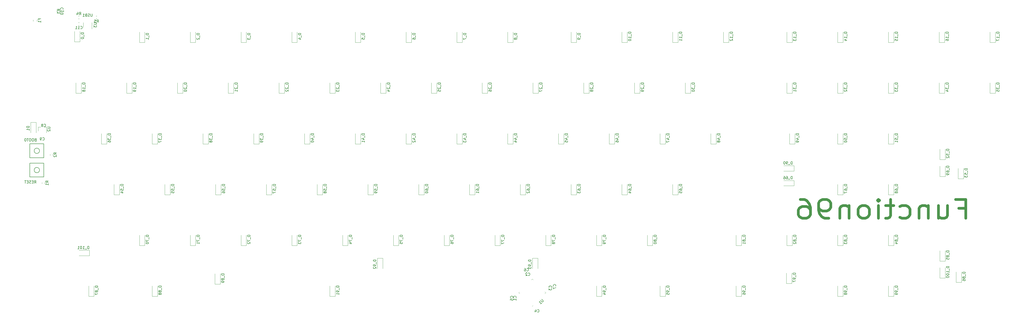
<source format=gbr>
G04 #@! TF.GenerationSoftware,KiCad,Pcbnew,(5.1.7)-1*
G04 #@! TF.CreationDate,2020-12-09T11:44:14-08:00*
G04 #@! TF.ProjectId,PCBV3,50434256-332e-46b6-9963-61645f706362,rev?*
G04 #@! TF.SameCoordinates,Original*
G04 #@! TF.FileFunction,Legend,Bot*
G04 #@! TF.FilePolarity,Positive*
%FSLAX46Y46*%
G04 Gerber Fmt 4.6, Leading zero omitted, Abs format (unit mm)*
G04 Created by KiCad (PCBNEW (5.1.7)-1) date 2020-12-09 11:44:14*
%MOMM*%
%LPD*%
G01*
G04 APERTURE LIST*
%ADD10C,1.000000*%
%ADD11C,0.150000*%
%ADD12C,0.120000*%
G04 APERTURE END LIST*
D10*
X437892428Y-157107000D02*
X440559095Y-157107000D01*
X440559095Y-160773666D02*
X440559095Y-153773666D01*
X436749571Y-153773666D01*
X430273380Y-156107000D02*
X430273380Y-160773666D01*
X433701952Y-156107000D02*
X433701952Y-159773666D01*
X433321000Y-160440333D01*
X432559095Y-160773666D01*
X431416238Y-160773666D01*
X430654333Y-160440333D01*
X430273380Y-160107000D01*
X426463857Y-156107000D02*
X426463857Y-160773666D01*
X426463857Y-156773666D02*
X426082904Y-156440333D01*
X425321000Y-156107000D01*
X424178142Y-156107000D01*
X423416238Y-156440333D01*
X423035285Y-157107000D01*
X423035285Y-160773666D01*
X415797190Y-160440333D02*
X416559095Y-160773666D01*
X418082904Y-160773666D01*
X418844809Y-160440333D01*
X419225761Y-160107000D01*
X419606714Y-159440333D01*
X419606714Y-157440333D01*
X419225761Y-156773666D01*
X418844809Y-156440333D01*
X418082904Y-156107000D01*
X416559095Y-156107000D01*
X415797190Y-156440333D01*
X413511476Y-156107000D02*
X410463857Y-156107000D01*
X412368619Y-153773666D02*
X412368619Y-159773666D01*
X411987666Y-160440333D01*
X411225761Y-160773666D01*
X410463857Y-160773666D01*
X407797190Y-160773666D02*
X407797190Y-156107000D01*
X407797190Y-153773666D02*
X408178142Y-154107000D01*
X407797190Y-154440333D01*
X407416238Y-154107000D01*
X407797190Y-153773666D01*
X407797190Y-154440333D01*
X402844809Y-160773666D02*
X403606714Y-160440333D01*
X403987666Y-160107000D01*
X404368619Y-159440333D01*
X404368619Y-157440333D01*
X403987666Y-156773666D01*
X403606714Y-156440333D01*
X402844809Y-156107000D01*
X401701952Y-156107000D01*
X400940047Y-156440333D01*
X400559095Y-156773666D01*
X400178142Y-157440333D01*
X400178142Y-159440333D01*
X400559095Y-160107000D01*
X400940047Y-160440333D01*
X401701952Y-160773666D01*
X402844809Y-160773666D01*
X396749571Y-156107000D02*
X396749571Y-160773666D01*
X396749571Y-156773666D02*
X396368619Y-156440333D01*
X395606714Y-156107000D01*
X394463857Y-156107000D01*
X393701952Y-156440333D01*
X393321000Y-157107000D01*
X393321000Y-160773666D01*
X389130523Y-160773666D02*
X387606714Y-160773666D01*
X386844809Y-160440333D01*
X386463857Y-160107000D01*
X385701952Y-159107000D01*
X385321000Y-157773666D01*
X385321000Y-155107000D01*
X385701952Y-154440333D01*
X386082904Y-154107000D01*
X386844809Y-153773666D01*
X388368619Y-153773666D01*
X389130523Y-154107000D01*
X389511476Y-154440333D01*
X389892428Y-155107000D01*
X389892428Y-156773666D01*
X389511476Y-157440333D01*
X389130523Y-157773666D01*
X388368619Y-158107000D01*
X386844809Y-158107000D01*
X386082904Y-157773666D01*
X385701952Y-157440333D01*
X385321000Y-156773666D01*
X378463857Y-153773666D02*
X379987666Y-153773666D01*
X380749571Y-154107000D01*
X381130523Y-154440333D01*
X381892428Y-155440333D01*
X382273380Y-156773666D01*
X382273380Y-159440333D01*
X381892428Y-160107000D01*
X381511476Y-160440333D01*
X380749571Y-160773666D01*
X379225761Y-160773666D01*
X378463857Y-160440333D01*
X378082904Y-160107000D01*
X377701952Y-159440333D01*
X377701952Y-157773666D01*
X378082904Y-157107000D01*
X378463857Y-156773666D01*
X379225761Y-156440333D01*
X380749571Y-156440333D01*
X381511476Y-156773666D01*
X381892428Y-157107000D01*
X382273380Y-157773666D01*
D11*
X93075000Y-135509000D02*
G75*
G03*
X93075000Y-135509000I-1000000J0D01*
G01*
X89475000Y-132909000D02*
X89475000Y-138109000D01*
X94675000Y-132909000D02*
X89475000Y-132909000D01*
X94675000Y-138109000D02*
X94675000Y-132909000D01*
X89475000Y-138109000D02*
X94675000Y-138109000D01*
X93075000Y-142748000D02*
G75*
G03*
X93075000Y-142748000I-1000000J0D01*
G01*
X94675000Y-145348000D02*
X94675000Y-140148000D01*
X89475000Y-145348000D02*
X94675000Y-145348000D01*
X89475000Y-140148000D02*
X89475000Y-145348000D01*
X94675000Y-140148000D02*
X89475000Y-140148000D01*
D12*
X111787500Y-172831250D02*
X107887500Y-172831250D01*
X111787500Y-174831250D02*
X107887500Y-174831250D01*
X111787500Y-172831250D02*
X111787500Y-174831250D01*
X376106250Y-141081250D02*
X372206250Y-141081250D01*
X376106250Y-143081250D02*
X372206250Y-143081250D01*
X376106250Y-141081250D02*
X376106250Y-143081250D01*
X112735000Y-87365000D02*
X112735000Y-89815000D01*
X109515000Y-89165000D02*
X109515000Y-87365000D01*
X107660221Y-87374000D02*
X107985779Y-87374000D01*
X107660221Y-88394000D02*
X107985779Y-88394000D01*
X114264221Y-85981000D02*
X114589779Y-85981000D01*
X114264221Y-84961000D02*
X114589779Y-84961000D01*
X107985779Y-84961000D02*
X107660221Y-84961000D01*
X107985779Y-85981000D02*
X107660221Y-85981000D01*
X101210650Y-82946021D02*
X101210650Y-83271579D01*
X102230650Y-82946021D02*
X102230650Y-83271579D01*
X100579650Y-83271579D02*
X100579650Y-82946021D01*
X99559650Y-83271579D02*
X99559650Y-82946021D01*
X89773250Y-124813500D02*
X89773250Y-128713500D01*
X91773250Y-124813500D02*
X91773250Y-128713500D01*
X89773250Y-124813500D02*
X91773250Y-124813500D01*
X92546050Y-126595600D02*
X93476050Y-126595600D01*
X95706050Y-126595600D02*
X94776050Y-126595600D01*
X95706050Y-126595600D02*
X95706050Y-128755600D01*
X92546050Y-126595600D02*
X92546050Y-128055600D01*
X282677836Y-189056575D02*
X283013712Y-188720699D01*
X283013712Y-188720699D02*
X282677836Y-188384823D01*
X273138966Y-188384823D02*
X272803090Y-188720699D01*
X272803090Y-188720699D02*
X273138966Y-189056575D01*
X277572525Y-183951264D02*
X277908401Y-183615388D01*
X277908401Y-183615388D02*
X278244277Y-183951264D01*
X278244277Y-193490134D02*
X277908401Y-193826010D01*
X98046000Y-137195779D02*
X98046000Y-136870221D01*
X97026000Y-137195779D02*
X97026000Y-136870221D01*
X94998000Y-147736779D02*
X94998000Y-147411221D01*
X93978000Y-147736779D02*
X93978000Y-147411221D01*
X92150000Y-86872578D02*
X92150000Y-86355422D01*
X90730000Y-86872578D02*
X90730000Y-86355422D01*
X275879779Y-181100000D02*
X275554221Y-181100000D01*
X275879779Y-182120000D02*
X275554221Y-182120000D01*
X285402750Y-186598779D02*
X285402750Y-186273221D01*
X284382750Y-186598779D02*
X284382750Y-186273221D01*
X108188000Y-94579000D02*
X106188000Y-94579000D01*
X106188000Y-94579000D02*
X106188000Y-90679000D01*
X108188000Y-94579000D02*
X108188000Y-90679000D01*
X132556250Y-94825000D02*
X130556250Y-94825000D01*
X130556250Y-94825000D02*
X130556250Y-90925000D01*
X132556250Y-94825000D02*
X132556250Y-90925000D01*
X151606250Y-94825000D02*
X149606250Y-94825000D01*
X149606250Y-94825000D02*
X149606250Y-90925000D01*
X151606250Y-94825000D02*
X151606250Y-90925000D01*
X170656250Y-94825000D02*
X168656250Y-94825000D01*
X168656250Y-94825000D02*
X168656250Y-90925000D01*
X170656250Y-94825000D02*
X170656250Y-90925000D01*
X189706250Y-94825000D02*
X187706250Y-94825000D01*
X187706250Y-94825000D02*
X187706250Y-90925000D01*
X189706250Y-94825000D02*
X189706250Y-90925000D01*
X213518750Y-94825000D02*
X211518750Y-94825000D01*
X211518750Y-94825000D02*
X211518750Y-90925000D01*
X213518750Y-94825000D02*
X213518750Y-90925000D01*
X232568750Y-94825000D02*
X230568750Y-94825000D01*
X230568750Y-94825000D02*
X230568750Y-90925000D01*
X232568750Y-94825000D02*
X232568750Y-90925000D01*
X251618750Y-94825000D02*
X249618750Y-94825000D01*
X249618750Y-94825000D02*
X249618750Y-90925000D01*
X251618750Y-94825000D02*
X251618750Y-90925000D01*
X270668750Y-94825000D02*
X268668750Y-94825000D01*
X268668750Y-94825000D02*
X268668750Y-90925000D01*
X270668750Y-94825000D02*
X270668750Y-90925000D01*
X294481250Y-94825000D02*
X292481250Y-94825000D01*
X292481250Y-94825000D02*
X292481250Y-90925000D01*
X294481250Y-94825000D02*
X294481250Y-90925000D01*
X313531250Y-94825000D02*
X311531250Y-94825000D01*
X311531250Y-94825000D02*
X311531250Y-90925000D01*
X313531250Y-94825000D02*
X313531250Y-90925000D01*
X332581250Y-94825000D02*
X330581250Y-94825000D01*
X330581250Y-94825000D02*
X330581250Y-90925000D01*
X332581250Y-94825000D02*
X332581250Y-90925000D01*
X351631250Y-94825000D02*
X349631250Y-94825000D01*
X349631250Y-94825000D02*
X349631250Y-90925000D01*
X351631250Y-94825000D02*
X351631250Y-90925000D01*
X375443750Y-94825000D02*
X373443750Y-94825000D01*
X373443750Y-94825000D02*
X373443750Y-90925000D01*
X375443750Y-94825000D02*
X375443750Y-90925000D01*
X394493750Y-94825000D02*
X392493750Y-94825000D01*
X392493750Y-94825000D02*
X392493750Y-90925000D01*
X394493750Y-94825000D02*
X394493750Y-90925000D01*
X413543750Y-94825000D02*
X411543750Y-94825000D01*
X411543750Y-94825000D02*
X411543750Y-90925000D01*
X413543750Y-94825000D02*
X413543750Y-90925000D01*
X432593750Y-94825000D02*
X430593750Y-94825000D01*
X430593750Y-94825000D02*
X430593750Y-90925000D01*
X432593750Y-94825000D02*
X432593750Y-90925000D01*
X451643750Y-94825000D02*
X449643750Y-94825000D01*
X449643750Y-94825000D02*
X449643750Y-90925000D01*
X451643750Y-94825000D02*
X451643750Y-90925000D01*
X108743750Y-113875000D02*
X106743750Y-113875000D01*
X106743750Y-113875000D02*
X106743750Y-109975000D01*
X108743750Y-113875000D02*
X108743750Y-109975000D01*
X127793750Y-113875000D02*
X125793750Y-113875000D01*
X125793750Y-113875000D02*
X125793750Y-109975000D01*
X127793750Y-113875000D02*
X127793750Y-109975000D01*
X146843750Y-113875000D02*
X144843750Y-113875000D01*
X144843750Y-113875000D02*
X144843750Y-109975000D01*
X146843750Y-113875000D02*
X146843750Y-109975000D01*
X165893750Y-113875000D02*
X163893750Y-113875000D01*
X163893750Y-113875000D02*
X163893750Y-109975000D01*
X165893750Y-113875000D02*
X165893750Y-109975000D01*
X184943750Y-113875000D02*
X182943750Y-113875000D01*
X182943750Y-113875000D02*
X182943750Y-109975000D01*
X184943750Y-113875000D02*
X184943750Y-109975000D01*
X203993750Y-113875000D02*
X201993750Y-113875000D01*
X201993750Y-113875000D02*
X201993750Y-109975000D01*
X203993750Y-113875000D02*
X203993750Y-109975000D01*
X223043750Y-113875000D02*
X221043750Y-113875000D01*
X221043750Y-113875000D02*
X221043750Y-109975000D01*
X223043750Y-113875000D02*
X223043750Y-109975000D01*
X242093750Y-113875000D02*
X240093750Y-113875000D01*
X240093750Y-113875000D02*
X240093750Y-109975000D01*
X242093750Y-113875000D02*
X242093750Y-109975000D01*
X261143750Y-113875000D02*
X259143750Y-113875000D01*
X259143750Y-113875000D02*
X259143750Y-109975000D01*
X261143750Y-113875000D02*
X261143750Y-109975000D01*
X280193750Y-113875000D02*
X278193750Y-113875000D01*
X278193750Y-113875000D02*
X278193750Y-109975000D01*
X280193750Y-113875000D02*
X280193750Y-109975000D01*
X299243750Y-113875000D02*
X297243750Y-113875000D01*
X297243750Y-113875000D02*
X297243750Y-109975000D01*
X299243750Y-113875000D02*
X299243750Y-109975000D01*
X318293750Y-113875000D02*
X316293750Y-113875000D01*
X316293750Y-113875000D02*
X316293750Y-109975000D01*
X318293750Y-113875000D02*
X318293750Y-109975000D01*
X337343750Y-113875000D02*
X335343750Y-113875000D01*
X335343750Y-113875000D02*
X335343750Y-109975000D01*
X337343750Y-113875000D02*
X337343750Y-109975000D01*
X375443750Y-113875000D02*
X373443750Y-113875000D01*
X373443750Y-113875000D02*
X373443750Y-109975000D01*
X375443750Y-113875000D02*
X375443750Y-109975000D01*
X394493750Y-113875000D02*
X392493750Y-113875000D01*
X392493750Y-113875000D02*
X392493750Y-109975000D01*
X394493750Y-113875000D02*
X394493750Y-109975000D01*
X413543750Y-113875000D02*
X411543750Y-113875000D01*
X411543750Y-113875000D02*
X411543750Y-109975000D01*
X413543750Y-113875000D02*
X413543750Y-109975000D01*
X432593750Y-113875000D02*
X430593750Y-113875000D01*
X430593750Y-113875000D02*
X430593750Y-109975000D01*
X432593750Y-113875000D02*
X432593750Y-109975000D01*
X451643750Y-113875000D02*
X449643750Y-113875000D01*
X449643750Y-113875000D02*
X449643750Y-109975000D01*
X451643750Y-113875000D02*
X451643750Y-109975000D01*
X118268750Y-132925000D02*
X116268750Y-132925000D01*
X116268750Y-132925000D02*
X116268750Y-129025000D01*
X118268750Y-132925000D02*
X118268750Y-129025000D01*
X137318750Y-132925000D02*
X135318750Y-132925000D01*
X135318750Y-132925000D02*
X135318750Y-129025000D01*
X137318750Y-132925000D02*
X137318750Y-129025000D01*
X156368750Y-132925000D02*
X154368750Y-132925000D01*
X154368750Y-132925000D02*
X154368750Y-129025000D01*
X156368750Y-132925000D02*
X156368750Y-129025000D01*
X175418750Y-132925000D02*
X173418750Y-132925000D01*
X173418750Y-132925000D02*
X173418750Y-129025000D01*
X175418750Y-132925000D02*
X175418750Y-129025000D01*
X194468750Y-132925000D02*
X192468750Y-132925000D01*
X192468750Y-132925000D02*
X192468750Y-129025000D01*
X194468750Y-132925000D02*
X194468750Y-129025000D01*
X213518750Y-132925000D02*
X211518750Y-132925000D01*
X211518750Y-132925000D02*
X211518750Y-129025000D01*
X213518750Y-132925000D02*
X213518750Y-129025000D01*
X232568750Y-132925000D02*
X230568750Y-132925000D01*
X230568750Y-132925000D02*
X230568750Y-129025000D01*
X232568750Y-132925000D02*
X232568750Y-129025000D01*
X251618750Y-132925000D02*
X249618750Y-132925000D01*
X249618750Y-132925000D02*
X249618750Y-129025000D01*
X251618750Y-132925000D02*
X251618750Y-129025000D01*
X270668750Y-132925000D02*
X268668750Y-132925000D01*
X268668750Y-132925000D02*
X268668750Y-129025000D01*
X270668750Y-132925000D02*
X270668750Y-129025000D01*
X289718750Y-132925000D02*
X287718750Y-132925000D01*
X287718750Y-132925000D02*
X287718750Y-129025000D01*
X289718750Y-132925000D02*
X289718750Y-129025000D01*
X308768750Y-132925000D02*
X306768750Y-132925000D01*
X306768750Y-132925000D02*
X306768750Y-129025000D01*
X308768750Y-132925000D02*
X308768750Y-129025000D01*
X327818750Y-132925000D02*
X325818750Y-132925000D01*
X325818750Y-132925000D02*
X325818750Y-129025000D01*
X327818750Y-132925000D02*
X327818750Y-129025000D01*
X346868750Y-132925000D02*
X344868750Y-132925000D01*
X344868750Y-132925000D02*
X344868750Y-129025000D01*
X346868750Y-132925000D02*
X346868750Y-129025000D01*
X376443750Y-132925000D02*
X374443750Y-132925000D01*
X374443750Y-132925000D02*
X374443750Y-129025000D01*
X376443750Y-132925000D02*
X376443750Y-129025000D01*
X394493750Y-132925000D02*
X392493750Y-132925000D01*
X392493750Y-132925000D02*
X392493750Y-129025000D01*
X394493750Y-132925000D02*
X394493750Y-129025000D01*
X413543750Y-132925000D02*
X411543750Y-132925000D01*
X411543750Y-132925000D02*
X411543750Y-129025000D01*
X413543750Y-132925000D02*
X413543750Y-129025000D01*
X432800000Y-138775000D02*
X430800000Y-138775000D01*
X430800000Y-138775000D02*
X430800000Y-134875000D01*
X432800000Y-138775000D02*
X432800000Y-134875000D01*
X123031250Y-151975000D02*
X121031250Y-151975000D01*
X121031250Y-151975000D02*
X121031250Y-148075000D01*
X123031250Y-151975000D02*
X123031250Y-148075000D01*
X142081250Y-151975000D02*
X140081250Y-151975000D01*
X140081250Y-151975000D02*
X140081250Y-148075000D01*
X142081250Y-151975000D02*
X142081250Y-148075000D01*
X161131250Y-151975000D02*
X159131250Y-151975000D01*
X159131250Y-151975000D02*
X159131250Y-148075000D01*
X161131250Y-151975000D02*
X161131250Y-148075000D01*
X180181250Y-151975000D02*
X178181250Y-151975000D01*
X178181250Y-151975000D02*
X178181250Y-148075000D01*
X180181250Y-151975000D02*
X180181250Y-148075000D01*
X199231250Y-151975000D02*
X197231250Y-151975000D01*
X197231250Y-151975000D02*
X197231250Y-148075000D01*
X199231250Y-151975000D02*
X199231250Y-148075000D01*
X218281250Y-151975000D02*
X216281250Y-151975000D01*
X216281250Y-151975000D02*
X216281250Y-148075000D01*
X218281250Y-151975000D02*
X218281250Y-148075000D01*
X237331250Y-151975000D02*
X235331250Y-151975000D01*
X235331250Y-151975000D02*
X235331250Y-148075000D01*
X237331250Y-151975000D02*
X237331250Y-148075000D01*
X256381250Y-151975000D02*
X254381250Y-151975000D01*
X254381250Y-151975000D02*
X254381250Y-148075000D01*
X256381250Y-151975000D02*
X256381250Y-148075000D01*
X275431250Y-151975000D02*
X273431250Y-151975000D01*
X273431250Y-151975000D02*
X273431250Y-148075000D01*
X275431250Y-151975000D02*
X275431250Y-148075000D01*
X294481250Y-151975000D02*
X292481250Y-151975000D01*
X292481250Y-151975000D02*
X292481250Y-148075000D01*
X294481250Y-151975000D02*
X294481250Y-148075000D01*
X313531250Y-151975000D02*
X311531250Y-151975000D01*
X311531250Y-151975000D02*
X311531250Y-148075000D01*
X313531250Y-151975000D02*
X313531250Y-148075000D01*
X332581250Y-151975000D02*
X330581250Y-151975000D01*
X330581250Y-151975000D02*
X330581250Y-148075000D01*
X332581250Y-151975000D02*
X332581250Y-148075000D01*
X376106250Y-146637500D02*
X376106250Y-148637500D01*
X376106250Y-148637500D02*
X372206250Y-148637500D01*
X376106250Y-146637500D02*
X372206250Y-146637500D01*
X394493750Y-151975000D02*
X392493750Y-151975000D01*
X392493750Y-151975000D02*
X392493750Y-148075000D01*
X394493750Y-151975000D02*
X394493750Y-148075000D01*
X413543750Y-151975000D02*
X411543750Y-151975000D01*
X411543750Y-151975000D02*
X411543750Y-148075000D01*
X413543750Y-151975000D02*
X413543750Y-148075000D01*
X432800000Y-145125000D02*
X430800000Y-145125000D01*
X430800000Y-145125000D02*
X430800000Y-141225000D01*
X432800000Y-145125000D02*
X432800000Y-141225000D01*
X439658000Y-146014000D02*
X437658000Y-146014000D01*
X437658000Y-146014000D02*
X437658000Y-142114000D01*
X439658000Y-146014000D02*
X439658000Y-142114000D01*
X132556250Y-171025000D02*
X130556250Y-171025000D01*
X130556250Y-171025000D02*
X130556250Y-167125000D01*
X132556250Y-171025000D02*
X132556250Y-167125000D01*
X151606250Y-171025000D02*
X149606250Y-171025000D01*
X149606250Y-171025000D02*
X149606250Y-167125000D01*
X151606250Y-171025000D02*
X151606250Y-167125000D01*
X170656250Y-171025000D02*
X168656250Y-171025000D01*
X168656250Y-171025000D02*
X168656250Y-167125000D01*
X170656250Y-171025000D02*
X170656250Y-167125000D01*
X189706250Y-171025000D02*
X187706250Y-171025000D01*
X187706250Y-171025000D02*
X187706250Y-167125000D01*
X189706250Y-171025000D02*
X189706250Y-167125000D01*
X208756250Y-171025000D02*
X206756250Y-171025000D01*
X206756250Y-171025000D02*
X206756250Y-167125000D01*
X208756250Y-171025000D02*
X208756250Y-167125000D01*
X227806250Y-171025000D02*
X225806250Y-171025000D01*
X225806250Y-171025000D02*
X225806250Y-167125000D01*
X227806250Y-171025000D02*
X227806250Y-167125000D01*
X246856250Y-171025000D02*
X244856250Y-171025000D01*
X244856250Y-171025000D02*
X244856250Y-167125000D01*
X246856250Y-171025000D02*
X246856250Y-167125000D01*
X265906250Y-171025000D02*
X263906250Y-171025000D01*
X263906250Y-171025000D02*
X263906250Y-167125000D01*
X265906250Y-171025000D02*
X265906250Y-167125000D01*
X284956250Y-171025000D02*
X282956250Y-171025000D01*
X282956250Y-171025000D02*
X282956250Y-167125000D01*
X284956250Y-171025000D02*
X284956250Y-167125000D01*
X304006250Y-171025000D02*
X302006250Y-171025000D01*
X302006250Y-171025000D02*
X302006250Y-167125000D01*
X304006250Y-171025000D02*
X304006250Y-167125000D01*
X323056250Y-171025000D02*
X321056250Y-171025000D01*
X321056250Y-171025000D02*
X321056250Y-167125000D01*
X323056250Y-171025000D02*
X323056250Y-167125000D01*
X356393750Y-171025000D02*
X354393750Y-171025000D01*
X354393750Y-171025000D02*
X354393750Y-167125000D01*
X356393750Y-171025000D02*
X356393750Y-167125000D01*
X375443750Y-171025000D02*
X373443750Y-171025000D01*
X373443750Y-171025000D02*
X373443750Y-167125000D01*
X375443750Y-171025000D02*
X375443750Y-167125000D01*
X394493750Y-171025000D02*
X392493750Y-171025000D01*
X392493750Y-171025000D02*
X392493750Y-167125000D01*
X394493750Y-171025000D02*
X394493750Y-167125000D01*
X413543750Y-171025000D02*
X411543750Y-171025000D01*
X411543750Y-171025000D02*
X411543750Y-167125000D01*
X413543750Y-171025000D02*
X413543750Y-167125000D01*
X432800000Y-176875000D02*
X430800000Y-176875000D01*
X430800000Y-176875000D02*
X430800000Y-172975000D01*
X432800000Y-176875000D02*
X432800000Y-172975000D01*
X113506250Y-190075000D02*
X111506250Y-190075000D01*
X111506250Y-190075000D02*
X111506250Y-186175000D01*
X113506250Y-190075000D02*
X113506250Y-186175000D01*
X137318750Y-190075000D02*
X135318750Y-190075000D01*
X135318750Y-190075000D02*
X135318750Y-186175000D01*
X137318750Y-190075000D02*
X137318750Y-186175000D01*
X160893000Y-185511000D02*
X158893000Y-185511000D01*
X158893000Y-185511000D02*
X158893000Y-181611000D01*
X160893000Y-185511000D02*
X160893000Y-181611000D01*
X203993750Y-190075000D02*
X201993750Y-190075000D01*
X201993750Y-190075000D02*
X201993750Y-186175000D01*
X203993750Y-190075000D02*
X203993750Y-186175000D01*
X219853000Y-175804000D02*
X221853000Y-175804000D01*
X221853000Y-175804000D02*
X221853000Y-179704000D01*
X219853000Y-175804000D02*
X219853000Y-179704000D01*
X278019000Y-175804000D02*
X280019000Y-175804000D01*
X280019000Y-175804000D02*
X280019000Y-179704000D01*
X278019000Y-175804000D02*
X278019000Y-179704000D01*
X304006250Y-190075000D02*
X302006250Y-190075000D01*
X302006250Y-190075000D02*
X302006250Y-186175000D01*
X304006250Y-190075000D02*
X304006250Y-186175000D01*
X327818750Y-190075000D02*
X325818750Y-190075000D01*
X325818750Y-190075000D02*
X325818750Y-186175000D01*
X327818750Y-190075000D02*
X327818750Y-186175000D01*
X356393750Y-190075000D02*
X354393750Y-190075000D01*
X354393750Y-190075000D02*
X354393750Y-186175000D01*
X356393750Y-190075000D02*
X356393750Y-186175000D01*
X375269000Y-185257000D02*
X373269000Y-185257000D01*
X373269000Y-185257000D02*
X373269000Y-181357000D01*
X375269000Y-185257000D02*
X375269000Y-181357000D01*
X394493750Y-190075000D02*
X392493750Y-190075000D01*
X392493750Y-190075000D02*
X392493750Y-186175000D01*
X394493750Y-190075000D02*
X394493750Y-186175000D01*
X413543750Y-190075000D02*
X411543750Y-190075000D01*
X411543750Y-190075000D02*
X411543750Y-186175000D01*
X413543750Y-190075000D02*
X413543750Y-186175000D01*
X432800000Y-183225000D02*
X430800000Y-183225000D01*
X430800000Y-183225000D02*
X430800000Y-179325000D01*
X432800000Y-183225000D02*
X432800000Y-179325000D01*
X438896000Y-184876000D02*
X436896000Y-184876000D01*
X436896000Y-184876000D02*
X436896000Y-180976000D01*
X438896000Y-184876000D02*
X438896000Y-180976000D01*
D11*
X91527083Y-131373571D02*
X91384226Y-131421190D01*
X91336607Y-131468809D01*
X91288988Y-131564047D01*
X91288988Y-131706904D01*
X91336607Y-131802142D01*
X91384226Y-131849761D01*
X91479464Y-131897380D01*
X91860416Y-131897380D01*
X91860416Y-130897380D01*
X91527083Y-130897380D01*
X91431845Y-130945000D01*
X91384226Y-130992619D01*
X91336607Y-131087857D01*
X91336607Y-131183095D01*
X91384226Y-131278333D01*
X91431845Y-131325952D01*
X91527083Y-131373571D01*
X91860416Y-131373571D01*
X90669940Y-130897380D02*
X90479464Y-130897380D01*
X90384226Y-130945000D01*
X90288988Y-131040238D01*
X90241369Y-131230714D01*
X90241369Y-131564047D01*
X90288988Y-131754523D01*
X90384226Y-131849761D01*
X90479464Y-131897380D01*
X90669940Y-131897380D01*
X90765178Y-131849761D01*
X90860416Y-131754523D01*
X90908035Y-131564047D01*
X90908035Y-131230714D01*
X90860416Y-131040238D01*
X90765178Y-130945000D01*
X90669940Y-130897380D01*
X89622321Y-130897380D02*
X89431845Y-130897380D01*
X89336607Y-130945000D01*
X89241369Y-131040238D01*
X89193750Y-131230714D01*
X89193750Y-131564047D01*
X89241369Y-131754523D01*
X89336607Y-131849761D01*
X89431845Y-131897380D01*
X89622321Y-131897380D01*
X89717559Y-131849761D01*
X89812797Y-131754523D01*
X89860416Y-131564047D01*
X89860416Y-131230714D01*
X89812797Y-131040238D01*
X89717559Y-130945000D01*
X89622321Y-130897380D01*
X88908035Y-130897380D02*
X88336607Y-130897380D01*
X88622321Y-131897380D02*
X88622321Y-130897380D01*
X87812797Y-130897380D02*
X87717559Y-130897380D01*
X87622321Y-130945000D01*
X87574702Y-130992619D01*
X87527083Y-131087857D01*
X87479464Y-131278333D01*
X87479464Y-131516428D01*
X87527083Y-131706904D01*
X87574702Y-131802142D01*
X87622321Y-131849761D01*
X87717559Y-131897380D01*
X87812797Y-131897380D01*
X87908035Y-131849761D01*
X87955654Y-131802142D01*
X88003273Y-131706904D01*
X88050892Y-131516428D01*
X88050892Y-131278333D01*
X88003273Y-131087857D01*
X87955654Y-130992619D01*
X87908035Y-130945000D01*
X87812797Y-130897380D01*
X91114380Y-147645380D02*
X91447714Y-147169190D01*
X91685809Y-147645380D02*
X91685809Y-146645380D01*
X91304857Y-146645380D01*
X91209619Y-146693000D01*
X91162000Y-146740619D01*
X91114380Y-146835857D01*
X91114380Y-146978714D01*
X91162000Y-147073952D01*
X91209619Y-147121571D01*
X91304857Y-147169190D01*
X91685809Y-147169190D01*
X90685809Y-147121571D02*
X90352476Y-147121571D01*
X90209619Y-147645380D02*
X90685809Y-147645380D01*
X90685809Y-146645380D01*
X90209619Y-146645380D01*
X89828666Y-147597761D02*
X89685809Y-147645380D01*
X89447714Y-147645380D01*
X89352476Y-147597761D01*
X89304857Y-147550142D01*
X89257238Y-147454904D01*
X89257238Y-147359666D01*
X89304857Y-147264428D01*
X89352476Y-147216809D01*
X89447714Y-147169190D01*
X89638190Y-147121571D01*
X89733428Y-147073952D01*
X89781047Y-147026333D01*
X89828666Y-146931095D01*
X89828666Y-146835857D01*
X89781047Y-146740619D01*
X89733428Y-146693000D01*
X89638190Y-146645380D01*
X89400095Y-146645380D01*
X89257238Y-146693000D01*
X88828666Y-147121571D02*
X88495333Y-147121571D01*
X88352476Y-147645380D02*
X88828666Y-147645380D01*
X88828666Y-146645380D01*
X88352476Y-146645380D01*
X88066761Y-146645380D02*
X87495333Y-146645380D01*
X87781047Y-147645380D02*
X87781047Y-146645380D01*
X111608928Y-172283630D02*
X111608928Y-171283630D01*
X111370833Y-171283630D01*
X111227976Y-171331250D01*
X111132738Y-171426488D01*
X111085119Y-171521726D01*
X111037500Y-171712202D01*
X111037500Y-171855059D01*
X111085119Y-172045535D01*
X111132738Y-172140773D01*
X111227976Y-172236011D01*
X111370833Y-172283630D01*
X111608928Y-172283630D01*
X110847023Y-172378869D02*
X110085119Y-172378869D01*
X109323214Y-172283630D02*
X109894642Y-172283630D01*
X109608928Y-172283630D02*
X109608928Y-171283630D01*
X109704166Y-171426488D01*
X109799404Y-171521726D01*
X109894642Y-171569345D01*
X108704166Y-171283630D02*
X108608928Y-171283630D01*
X108513690Y-171331250D01*
X108466071Y-171378869D01*
X108418452Y-171474107D01*
X108370833Y-171664583D01*
X108370833Y-171902678D01*
X108418452Y-172093154D01*
X108466071Y-172188392D01*
X108513690Y-172236011D01*
X108608928Y-172283630D01*
X108704166Y-172283630D01*
X108799404Y-172236011D01*
X108847023Y-172188392D01*
X108894642Y-172093154D01*
X108942261Y-171902678D01*
X108942261Y-171664583D01*
X108894642Y-171474107D01*
X108847023Y-171378869D01*
X108799404Y-171331250D01*
X108704166Y-171283630D01*
X107418452Y-172283630D02*
X107989880Y-172283630D01*
X107704166Y-172283630D02*
X107704166Y-171283630D01*
X107799404Y-171426488D01*
X107894642Y-171521726D01*
X107989880Y-171569345D01*
X375451488Y-140533630D02*
X375451488Y-139533630D01*
X375213392Y-139533630D01*
X375070535Y-139581250D01*
X374975297Y-139676488D01*
X374927678Y-139771726D01*
X374880059Y-139962202D01*
X374880059Y-140105059D01*
X374927678Y-140295535D01*
X374975297Y-140390773D01*
X375070535Y-140486011D01*
X375213392Y-140533630D01*
X375451488Y-140533630D01*
X374689583Y-140628869D02*
X373927678Y-140628869D01*
X373641964Y-140533630D02*
X373451488Y-140533630D01*
X373356250Y-140486011D01*
X373308630Y-140438392D01*
X373213392Y-140295535D01*
X373165773Y-140105059D01*
X373165773Y-139724107D01*
X373213392Y-139628869D01*
X373261011Y-139581250D01*
X373356250Y-139533630D01*
X373546726Y-139533630D01*
X373641964Y-139581250D01*
X373689583Y-139628869D01*
X373737202Y-139724107D01*
X373737202Y-139962202D01*
X373689583Y-140057440D01*
X373641964Y-140105059D01*
X373546726Y-140152678D01*
X373356250Y-140152678D01*
X373261011Y-140105059D01*
X373213392Y-140057440D01*
X373165773Y-139962202D01*
X372546726Y-139533630D02*
X372451488Y-139533630D01*
X372356250Y-139581250D01*
X372308630Y-139628869D01*
X372261011Y-139724107D01*
X372213392Y-139914583D01*
X372213392Y-140152678D01*
X372261011Y-140343154D01*
X372308630Y-140438392D01*
X372356250Y-140486011D01*
X372451488Y-140533630D01*
X372546726Y-140533630D01*
X372641964Y-140486011D01*
X372689583Y-140438392D01*
X372737202Y-140343154D01*
X372784821Y-140152678D01*
X372784821Y-139914583D01*
X372737202Y-139724107D01*
X372689583Y-139628869D01*
X372641964Y-139581250D01*
X372546726Y-139533630D01*
X113477380Y-87503095D02*
X114286904Y-87503095D01*
X114382142Y-87550714D01*
X114429761Y-87598333D01*
X114477380Y-87693571D01*
X114477380Y-87884047D01*
X114429761Y-87979285D01*
X114382142Y-88026904D01*
X114286904Y-88074523D01*
X113477380Y-88074523D01*
X113477380Y-88455476D02*
X113477380Y-89074523D01*
X113858333Y-88741190D01*
X113858333Y-88884047D01*
X113905952Y-88979285D01*
X113953571Y-89026904D01*
X114048809Y-89074523D01*
X114286904Y-89074523D01*
X114382142Y-89026904D01*
X114429761Y-88979285D01*
X114477380Y-88884047D01*
X114477380Y-88598333D01*
X114429761Y-88503095D01*
X114382142Y-88455476D01*
X108465857Y-89671142D02*
X108513476Y-89718761D01*
X108656333Y-89766380D01*
X108751571Y-89766380D01*
X108894428Y-89718761D01*
X108989666Y-89623523D01*
X109037285Y-89528285D01*
X109084904Y-89337809D01*
X109084904Y-89194952D01*
X109037285Y-89004476D01*
X108989666Y-88909238D01*
X108894428Y-88814000D01*
X108751571Y-88766380D01*
X108656333Y-88766380D01*
X108513476Y-88814000D01*
X108465857Y-88861619D01*
X107513476Y-89766380D02*
X108084904Y-89766380D01*
X107799190Y-89766380D02*
X107799190Y-88766380D01*
X107894428Y-88909238D01*
X107989666Y-89004476D01*
X108084904Y-89052095D01*
X106561095Y-89766380D02*
X107132523Y-89766380D01*
X106846809Y-89766380D02*
X106846809Y-88766380D01*
X106942047Y-88909238D01*
X107037285Y-89004476D01*
X107132523Y-89052095D01*
X114593666Y-87353380D02*
X114927000Y-86877190D01*
X115165095Y-87353380D02*
X115165095Y-86353380D01*
X114784142Y-86353380D01*
X114688904Y-86401000D01*
X114641285Y-86448619D01*
X114593666Y-86543857D01*
X114593666Y-86686714D01*
X114641285Y-86781952D01*
X114688904Y-86829571D01*
X114784142Y-86877190D01*
X115165095Y-86877190D01*
X113688904Y-86353380D02*
X114165095Y-86353380D01*
X114212714Y-86829571D01*
X114165095Y-86781952D01*
X114069857Y-86734333D01*
X113831761Y-86734333D01*
X113736523Y-86781952D01*
X113688904Y-86829571D01*
X113641285Y-86924809D01*
X113641285Y-87162904D01*
X113688904Y-87258142D01*
X113736523Y-87305761D01*
X113831761Y-87353380D01*
X114069857Y-87353380D01*
X114165095Y-87305761D01*
X114212714Y-87258142D01*
X107989666Y-84493380D02*
X108323000Y-84017190D01*
X108561095Y-84493380D02*
X108561095Y-83493380D01*
X108180142Y-83493380D01*
X108084904Y-83541000D01*
X108037285Y-83588619D01*
X107989666Y-83683857D01*
X107989666Y-83826714D01*
X108037285Y-83921952D01*
X108084904Y-83969571D01*
X108180142Y-84017190D01*
X108561095Y-84017190D01*
X107132523Y-83826714D02*
X107132523Y-84493380D01*
X107370619Y-83445761D02*
X107608714Y-84160047D01*
X106989666Y-84160047D01*
X100743030Y-82942133D02*
X100266840Y-82608800D01*
X100743030Y-82370704D02*
X99743030Y-82370704D01*
X99743030Y-82751657D01*
X99790650Y-82846895D01*
X99838269Y-82894514D01*
X99933507Y-82942133D01*
X100076364Y-82942133D01*
X100171602Y-82894514D01*
X100219221Y-82846895D01*
X100266840Y-82751657D01*
X100266840Y-82370704D01*
X99743030Y-83275466D02*
X99743030Y-83894514D01*
X100123983Y-83561180D01*
X100123983Y-83704038D01*
X100171602Y-83799276D01*
X100219221Y-83846895D01*
X100314459Y-83894514D01*
X100552554Y-83894514D01*
X100647792Y-83846895D01*
X100695411Y-83799276D01*
X100743030Y-83704038D01*
X100743030Y-83418323D01*
X100695411Y-83323085D01*
X100647792Y-83275466D01*
X101856792Y-82465942D02*
X101904411Y-82418323D01*
X101952030Y-82275466D01*
X101952030Y-82180228D01*
X101904411Y-82037371D01*
X101809173Y-81942133D01*
X101713935Y-81894514D01*
X101523459Y-81846895D01*
X101380602Y-81846895D01*
X101190126Y-81894514D01*
X101094888Y-81942133D01*
X100999650Y-82037371D01*
X100952030Y-82180228D01*
X100952030Y-82275466D01*
X100999650Y-82418323D01*
X101047269Y-82465942D01*
X101952030Y-83418323D02*
X101952030Y-82846895D01*
X101952030Y-83132609D02*
X100952030Y-83132609D01*
X101094888Y-83037371D01*
X101190126Y-82942133D01*
X101237745Y-82846895D01*
X100952030Y-84037371D02*
X100952030Y-84132609D01*
X100999650Y-84227847D01*
X101047269Y-84275466D01*
X101142507Y-84323085D01*
X101332983Y-84370704D01*
X101571078Y-84370704D01*
X101761554Y-84323085D01*
X101856792Y-84275466D01*
X101904411Y-84227847D01*
X101952030Y-84132609D01*
X101952030Y-84037371D01*
X101904411Y-83942133D01*
X101856792Y-83894514D01*
X101761554Y-83846895D01*
X101571078Y-83799276D01*
X101332983Y-83799276D01*
X101142507Y-83846895D01*
X101047269Y-83894514D01*
X100999650Y-83942133D01*
X100952030Y-84037371D01*
X89225630Y-126325404D02*
X88225630Y-126325404D01*
X88225630Y-126563500D01*
X88273250Y-126706357D01*
X88368488Y-126801595D01*
X88463726Y-126849214D01*
X88654202Y-126896833D01*
X88797059Y-126896833D01*
X88987535Y-126849214D01*
X89082773Y-126801595D01*
X89178011Y-126706357D01*
X89225630Y-126563500D01*
X89225630Y-126325404D01*
X89225630Y-127849214D02*
X89225630Y-127277785D01*
X89225630Y-127563500D02*
X88225630Y-127563500D01*
X88368488Y-127468261D01*
X88463726Y-127373023D01*
X88511345Y-127277785D01*
X112863095Y-84108630D02*
X112863095Y-84918154D01*
X112815476Y-85013392D01*
X112767857Y-85061011D01*
X112672619Y-85108630D01*
X112482142Y-85108630D01*
X112386904Y-85061011D01*
X112339285Y-85013392D01*
X112291666Y-84918154D01*
X112291666Y-84108630D01*
X111863095Y-85061011D02*
X111720238Y-85108630D01*
X111482142Y-85108630D01*
X111386904Y-85061011D01*
X111339285Y-85013392D01*
X111291666Y-84918154D01*
X111291666Y-84822916D01*
X111339285Y-84727678D01*
X111386904Y-84680059D01*
X111482142Y-84632440D01*
X111672619Y-84584821D01*
X111767857Y-84537202D01*
X111815476Y-84489583D01*
X111863095Y-84394345D01*
X111863095Y-84299107D01*
X111815476Y-84203869D01*
X111767857Y-84156250D01*
X111672619Y-84108630D01*
X111434523Y-84108630D01*
X111291666Y-84156250D01*
X110529761Y-84584821D02*
X110386904Y-84632440D01*
X110339285Y-84680059D01*
X110291666Y-84775297D01*
X110291666Y-84918154D01*
X110339285Y-85013392D01*
X110386904Y-85061011D01*
X110482142Y-85108630D01*
X110863095Y-85108630D01*
X110863095Y-84108630D01*
X110529761Y-84108630D01*
X110434523Y-84156250D01*
X110386904Y-84203869D01*
X110339285Y-84299107D01*
X110339285Y-84394345D01*
X110386904Y-84489583D01*
X110434523Y-84537202D01*
X110529761Y-84584821D01*
X110863095Y-84584821D01*
X109339285Y-85108630D02*
X109910714Y-85108630D01*
X109625000Y-85108630D02*
X109625000Y-84108630D01*
X109720238Y-84251488D01*
X109815476Y-84346726D01*
X109910714Y-84394345D01*
X96078430Y-126593695D02*
X96887954Y-126593695D01*
X96983192Y-126641314D01*
X97030811Y-126688933D01*
X97078430Y-126784171D01*
X97078430Y-126974647D01*
X97030811Y-127069885D01*
X96983192Y-127117504D01*
X96887954Y-127165123D01*
X96078430Y-127165123D01*
X96173669Y-127593695D02*
X96126050Y-127641314D01*
X96078430Y-127736552D01*
X96078430Y-127974647D01*
X96126050Y-128069885D01*
X96173669Y-128117504D01*
X96268907Y-128165123D01*
X96364145Y-128165123D01*
X96507002Y-128117504D01*
X97078430Y-127546076D01*
X97078430Y-128165123D01*
X281468178Y-191202980D02*
X282040598Y-191775400D01*
X282074270Y-191876415D01*
X282074270Y-191943759D01*
X282040598Y-192044774D01*
X281905911Y-192179461D01*
X281804896Y-192213133D01*
X281737552Y-192213133D01*
X281636537Y-192179461D01*
X281064117Y-191607041D01*
X281064117Y-193021255D02*
X281468178Y-192617194D01*
X281266148Y-192819224D02*
X280559041Y-192112118D01*
X280727400Y-192145789D01*
X280862087Y-192145789D01*
X280963102Y-192112118D01*
X99418380Y-136866333D02*
X98942190Y-136533000D01*
X99418380Y-136294904D02*
X98418380Y-136294904D01*
X98418380Y-136675857D01*
X98466000Y-136771095D01*
X98513619Y-136818714D01*
X98608857Y-136866333D01*
X98751714Y-136866333D01*
X98846952Y-136818714D01*
X98894571Y-136771095D01*
X98942190Y-136675857D01*
X98942190Y-136294904D01*
X98513619Y-137247285D02*
X98466000Y-137294904D01*
X98418380Y-137390142D01*
X98418380Y-137628238D01*
X98466000Y-137723476D01*
X98513619Y-137771095D01*
X98608857Y-137818714D01*
X98704095Y-137818714D01*
X98846952Y-137771095D01*
X99418380Y-137199666D01*
X99418380Y-137818714D01*
X96370380Y-147407333D02*
X95894190Y-147074000D01*
X96370380Y-146835904D02*
X95370380Y-146835904D01*
X95370380Y-147216857D01*
X95418000Y-147312095D01*
X95465619Y-147359714D01*
X95560857Y-147407333D01*
X95703714Y-147407333D01*
X95798952Y-147359714D01*
X95846571Y-147312095D01*
X95894190Y-147216857D01*
X95894190Y-146835904D01*
X96370380Y-148359714D02*
X96370380Y-147788285D01*
X96370380Y-148074000D02*
X95370380Y-148074000D01*
X95513238Y-147978761D01*
X95608476Y-147883523D01*
X95656095Y-147788285D01*
X93018571Y-86280666D02*
X93018571Y-85947333D01*
X93542380Y-85947333D02*
X92542380Y-85947333D01*
X92542380Y-86423523D01*
X93542380Y-87328285D02*
X93542380Y-86756857D01*
X93542380Y-87042571D02*
X92542380Y-87042571D01*
X92685238Y-86947333D01*
X92780476Y-86852095D01*
X92828095Y-86756857D01*
X94241916Y-131448142D02*
X94289535Y-131495761D01*
X94432392Y-131543380D01*
X94527630Y-131543380D01*
X94670488Y-131495761D01*
X94765726Y-131400523D01*
X94813345Y-131305285D01*
X94860964Y-131114809D01*
X94860964Y-130971952D01*
X94813345Y-130781476D01*
X94765726Y-130686238D01*
X94670488Y-130591000D01*
X94527630Y-130543380D01*
X94432392Y-130543380D01*
X94289535Y-130591000D01*
X94241916Y-130638619D01*
X93765726Y-131543380D02*
X93575250Y-131543380D01*
X93480011Y-131495761D01*
X93432392Y-131448142D01*
X93337154Y-131305285D01*
X93289535Y-131114809D01*
X93289535Y-130733857D01*
X93337154Y-130638619D01*
X93384773Y-130591000D01*
X93480011Y-130543380D01*
X93670488Y-130543380D01*
X93765726Y-130591000D01*
X93813345Y-130638619D01*
X93860964Y-130733857D01*
X93860964Y-130971952D01*
X93813345Y-131067190D01*
X93765726Y-131114809D01*
X93670488Y-131162428D01*
X93480011Y-131162428D01*
X93384773Y-131114809D01*
X93337154Y-131067190D01*
X93289535Y-130971952D01*
X94749916Y-126368142D02*
X94797535Y-126415761D01*
X94940392Y-126463380D01*
X95035630Y-126463380D01*
X95178488Y-126415761D01*
X95273726Y-126320523D01*
X95321345Y-126225285D01*
X95368964Y-126034809D01*
X95368964Y-125891952D01*
X95321345Y-125701476D01*
X95273726Y-125606238D01*
X95178488Y-125511000D01*
X95035630Y-125463380D01*
X94940392Y-125463380D01*
X94797535Y-125511000D01*
X94749916Y-125558619D01*
X94178488Y-125891952D02*
X94273726Y-125844333D01*
X94321345Y-125796714D01*
X94368964Y-125701476D01*
X94368964Y-125653857D01*
X94321345Y-125558619D01*
X94273726Y-125511000D01*
X94178488Y-125463380D01*
X93988011Y-125463380D01*
X93892773Y-125511000D01*
X93845154Y-125558619D01*
X93797535Y-125653857D01*
X93797535Y-125701476D01*
X93845154Y-125796714D01*
X93892773Y-125844333D01*
X93988011Y-125891952D01*
X94178488Y-125891952D01*
X94273726Y-125939571D01*
X94321345Y-125987190D01*
X94368964Y-126082428D01*
X94368964Y-126272904D01*
X94321345Y-126368142D01*
X94273726Y-126415761D01*
X94178488Y-126463380D01*
X93988011Y-126463380D01*
X93892773Y-126415761D01*
X93845154Y-126368142D01*
X93797535Y-126272904D01*
X93797535Y-126082428D01*
X93845154Y-125987190D01*
X93892773Y-125939571D01*
X93988011Y-125891952D01*
X271811692Y-190663533D02*
X271859311Y-190615914D01*
X271906930Y-190473057D01*
X271906930Y-190377819D01*
X271859311Y-190234961D01*
X271764073Y-190139723D01*
X271668835Y-190092104D01*
X271478359Y-190044485D01*
X271335502Y-190044485D01*
X271145026Y-190092104D01*
X271049788Y-190139723D01*
X270954550Y-190234961D01*
X270906930Y-190377819D01*
X270906930Y-190473057D01*
X270954550Y-190615914D01*
X271002169Y-190663533D01*
X271906930Y-191615914D02*
X271906930Y-191044485D01*
X271906930Y-191330200D02*
X270906930Y-191330200D01*
X271049788Y-191234961D01*
X271145026Y-191139723D01*
X271192645Y-191044485D01*
X275883666Y-180537142D02*
X275931285Y-180584761D01*
X276074142Y-180632380D01*
X276169380Y-180632380D01*
X276312238Y-180584761D01*
X276407476Y-180489523D01*
X276455095Y-180394285D01*
X276502714Y-180203809D01*
X276502714Y-180060952D01*
X276455095Y-179870476D01*
X276407476Y-179775238D01*
X276312238Y-179680000D01*
X276169380Y-179632380D01*
X276074142Y-179632380D01*
X275931285Y-179680000D01*
X275883666Y-179727619D01*
X275026523Y-179632380D02*
X275217000Y-179632380D01*
X275312238Y-179680000D01*
X275359857Y-179727619D01*
X275455095Y-179870476D01*
X275502714Y-180060952D01*
X275502714Y-180441904D01*
X275455095Y-180537142D01*
X275407476Y-180584761D01*
X275312238Y-180632380D01*
X275121761Y-180632380D01*
X275026523Y-180584761D01*
X274978904Y-180537142D01*
X274931285Y-180441904D01*
X274931285Y-180203809D01*
X274978904Y-180108571D01*
X275026523Y-180060952D01*
X275121761Y-180013333D01*
X275312238Y-180013333D01*
X275407476Y-180060952D01*
X275455095Y-180108571D01*
X275502714Y-180203809D01*
X270617892Y-190663533D02*
X270665511Y-190615914D01*
X270713130Y-190473057D01*
X270713130Y-190377819D01*
X270665511Y-190234961D01*
X270570273Y-190139723D01*
X270475035Y-190092104D01*
X270284559Y-190044485D01*
X270141702Y-190044485D01*
X269951226Y-190092104D01*
X269855988Y-190139723D01*
X269760750Y-190234961D01*
X269713130Y-190377819D01*
X269713130Y-190473057D01*
X269760750Y-190615914D01*
X269808369Y-190663533D01*
X269713130Y-191568295D02*
X269713130Y-191092104D01*
X270189321Y-191044485D01*
X270141702Y-191092104D01*
X270094083Y-191187342D01*
X270094083Y-191425438D01*
X270141702Y-191520676D01*
X270189321Y-191568295D01*
X270284559Y-191615914D01*
X270522654Y-191615914D01*
X270617892Y-191568295D01*
X270665511Y-191520676D01*
X270713130Y-191425438D01*
X270713130Y-191187342D01*
X270665511Y-191092104D01*
X270617892Y-191044485D01*
X279852416Y-195964142D02*
X279900035Y-196011761D01*
X280042892Y-196059380D01*
X280138130Y-196059380D01*
X280280988Y-196011761D01*
X280376226Y-195916523D01*
X280423845Y-195821285D01*
X280471464Y-195630809D01*
X280471464Y-195487952D01*
X280423845Y-195297476D01*
X280376226Y-195202238D01*
X280280988Y-195107000D01*
X280138130Y-195059380D01*
X280042892Y-195059380D01*
X279900035Y-195107000D01*
X279852416Y-195154619D01*
X278995273Y-195392714D02*
X278995273Y-196059380D01*
X279233369Y-195011761D02*
X279471464Y-195726047D01*
X278852416Y-195726047D01*
X285048292Y-186802733D02*
X285095911Y-186755114D01*
X285143530Y-186612257D01*
X285143530Y-186517019D01*
X285095911Y-186374161D01*
X285000673Y-186278923D01*
X284905435Y-186231304D01*
X284714959Y-186183685D01*
X284572102Y-186183685D01*
X284381626Y-186231304D01*
X284286388Y-186278923D01*
X284191150Y-186374161D01*
X284143530Y-186517019D01*
X284143530Y-186612257D01*
X284191150Y-186755114D01*
X284238769Y-186802733D01*
X284143530Y-187136066D02*
X284143530Y-187755114D01*
X284524483Y-187421780D01*
X284524483Y-187564638D01*
X284572102Y-187659876D01*
X284619721Y-187707495D01*
X284714959Y-187755114D01*
X284953054Y-187755114D01*
X285048292Y-187707495D01*
X285095911Y-187659876D01*
X285143530Y-187564638D01*
X285143530Y-187278923D01*
X285095911Y-187183685D01*
X285048292Y-187136066D01*
X286679892Y-186269333D02*
X286727511Y-186221714D01*
X286775130Y-186078857D01*
X286775130Y-185983619D01*
X286727511Y-185840761D01*
X286632273Y-185745523D01*
X286537035Y-185697904D01*
X286346559Y-185650285D01*
X286203702Y-185650285D01*
X286013226Y-185697904D01*
X285917988Y-185745523D01*
X285822750Y-185840761D01*
X285775130Y-185983619D01*
X285775130Y-186078857D01*
X285822750Y-186221714D01*
X285870369Y-186269333D01*
X285775130Y-186602666D02*
X285775130Y-187269333D01*
X286775130Y-186840761D01*
X276398016Y-182244942D02*
X276445635Y-182292561D01*
X276588492Y-182340180D01*
X276683730Y-182340180D01*
X276826588Y-182292561D01*
X276921826Y-182197323D01*
X276969445Y-182102085D01*
X277017064Y-181911609D01*
X277017064Y-181768752D01*
X276969445Y-181578276D01*
X276921826Y-181483038D01*
X276826588Y-181387800D01*
X276683730Y-181340180D01*
X276588492Y-181340180D01*
X276445635Y-181387800D01*
X276398016Y-181435419D01*
X276017064Y-181435419D02*
X275969445Y-181387800D01*
X275874207Y-181340180D01*
X275636111Y-181340180D01*
X275540873Y-181387800D01*
X275493254Y-181435419D01*
X275445635Y-181530657D01*
X275445635Y-181625895D01*
X275493254Y-181768752D01*
X276064683Y-182340180D01*
X275445635Y-182340180D01*
X109640380Y-91209952D02*
X108640380Y-91209952D01*
X108640380Y-91448047D01*
X108688000Y-91590904D01*
X108783238Y-91686142D01*
X108878476Y-91733761D01*
X109068952Y-91781380D01*
X109211809Y-91781380D01*
X109402285Y-91733761D01*
X109497523Y-91686142D01*
X109592761Y-91590904D01*
X109640380Y-91448047D01*
X109640380Y-91209952D01*
X109735619Y-91971857D02*
X109735619Y-92733761D01*
X108640380Y-93162333D02*
X108640380Y-93257571D01*
X108688000Y-93352809D01*
X108735619Y-93400428D01*
X108830857Y-93448047D01*
X109021333Y-93495666D01*
X109259428Y-93495666D01*
X109449904Y-93448047D01*
X109545142Y-93400428D01*
X109592761Y-93352809D01*
X109640380Y-93257571D01*
X109640380Y-93162333D01*
X109592761Y-93067095D01*
X109545142Y-93019476D01*
X109449904Y-92971857D01*
X109259428Y-92924238D01*
X109021333Y-92924238D01*
X108830857Y-92971857D01*
X108735619Y-93019476D01*
X108688000Y-93067095D01*
X108640380Y-93162333D01*
X134008630Y-91455952D02*
X133008630Y-91455952D01*
X133008630Y-91694047D01*
X133056250Y-91836904D01*
X133151488Y-91932142D01*
X133246726Y-91979761D01*
X133437202Y-92027380D01*
X133580059Y-92027380D01*
X133770535Y-91979761D01*
X133865773Y-91932142D01*
X133961011Y-91836904D01*
X134008630Y-91694047D01*
X134008630Y-91455952D01*
X134103869Y-92217857D02*
X134103869Y-92979761D01*
X134008630Y-93741666D02*
X134008630Y-93170238D01*
X134008630Y-93455952D02*
X133008630Y-93455952D01*
X133151488Y-93360714D01*
X133246726Y-93265476D01*
X133294345Y-93170238D01*
X153058630Y-91455952D02*
X152058630Y-91455952D01*
X152058630Y-91694047D01*
X152106250Y-91836904D01*
X152201488Y-91932142D01*
X152296726Y-91979761D01*
X152487202Y-92027380D01*
X152630059Y-92027380D01*
X152820535Y-91979761D01*
X152915773Y-91932142D01*
X153011011Y-91836904D01*
X153058630Y-91694047D01*
X153058630Y-91455952D01*
X153153869Y-92217857D02*
X153153869Y-92979761D01*
X152153869Y-93170238D02*
X152106250Y-93217857D01*
X152058630Y-93313095D01*
X152058630Y-93551190D01*
X152106250Y-93646428D01*
X152153869Y-93694047D01*
X152249107Y-93741666D01*
X152344345Y-93741666D01*
X152487202Y-93694047D01*
X153058630Y-93122619D01*
X153058630Y-93741666D01*
X172108630Y-91455952D02*
X171108630Y-91455952D01*
X171108630Y-91694047D01*
X171156250Y-91836904D01*
X171251488Y-91932142D01*
X171346726Y-91979761D01*
X171537202Y-92027380D01*
X171680059Y-92027380D01*
X171870535Y-91979761D01*
X171965773Y-91932142D01*
X172061011Y-91836904D01*
X172108630Y-91694047D01*
X172108630Y-91455952D01*
X172203869Y-92217857D02*
X172203869Y-92979761D01*
X171108630Y-93122619D02*
X171108630Y-93741666D01*
X171489583Y-93408333D01*
X171489583Y-93551190D01*
X171537202Y-93646428D01*
X171584821Y-93694047D01*
X171680059Y-93741666D01*
X171918154Y-93741666D01*
X172013392Y-93694047D01*
X172061011Y-93646428D01*
X172108630Y-93551190D01*
X172108630Y-93265476D01*
X172061011Y-93170238D01*
X172013392Y-93122619D01*
X191158630Y-91455952D02*
X190158630Y-91455952D01*
X190158630Y-91694047D01*
X190206250Y-91836904D01*
X190301488Y-91932142D01*
X190396726Y-91979761D01*
X190587202Y-92027380D01*
X190730059Y-92027380D01*
X190920535Y-91979761D01*
X191015773Y-91932142D01*
X191111011Y-91836904D01*
X191158630Y-91694047D01*
X191158630Y-91455952D01*
X191253869Y-92217857D02*
X191253869Y-92979761D01*
X190491964Y-93646428D02*
X191158630Y-93646428D01*
X190111011Y-93408333D02*
X190825297Y-93170238D01*
X190825297Y-93789285D01*
X214971130Y-91455952D02*
X213971130Y-91455952D01*
X213971130Y-91694047D01*
X214018750Y-91836904D01*
X214113988Y-91932142D01*
X214209226Y-91979761D01*
X214399702Y-92027380D01*
X214542559Y-92027380D01*
X214733035Y-91979761D01*
X214828273Y-91932142D01*
X214923511Y-91836904D01*
X214971130Y-91694047D01*
X214971130Y-91455952D01*
X215066369Y-92217857D02*
X215066369Y-92979761D01*
X213971130Y-93694047D02*
X213971130Y-93217857D01*
X214447321Y-93170238D01*
X214399702Y-93217857D01*
X214352083Y-93313095D01*
X214352083Y-93551190D01*
X214399702Y-93646428D01*
X214447321Y-93694047D01*
X214542559Y-93741666D01*
X214780654Y-93741666D01*
X214875892Y-93694047D01*
X214923511Y-93646428D01*
X214971130Y-93551190D01*
X214971130Y-93313095D01*
X214923511Y-93217857D01*
X214875892Y-93170238D01*
X234021130Y-91455952D02*
X233021130Y-91455952D01*
X233021130Y-91694047D01*
X233068750Y-91836904D01*
X233163988Y-91932142D01*
X233259226Y-91979761D01*
X233449702Y-92027380D01*
X233592559Y-92027380D01*
X233783035Y-91979761D01*
X233878273Y-91932142D01*
X233973511Y-91836904D01*
X234021130Y-91694047D01*
X234021130Y-91455952D01*
X234116369Y-92217857D02*
X234116369Y-92979761D01*
X233021130Y-93646428D02*
X233021130Y-93455952D01*
X233068750Y-93360714D01*
X233116369Y-93313095D01*
X233259226Y-93217857D01*
X233449702Y-93170238D01*
X233830654Y-93170238D01*
X233925892Y-93217857D01*
X233973511Y-93265476D01*
X234021130Y-93360714D01*
X234021130Y-93551190D01*
X233973511Y-93646428D01*
X233925892Y-93694047D01*
X233830654Y-93741666D01*
X233592559Y-93741666D01*
X233497321Y-93694047D01*
X233449702Y-93646428D01*
X233402083Y-93551190D01*
X233402083Y-93360714D01*
X233449702Y-93265476D01*
X233497321Y-93217857D01*
X233592559Y-93170238D01*
X253071130Y-91455952D02*
X252071130Y-91455952D01*
X252071130Y-91694047D01*
X252118750Y-91836904D01*
X252213988Y-91932142D01*
X252309226Y-91979761D01*
X252499702Y-92027380D01*
X252642559Y-92027380D01*
X252833035Y-91979761D01*
X252928273Y-91932142D01*
X253023511Y-91836904D01*
X253071130Y-91694047D01*
X253071130Y-91455952D01*
X253166369Y-92217857D02*
X253166369Y-92979761D01*
X252071130Y-93122619D02*
X252071130Y-93789285D01*
X253071130Y-93360714D01*
X272121130Y-91455952D02*
X271121130Y-91455952D01*
X271121130Y-91694047D01*
X271168750Y-91836904D01*
X271263988Y-91932142D01*
X271359226Y-91979761D01*
X271549702Y-92027380D01*
X271692559Y-92027380D01*
X271883035Y-91979761D01*
X271978273Y-91932142D01*
X272073511Y-91836904D01*
X272121130Y-91694047D01*
X272121130Y-91455952D01*
X272216369Y-92217857D02*
X272216369Y-92979761D01*
X271549702Y-93360714D02*
X271502083Y-93265476D01*
X271454464Y-93217857D01*
X271359226Y-93170238D01*
X271311607Y-93170238D01*
X271216369Y-93217857D01*
X271168750Y-93265476D01*
X271121130Y-93360714D01*
X271121130Y-93551190D01*
X271168750Y-93646428D01*
X271216369Y-93694047D01*
X271311607Y-93741666D01*
X271359226Y-93741666D01*
X271454464Y-93694047D01*
X271502083Y-93646428D01*
X271549702Y-93551190D01*
X271549702Y-93360714D01*
X271597321Y-93265476D01*
X271644940Y-93217857D01*
X271740178Y-93170238D01*
X271930654Y-93170238D01*
X272025892Y-93217857D01*
X272073511Y-93265476D01*
X272121130Y-93360714D01*
X272121130Y-93551190D01*
X272073511Y-93646428D01*
X272025892Y-93694047D01*
X271930654Y-93741666D01*
X271740178Y-93741666D01*
X271644940Y-93694047D01*
X271597321Y-93646428D01*
X271549702Y-93551190D01*
X295933630Y-91455952D02*
X294933630Y-91455952D01*
X294933630Y-91694047D01*
X294981250Y-91836904D01*
X295076488Y-91932142D01*
X295171726Y-91979761D01*
X295362202Y-92027380D01*
X295505059Y-92027380D01*
X295695535Y-91979761D01*
X295790773Y-91932142D01*
X295886011Y-91836904D01*
X295933630Y-91694047D01*
X295933630Y-91455952D01*
X296028869Y-92217857D02*
X296028869Y-92979761D01*
X295933630Y-93265476D02*
X295933630Y-93455952D01*
X295886011Y-93551190D01*
X295838392Y-93598809D01*
X295695535Y-93694047D01*
X295505059Y-93741666D01*
X295124107Y-93741666D01*
X295028869Y-93694047D01*
X294981250Y-93646428D01*
X294933630Y-93551190D01*
X294933630Y-93360714D01*
X294981250Y-93265476D01*
X295028869Y-93217857D01*
X295124107Y-93170238D01*
X295362202Y-93170238D01*
X295457440Y-93217857D01*
X295505059Y-93265476D01*
X295552678Y-93360714D01*
X295552678Y-93551190D01*
X295505059Y-93646428D01*
X295457440Y-93694047D01*
X295362202Y-93741666D01*
X314983630Y-90979761D02*
X313983630Y-90979761D01*
X313983630Y-91217857D01*
X314031250Y-91360714D01*
X314126488Y-91455952D01*
X314221726Y-91503571D01*
X314412202Y-91551190D01*
X314555059Y-91551190D01*
X314745535Y-91503571D01*
X314840773Y-91455952D01*
X314936011Y-91360714D01*
X314983630Y-91217857D01*
X314983630Y-90979761D01*
X315078869Y-91741666D02*
X315078869Y-92503571D01*
X314983630Y-93265476D02*
X314983630Y-92694047D01*
X314983630Y-92979761D02*
X313983630Y-92979761D01*
X314126488Y-92884523D01*
X314221726Y-92789285D01*
X314269345Y-92694047D01*
X313983630Y-93884523D02*
X313983630Y-93979761D01*
X314031250Y-94075000D01*
X314078869Y-94122619D01*
X314174107Y-94170238D01*
X314364583Y-94217857D01*
X314602678Y-94217857D01*
X314793154Y-94170238D01*
X314888392Y-94122619D01*
X314936011Y-94075000D01*
X314983630Y-93979761D01*
X314983630Y-93884523D01*
X314936011Y-93789285D01*
X314888392Y-93741666D01*
X314793154Y-93694047D01*
X314602678Y-93646428D01*
X314364583Y-93646428D01*
X314174107Y-93694047D01*
X314078869Y-93741666D01*
X314031250Y-93789285D01*
X313983630Y-93884523D01*
X334033630Y-90979761D02*
X333033630Y-90979761D01*
X333033630Y-91217857D01*
X333081250Y-91360714D01*
X333176488Y-91455952D01*
X333271726Y-91503571D01*
X333462202Y-91551190D01*
X333605059Y-91551190D01*
X333795535Y-91503571D01*
X333890773Y-91455952D01*
X333986011Y-91360714D01*
X334033630Y-91217857D01*
X334033630Y-90979761D01*
X334128869Y-91741666D02*
X334128869Y-92503571D01*
X334033630Y-93265476D02*
X334033630Y-92694047D01*
X334033630Y-92979761D02*
X333033630Y-92979761D01*
X333176488Y-92884523D01*
X333271726Y-92789285D01*
X333319345Y-92694047D01*
X334033630Y-94217857D02*
X334033630Y-93646428D01*
X334033630Y-93932142D02*
X333033630Y-93932142D01*
X333176488Y-93836904D01*
X333271726Y-93741666D01*
X333319345Y-93646428D01*
X353083630Y-90979761D02*
X352083630Y-90979761D01*
X352083630Y-91217857D01*
X352131250Y-91360714D01*
X352226488Y-91455952D01*
X352321726Y-91503571D01*
X352512202Y-91551190D01*
X352655059Y-91551190D01*
X352845535Y-91503571D01*
X352940773Y-91455952D01*
X353036011Y-91360714D01*
X353083630Y-91217857D01*
X353083630Y-90979761D01*
X353178869Y-91741666D02*
X353178869Y-92503571D01*
X353083630Y-93265476D02*
X353083630Y-92694047D01*
X353083630Y-92979761D02*
X352083630Y-92979761D01*
X352226488Y-92884523D01*
X352321726Y-92789285D01*
X352369345Y-92694047D01*
X352178869Y-93646428D02*
X352131250Y-93694047D01*
X352083630Y-93789285D01*
X352083630Y-94027380D01*
X352131250Y-94122619D01*
X352178869Y-94170238D01*
X352274107Y-94217857D01*
X352369345Y-94217857D01*
X352512202Y-94170238D01*
X353083630Y-93598809D01*
X353083630Y-94217857D01*
X376896130Y-90979761D02*
X375896130Y-90979761D01*
X375896130Y-91217857D01*
X375943750Y-91360714D01*
X376038988Y-91455952D01*
X376134226Y-91503571D01*
X376324702Y-91551190D01*
X376467559Y-91551190D01*
X376658035Y-91503571D01*
X376753273Y-91455952D01*
X376848511Y-91360714D01*
X376896130Y-91217857D01*
X376896130Y-90979761D01*
X376991369Y-91741666D02*
X376991369Y-92503571D01*
X376896130Y-93265476D02*
X376896130Y-92694047D01*
X376896130Y-92979761D02*
X375896130Y-92979761D01*
X376038988Y-92884523D01*
X376134226Y-92789285D01*
X376181845Y-92694047D01*
X375896130Y-93598809D02*
X375896130Y-94217857D01*
X376277083Y-93884523D01*
X376277083Y-94027380D01*
X376324702Y-94122619D01*
X376372321Y-94170238D01*
X376467559Y-94217857D01*
X376705654Y-94217857D01*
X376800892Y-94170238D01*
X376848511Y-94122619D01*
X376896130Y-94027380D01*
X376896130Y-93741666D01*
X376848511Y-93646428D01*
X376800892Y-93598809D01*
X395946130Y-90979761D02*
X394946130Y-90979761D01*
X394946130Y-91217857D01*
X394993750Y-91360714D01*
X395088988Y-91455952D01*
X395184226Y-91503571D01*
X395374702Y-91551190D01*
X395517559Y-91551190D01*
X395708035Y-91503571D01*
X395803273Y-91455952D01*
X395898511Y-91360714D01*
X395946130Y-91217857D01*
X395946130Y-90979761D01*
X396041369Y-91741666D02*
X396041369Y-92503571D01*
X395946130Y-93265476D02*
X395946130Y-92694047D01*
X395946130Y-92979761D02*
X394946130Y-92979761D01*
X395088988Y-92884523D01*
X395184226Y-92789285D01*
X395231845Y-92694047D01*
X395279464Y-94122619D02*
X395946130Y-94122619D01*
X394898511Y-93884523D02*
X395612797Y-93646428D01*
X395612797Y-94265476D01*
X414996130Y-90979761D02*
X413996130Y-90979761D01*
X413996130Y-91217857D01*
X414043750Y-91360714D01*
X414138988Y-91455952D01*
X414234226Y-91503571D01*
X414424702Y-91551190D01*
X414567559Y-91551190D01*
X414758035Y-91503571D01*
X414853273Y-91455952D01*
X414948511Y-91360714D01*
X414996130Y-91217857D01*
X414996130Y-90979761D01*
X415091369Y-91741666D02*
X415091369Y-92503571D01*
X414996130Y-93265476D02*
X414996130Y-92694047D01*
X414996130Y-92979761D02*
X413996130Y-92979761D01*
X414138988Y-92884523D01*
X414234226Y-92789285D01*
X414281845Y-92694047D01*
X413996130Y-94170238D02*
X413996130Y-93694047D01*
X414472321Y-93646428D01*
X414424702Y-93694047D01*
X414377083Y-93789285D01*
X414377083Y-94027380D01*
X414424702Y-94122619D01*
X414472321Y-94170238D01*
X414567559Y-94217857D01*
X414805654Y-94217857D01*
X414900892Y-94170238D01*
X414948511Y-94122619D01*
X414996130Y-94027380D01*
X414996130Y-93789285D01*
X414948511Y-93694047D01*
X414900892Y-93646428D01*
X434046130Y-90979761D02*
X433046130Y-90979761D01*
X433046130Y-91217857D01*
X433093750Y-91360714D01*
X433188988Y-91455952D01*
X433284226Y-91503571D01*
X433474702Y-91551190D01*
X433617559Y-91551190D01*
X433808035Y-91503571D01*
X433903273Y-91455952D01*
X433998511Y-91360714D01*
X434046130Y-91217857D01*
X434046130Y-90979761D01*
X434141369Y-91741666D02*
X434141369Y-92503571D01*
X434046130Y-93265476D02*
X434046130Y-92694047D01*
X434046130Y-92979761D02*
X433046130Y-92979761D01*
X433188988Y-92884523D01*
X433284226Y-92789285D01*
X433331845Y-92694047D01*
X433046130Y-94122619D02*
X433046130Y-93932142D01*
X433093750Y-93836904D01*
X433141369Y-93789285D01*
X433284226Y-93694047D01*
X433474702Y-93646428D01*
X433855654Y-93646428D01*
X433950892Y-93694047D01*
X433998511Y-93741666D01*
X434046130Y-93836904D01*
X434046130Y-94027380D01*
X433998511Y-94122619D01*
X433950892Y-94170238D01*
X433855654Y-94217857D01*
X433617559Y-94217857D01*
X433522321Y-94170238D01*
X433474702Y-94122619D01*
X433427083Y-94027380D01*
X433427083Y-93836904D01*
X433474702Y-93741666D01*
X433522321Y-93694047D01*
X433617559Y-93646428D01*
X453096130Y-90979761D02*
X452096130Y-90979761D01*
X452096130Y-91217857D01*
X452143750Y-91360714D01*
X452238988Y-91455952D01*
X452334226Y-91503571D01*
X452524702Y-91551190D01*
X452667559Y-91551190D01*
X452858035Y-91503571D01*
X452953273Y-91455952D01*
X453048511Y-91360714D01*
X453096130Y-91217857D01*
X453096130Y-90979761D01*
X453191369Y-91741666D02*
X453191369Y-92503571D01*
X453096130Y-93265476D02*
X453096130Y-92694047D01*
X453096130Y-92979761D02*
X452096130Y-92979761D01*
X452238988Y-92884523D01*
X452334226Y-92789285D01*
X452381845Y-92694047D01*
X452096130Y-93598809D02*
X452096130Y-94265476D01*
X453096130Y-93836904D01*
X110196130Y-110029761D02*
X109196130Y-110029761D01*
X109196130Y-110267857D01*
X109243750Y-110410714D01*
X109338988Y-110505952D01*
X109434226Y-110553571D01*
X109624702Y-110601190D01*
X109767559Y-110601190D01*
X109958035Y-110553571D01*
X110053273Y-110505952D01*
X110148511Y-110410714D01*
X110196130Y-110267857D01*
X110196130Y-110029761D01*
X110291369Y-110791666D02*
X110291369Y-111553571D01*
X110196130Y-112315476D02*
X110196130Y-111744047D01*
X110196130Y-112029761D02*
X109196130Y-112029761D01*
X109338988Y-111934523D01*
X109434226Y-111839285D01*
X109481845Y-111744047D01*
X109624702Y-112886904D02*
X109577083Y-112791666D01*
X109529464Y-112744047D01*
X109434226Y-112696428D01*
X109386607Y-112696428D01*
X109291369Y-112744047D01*
X109243750Y-112791666D01*
X109196130Y-112886904D01*
X109196130Y-113077380D01*
X109243750Y-113172619D01*
X109291369Y-113220238D01*
X109386607Y-113267857D01*
X109434226Y-113267857D01*
X109529464Y-113220238D01*
X109577083Y-113172619D01*
X109624702Y-113077380D01*
X109624702Y-112886904D01*
X109672321Y-112791666D01*
X109719940Y-112744047D01*
X109815178Y-112696428D01*
X110005654Y-112696428D01*
X110100892Y-112744047D01*
X110148511Y-112791666D01*
X110196130Y-112886904D01*
X110196130Y-113077380D01*
X110148511Y-113172619D01*
X110100892Y-113220238D01*
X110005654Y-113267857D01*
X109815178Y-113267857D01*
X109719940Y-113220238D01*
X109672321Y-113172619D01*
X109624702Y-113077380D01*
X129246130Y-110029761D02*
X128246130Y-110029761D01*
X128246130Y-110267857D01*
X128293750Y-110410714D01*
X128388988Y-110505952D01*
X128484226Y-110553571D01*
X128674702Y-110601190D01*
X128817559Y-110601190D01*
X129008035Y-110553571D01*
X129103273Y-110505952D01*
X129198511Y-110410714D01*
X129246130Y-110267857D01*
X129246130Y-110029761D01*
X129341369Y-110791666D02*
X129341369Y-111553571D01*
X129246130Y-112315476D02*
X129246130Y-111744047D01*
X129246130Y-112029761D02*
X128246130Y-112029761D01*
X128388988Y-111934523D01*
X128484226Y-111839285D01*
X128531845Y-111744047D01*
X129246130Y-112791666D02*
X129246130Y-112982142D01*
X129198511Y-113077380D01*
X129150892Y-113125000D01*
X129008035Y-113220238D01*
X128817559Y-113267857D01*
X128436607Y-113267857D01*
X128341369Y-113220238D01*
X128293750Y-113172619D01*
X128246130Y-113077380D01*
X128246130Y-112886904D01*
X128293750Y-112791666D01*
X128341369Y-112744047D01*
X128436607Y-112696428D01*
X128674702Y-112696428D01*
X128769940Y-112744047D01*
X128817559Y-112791666D01*
X128865178Y-112886904D01*
X128865178Y-113077380D01*
X128817559Y-113172619D01*
X128769940Y-113220238D01*
X128674702Y-113267857D01*
X148296130Y-110029761D02*
X147296130Y-110029761D01*
X147296130Y-110267857D01*
X147343750Y-110410714D01*
X147438988Y-110505952D01*
X147534226Y-110553571D01*
X147724702Y-110601190D01*
X147867559Y-110601190D01*
X148058035Y-110553571D01*
X148153273Y-110505952D01*
X148248511Y-110410714D01*
X148296130Y-110267857D01*
X148296130Y-110029761D01*
X148391369Y-110791666D02*
X148391369Y-111553571D01*
X147391369Y-111744047D02*
X147343750Y-111791666D01*
X147296130Y-111886904D01*
X147296130Y-112125000D01*
X147343750Y-112220238D01*
X147391369Y-112267857D01*
X147486607Y-112315476D01*
X147581845Y-112315476D01*
X147724702Y-112267857D01*
X148296130Y-111696428D01*
X148296130Y-112315476D01*
X147296130Y-112934523D02*
X147296130Y-113029761D01*
X147343750Y-113125000D01*
X147391369Y-113172619D01*
X147486607Y-113220238D01*
X147677083Y-113267857D01*
X147915178Y-113267857D01*
X148105654Y-113220238D01*
X148200892Y-113172619D01*
X148248511Y-113125000D01*
X148296130Y-113029761D01*
X148296130Y-112934523D01*
X148248511Y-112839285D01*
X148200892Y-112791666D01*
X148105654Y-112744047D01*
X147915178Y-112696428D01*
X147677083Y-112696428D01*
X147486607Y-112744047D01*
X147391369Y-112791666D01*
X147343750Y-112839285D01*
X147296130Y-112934523D01*
X167346130Y-110029761D02*
X166346130Y-110029761D01*
X166346130Y-110267857D01*
X166393750Y-110410714D01*
X166488988Y-110505952D01*
X166584226Y-110553571D01*
X166774702Y-110601190D01*
X166917559Y-110601190D01*
X167108035Y-110553571D01*
X167203273Y-110505952D01*
X167298511Y-110410714D01*
X167346130Y-110267857D01*
X167346130Y-110029761D01*
X167441369Y-110791666D02*
X167441369Y-111553571D01*
X166441369Y-111744047D02*
X166393750Y-111791666D01*
X166346130Y-111886904D01*
X166346130Y-112125000D01*
X166393750Y-112220238D01*
X166441369Y-112267857D01*
X166536607Y-112315476D01*
X166631845Y-112315476D01*
X166774702Y-112267857D01*
X167346130Y-111696428D01*
X167346130Y-112315476D01*
X167346130Y-113267857D02*
X167346130Y-112696428D01*
X167346130Y-112982142D02*
X166346130Y-112982142D01*
X166488988Y-112886904D01*
X166584226Y-112791666D01*
X166631845Y-112696428D01*
X186396130Y-110029761D02*
X185396130Y-110029761D01*
X185396130Y-110267857D01*
X185443750Y-110410714D01*
X185538988Y-110505952D01*
X185634226Y-110553571D01*
X185824702Y-110601190D01*
X185967559Y-110601190D01*
X186158035Y-110553571D01*
X186253273Y-110505952D01*
X186348511Y-110410714D01*
X186396130Y-110267857D01*
X186396130Y-110029761D01*
X186491369Y-110791666D02*
X186491369Y-111553571D01*
X185491369Y-111744047D02*
X185443750Y-111791666D01*
X185396130Y-111886904D01*
X185396130Y-112125000D01*
X185443750Y-112220238D01*
X185491369Y-112267857D01*
X185586607Y-112315476D01*
X185681845Y-112315476D01*
X185824702Y-112267857D01*
X186396130Y-111696428D01*
X186396130Y-112315476D01*
X185491369Y-112696428D02*
X185443750Y-112744047D01*
X185396130Y-112839285D01*
X185396130Y-113077380D01*
X185443750Y-113172619D01*
X185491369Y-113220238D01*
X185586607Y-113267857D01*
X185681845Y-113267857D01*
X185824702Y-113220238D01*
X186396130Y-112648809D01*
X186396130Y-113267857D01*
X205446130Y-110029761D02*
X204446130Y-110029761D01*
X204446130Y-110267857D01*
X204493750Y-110410714D01*
X204588988Y-110505952D01*
X204684226Y-110553571D01*
X204874702Y-110601190D01*
X205017559Y-110601190D01*
X205208035Y-110553571D01*
X205303273Y-110505952D01*
X205398511Y-110410714D01*
X205446130Y-110267857D01*
X205446130Y-110029761D01*
X205541369Y-110791666D02*
X205541369Y-111553571D01*
X204541369Y-111744047D02*
X204493750Y-111791666D01*
X204446130Y-111886904D01*
X204446130Y-112125000D01*
X204493750Y-112220238D01*
X204541369Y-112267857D01*
X204636607Y-112315476D01*
X204731845Y-112315476D01*
X204874702Y-112267857D01*
X205446130Y-111696428D01*
X205446130Y-112315476D01*
X204446130Y-112648809D02*
X204446130Y-113267857D01*
X204827083Y-112934523D01*
X204827083Y-113077380D01*
X204874702Y-113172619D01*
X204922321Y-113220238D01*
X205017559Y-113267857D01*
X205255654Y-113267857D01*
X205350892Y-113220238D01*
X205398511Y-113172619D01*
X205446130Y-113077380D01*
X205446130Y-112791666D01*
X205398511Y-112696428D01*
X205350892Y-112648809D01*
X224496130Y-110029761D02*
X223496130Y-110029761D01*
X223496130Y-110267857D01*
X223543750Y-110410714D01*
X223638988Y-110505952D01*
X223734226Y-110553571D01*
X223924702Y-110601190D01*
X224067559Y-110601190D01*
X224258035Y-110553571D01*
X224353273Y-110505952D01*
X224448511Y-110410714D01*
X224496130Y-110267857D01*
X224496130Y-110029761D01*
X224591369Y-110791666D02*
X224591369Y-111553571D01*
X223591369Y-111744047D02*
X223543750Y-111791666D01*
X223496130Y-111886904D01*
X223496130Y-112125000D01*
X223543750Y-112220238D01*
X223591369Y-112267857D01*
X223686607Y-112315476D01*
X223781845Y-112315476D01*
X223924702Y-112267857D01*
X224496130Y-111696428D01*
X224496130Y-112315476D01*
X223829464Y-113172619D02*
X224496130Y-113172619D01*
X223448511Y-112934523D02*
X224162797Y-112696428D01*
X224162797Y-113315476D01*
X243546130Y-110029761D02*
X242546130Y-110029761D01*
X242546130Y-110267857D01*
X242593750Y-110410714D01*
X242688988Y-110505952D01*
X242784226Y-110553571D01*
X242974702Y-110601190D01*
X243117559Y-110601190D01*
X243308035Y-110553571D01*
X243403273Y-110505952D01*
X243498511Y-110410714D01*
X243546130Y-110267857D01*
X243546130Y-110029761D01*
X243641369Y-110791666D02*
X243641369Y-111553571D01*
X242641369Y-111744047D02*
X242593750Y-111791666D01*
X242546130Y-111886904D01*
X242546130Y-112125000D01*
X242593750Y-112220238D01*
X242641369Y-112267857D01*
X242736607Y-112315476D01*
X242831845Y-112315476D01*
X242974702Y-112267857D01*
X243546130Y-111696428D01*
X243546130Y-112315476D01*
X242546130Y-113220238D02*
X242546130Y-112744047D01*
X243022321Y-112696428D01*
X242974702Y-112744047D01*
X242927083Y-112839285D01*
X242927083Y-113077380D01*
X242974702Y-113172619D01*
X243022321Y-113220238D01*
X243117559Y-113267857D01*
X243355654Y-113267857D01*
X243450892Y-113220238D01*
X243498511Y-113172619D01*
X243546130Y-113077380D01*
X243546130Y-112839285D01*
X243498511Y-112744047D01*
X243450892Y-112696428D01*
X262596130Y-110029761D02*
X261596130Y-110029761D01*
X261596130Y-110267857D01*
X261643750Y-110410714D01*
X261738988Y-110505952D01*
X261834226Y-110553571D01*
X262024702Y-110601190D01*
X262167559Y-110601190D01*
X262358035Y-110553571D01*
X262453273Y-110505952D01*
X262548511Y-110410714D01*
X262596130Y-110267857D01*
X262596130Y-110029761D01*
X262691369Y-110791666D02*
X262691369Y-111553571D01*
X261691369Y-111744047D02*
X261643750Y-111791666D01*
X261596130Y-111886904D01*
X261596130Y-112125000D01*
X261643750Y-112220238D01*
X261691369Y-112267857D01*
X261786607Y-112315476D01*
X261881845Y-112315476D01*
X262024702Y-112267857D01*
X262596130Y-111696428D01*
X262596130Y-112315476D01*
X261596130Y-113172619D02*
X261596130Y-112982142D01*
X261643750Y-112886904D01*
X261691369Y-112839285D01*
X261834226Y-112744047D01*
X262024702Y-112696428D01*
X262405654Y-112696428D01*
X262500892Y-112744047D01*
X262548511Y-112791666D01*
X262596130Y-112886904D01*
X262596130Y-113077380D01*
X262548511Y-113172619D01*
X262500892Y-113220238D01*
X262405654Y-113267857D01*
X262167559Y-113267857D01*
X262072321Y-113220238D01*
X262024702Y-113172619D01*
X261977083Y-113077380D01*
X261977083Y-112886904D01*
X262024702Y-112791666D01*
X262072321Y-112744047D01*
X262167559Y-112696428D01*
X281646130Y-110029761D02*
X280646130Y-110029761D01*
X280646130Y-110267857D01*
X280693750Y-110410714D01*
X280788988Y-110505952D01*
X280884226Y-110553571D01*
X281074702Y-110601190D01*
X281217559Y-110601190D01*
X281408035Y-110553571D01*
X281503273Y-110505952D01*
X281598511Y-110410714D01*
X281646130Y-110267857D01*
X281646130Y-110029761D01*
X281741369Y-110791666D02*
X281741369Y-111553571D01*
X280741369Y-111744047D02*
X280693750Y-111791666D01*
X280646130Y-111886904D01*
X280646130Y-112125000D01*
X280693750Y-112220238D01*
X280741369Y-112267857D01*
X280836607Y-112315476D01*
X280931845Y-112315476D01*
X281074702Y-112267857D01*
X281646130Y-111696428D01*
X281646130Y-112315476D01*
X280646130Y-112648809D02*
X280646130Y-113315476D01*
X281646130Y-112886904D01*
X300696130Y-110029761D02*
X299696130Y-110029761D01*
X299696130Y-110267857D01*
X299743750Y-110410714D01*
X299838988Y-110505952D01*
X299934226Y-110553571D01*
X300124702Y-110601190D01*
X300267559Y-110601190D01*
X300458035Y-110553571D01*
X300553273Y-110505952D01*
X300648511Y-110410714D01*
X300696130Y-110267857D01*
X300696130Y-110029761D01*
X300791369Y-110791666D02*
X300791369Y-111553571D01*
X299791369Y-111744047D02*
X299743750Y-111791666D01*
X299696130Y-111886904D01*
X299696130Y-112125000D01*
X299743750Y-112220238D01*
X299791369Y-112267857D01*
X299886607Y-112315476D01*
X299981845Y-112315476D01*
X300124702Y-112267857D01*
X300696130Y-111696428D01*
X300696130Y-112315476D01*
X300124702Y-112886904D02*
X300077083Y-112791666D01*
X300029464Y-112744047D01*
X299934226Y-112696428D01*
X299886607Y-112696428D01*
X299791369Y-112744047D01*
X299743750Y-112791666D01*
X299696130Y-112886904D01*
X299696130Y-113077380D01*
X299743750Y-113172619D01*
X299791369Y-113220238D01*
X299886607Y-113267857D01*
X299934226Y-113267857D01*
X300029464Y-113220238D01*
X300077083Y-113172619D01*
X300124702Y-113077380D01*
X300124702Y-112886904D01*
X300172321Y-112791666D01*
X300219940Y-112744047D01*
X300315178Y-112696428D01*
X300505654Y-112696428D01*
X300600892Y-112744047D01*
X300648511Y-112791666D01*
X300696130Y-112886904D01*
X300696130Y-113077380D01*
X300648511Y-113172619D01*
X300600892Y-113220238D01*
X300505654Y-113267857D01*
X300315178Y-113267857D01*
X300219940Y-113220238D01*
X300172321Y-113172619D01*
X300124702Y-113077380D01*
X319746130Y-110029761D02*
X318746130Y-110029761D01*
X318746130Y-110267857D01*
X318793750Y-110410714D01*
X318888988Y-110505952D01*
X318984226Y-110553571D01*
X319174702Y-110601190D01*
X319317559Y-110601190D01*
X319508035Y-110553571D01*
X319603273Y-110505952D01*
X319698511Y-110410714D01*
X319746130Y-110267857D01*
X319746130Y-110029761D01*
X319841369Y-110791666D02*
X319841369Y-111553571D01*
X318841369Y-111744047D02*
X318793750Y-111791666D01*
X318746130Y-111886904D01*
X318746130Y-112125000D01*
X318793750Y-112220238D01*
X318841369Y-112267857D01*
X318936607Y-112315476D01*
X319031845Y-112315476D01*
X319174702Y-112267857D01*
X319746130Y-111696428D01*
X319746130Y-112315476D01*
X319746130Y-112791666D02*
X319746130Y-112982142D01*
X319698511Y-113077380D01*
X319650892Y-113125000D01*
X319508035Y-113220238D01*
X319317559Y-113267857D01*
X318936607Y-113267857D01*
X318841369Y-113220238D01*
X318793750Y-113172619D01*
X318746130Y-113077380D01*
X318746130Y-112886904D01*
X318793750Y-112791666D01*
X318841369Y-112744047D01*
X318936607Y-112696428D01*
X319174702Y-112696428D01*
X319269940Y-112744047D01*
X319317559Y-112791666D01*
X319365178Y-112886904D01*
X319365178Y-113077380D01*
X319317559Y-113172619D01*
X319269940Y-113220238D01*
X319174702Y-113267857D01*
X338796130Y-110029761D02*
X337796130Y-110029761D01*
X337796130Y-110267857D01*
X337843750Y-110410714D01*
X337938988Y-110505952D01*
X338034226Y-110553571D01*
X338224702Y-110601190D01*
X338367559Y-110601190D01*
X338558035Y-110553571D01*
X338653273Y-110505952D01*
X338748511Y-110410714D01*
X338796130Y-110267857D01*
X338796130Y-110029761D01*
X338891369Y-110791666D02*
X338891369Y-111553571D01*
X337796130Y-111696428D02*
X337796130Y-112315476D01*
X338177083Y-111982142D01*
X338177083Y-112125000D01*
X338224702Y-112220238D01*
X338272321Y-112267857D01*
X338367559Y-112315476D01*
X338605654Y-112315476D01*
X338700892Y-112267857D01*
X338748511Y-112220238D01*
X338796130Y-112125000D01*
X338796130Y-111839285D01*
X338748511Y-111744047D01*
X338700892Y-111696428D01*
X337796130Y-112934523D02*
X337796130Y-113029761D01*
X337843750Y-113125000D01*
X337891369Y-113172619D01*
X337986607Y-113220238D01*
X338177083Y-113267857D01*
X338415178Y-113267857D01*
X338605654Y-113220238D01*
X338700892Y-113172619D01*
X338748511Y-113125000D01*
X338796130Y-113029761D01*
X338796130Y-112934523D01*
X338748511Y-112839285D01*
X338700892Y-112791666D01*
X338605654Y-112744047D01*
X338415178Y-112696428D01*
X338177083Y-112696428D01*
X337986607Y-112744047D01*
X337891369Y-112791666D01*
X337843750Y-112839285D01*
X337796130Y-112934523D01*
X376896130Y-110029761D02*
X375896130Y-110029761D01*
X375896130Y-110267857D01*
X375943750Y-110410714D01*
X376038988Y-110505952D01*
X376134226Y-110553571D01*
X376324702Y-110601190D01*
X376467559Y-110601190D01*
X376658035Y-110553571D01*
X376753273Y-110505952D01*
X376848511Y-110410714D01*
X376896130Y-110267857D01*
X376896130Y-110029761D01*
X376991369Y-110791666D02*
X376991369Y-111553571D01*
X375896130Y-111696428D02*
X375896130Y-112315476D01*
X376277083Y-111982142D01*
X376277083Y-112125000D01*
X376324702Y-112220238D01*
X376372321Y-112267857D01*
X376467559Y-112315476D01*
X376705654Y-112315476D01*
X376800892Y-112267857D01*
X376848511Y-112220238D01*
X376896130Y-112125000D01*
X376896130Y-111839285D01*
X376848511Y-111744047D01*
X376800892Y-111696428D01*
X376896130Y-113267857D02*
X376896130Y-112696428D01*
X376896130Y-112982142D02*
X375896130Y-112982142D01*
X376038988Y-112886904D01*
X376134226Y-112791666D01*
X376181845Y-112696428D01*
X395946130Y-110029761D02*
X394946130Y-110029761D01*
X394946130Y-110267857D01*
X394993750Y-110410714D01*
X395088988Y-110505952D01*
X395184226Y-110553571D01*
X395374702Y-110601190D01*
X395517559Y-110601190D01*
X395708035Y-110553571D01*
X395803273Y-110505952D01*
X395898511Y-110410714D01*
X395946130Y-110267857D01*
X395946130Y-110029761D01*
X396041369Y-110791666D02*
X396041369Y-111553571D01*
X394946130Y-111696428D02*
X394946130Y-112315476D01*
X395327083Y-111982142D01*
X395327083Y-112125000D01*
X395374702Y-112220238D01*
X395422321Y-112267857D01*
X395517559Y-112315476D01*
X395755654Y-112315476D01*
X395850892Y-112267857D01*
X395898511Y-112220238D01*
X395946130Y-112125000D01*
X395946130Y-111839285D01*
X395898511Y-111744047D01*
X395850892Y-111696428D01*
X395041369Y-112696428D02*
X394993750Y-112744047D01*
X394946130Y-112839285D01*
X394946130Y-113077380D01*
X394993750Y-113172619D01*
X395041369Y-113220238D01*
X395136607Y-113267857D01*
X395231845Y-113267857D01*
X395374702Y-113220238D01*
X395946130Y-112648809D01*
X395946130Y-113267857D01*
X414996130Y-110029761D02*
X413996130Y-110029761D01*
X413996130Y-110267857D01*
X414043750Y-110410714D01*
X414138988Y-110505952D01*
X414234226Y-110553571D01*
X414424702Y-110601190D01*
X414567559Y-110601190D01*
X414758035Y-110553571D01*
X414853273Y-110505952D01*
X414948511Y-110410714D01*
X414996130Y-110267857D01*
X414996130Y-110029761D01*
X415091369Y-110791666D02*
X415091369Y-111553571D01*
X413996130Y-111696428D02*
X413996130Y-112315476D01*
X414377083Y-111982142D01*
X414377083Y-112125000D01*
X414424702Y-112220238D01*
X414472321Y-112267857D01*
X414567559Y-112315476D01*
X414805654Y-112315476D01*
X414900892Y-112267857D01*
X414948511Y-112220238D01*
X414996130Y-112125000D01*
X414996130Y-111839285D01*
X414948511Y-111744047D01*
X414900892Y-111696428D01*
X413996130Y-112648809D02*
X413996130Y-113267857D01*
X414377083Y-112934523D01*
X414377083Y-113077380D01*
X414424702Y-113172619D01*
X414472321Y-113220238D01*
X414567559Y-113267857D01*
X414805654Y-113267857D01*
X414900892Y-113220238D01*
X414948511Y-113172619D01*
X414996130Y-113077380D01*
X414996130Y-112791666D01*
X414948511Y-112696428D01*
X414900892Y-112648809D01*
X434046130Y-110029761D02*
X433046130Y-110029761D01*
X433046130Y-110267857D01*
X433093750Y-110410714D01*
X433188988Y-110505952D01*
X433284226Y-110553571D01*
X433474702Y-110601190D01*
X433617559Y-110601190D01*
X433808035Y-110553571D01*
X433903273Y-110505952D01*
X433998511Y-110410714D01*
X434046130Y-110267857D01*
X434046130Y-110029761D01*
X434141369Y-110791666D02*
X434141369Y-111553571D01*
X433046130Y-111696428D02*
X433046130Y-112315476D01*
X433427083Y-111982142D01*
X433427083Y-112125000D01*
X433474702Y-112220238D01*
X433522321Y-112267857D01*
X433617559Y-112315476D01*
X433855654Y-112315476D01*
X433950892Y-112267857D01*
X433998511Y-112220238D01*
X434046130Y-112125000D01*
X434046130Y-111839285D01*
X433998511Y-111744047D01*
X433950892Y-111696428D01*
X433379464Y-113172619D02*
X434046130Y-113172619D01*
X432998511Y-112934523D02*
X433712797Y-112696428D01*
X433712797Y-113315476D01*
X453096130Y-110029761D02*
X452096130Y-110029761D01*
X452096130Y-110267857D01*
X452143750Y-110410714D01*
X452238988Y-110505952D01*
X452334226Y-110553571D01*
X452524702Y-110601190D01*
X452667559Y-110601190D01*
X452858035Y-110553571D01*
X452953273Y-110505952D01*
X453048511Y-110410714D01*
X453096130Y-110267857D01*
X453096130Y-110029761D01*
X453191369Y-110791666D02*
X453191369Y-111553571D01*
X452096130Y-111696428D02*
X452096130Y-112315476D01*
X452477083Y-111982142D01*
X452477083Y-112125000D01*
X452524702Y-112220238D01*
X452572321Y-112267857D01*
X452667559Y-112315476D01*
X452905654Y-112315476D01*
X453000892Y-112267857D01*
X453048511Y-112220238D01*
X453096130Y-112125000D01*
X453096130Y-111839285D01*
X453048511Y-111744047D01*
X453000892Y-111696428D01*
X452096130Y-113220238D02*
X452096130Y-112744047D01*
X452572321Y-112696428D01*
X452524702Y-112744047D01*
X452477083Y-112839285D01*
X452477083Y-113077380D01*
X452524702Y-113172619D01*
X452572321Y-113220238D01*
X452667559Y-113267857D01*
X452905654Y-113267857D01*
X453000892Y-113220238D01*
X453048511Y-113172619D01*
X453096130Y-113077380D01*
X453096130Y-112839285D01*
X453048511Y-112744047D01*
X453000892Y-112696428D01*
X119721130Y-129079761D02*
X118721130Y-129079761D01*
X118721130Y-129317857D01*
X118768750Y-129460714D01*
X118863988Y-129555952D01*
X118959226Y-129603571D01*
X119149702Y-129651190D01*
X119292559Y-129651190D01*
X119483035Y-129603571D01*
X119578273Y-129555952D01*
X119673511Y-129460714D01*
X119721130Y-129317857D01*
X119721130Y-129079761D01*
X119816369Y-129841666D02*
X119816369Y-130603571D01*
X118721130Y-130746428D02*
X118721130Y-131365476D01*
X119102083Y-131032142D01*
X119102083Y-131175000D01*
X119149702Y-131270238D01*
X119197321Y-131317857D01*
X119292559Y-131365476D01*
X119530654Y-131365476D01*
X119625892Y-131317857D01*
X119673511Y-131270238D01*
X119721130Y-131175000D01*
X119721130Y-130889285D01*
X119673511Y-130794047D01*
X119625892Y-130746428D01*
X118721130Y-132222619D02*
X118721130Y-132032142D01*
X118768750Y-131936904D01*
X118816369Y-131889285D01*
X118959226Y-131794047D01*
X119149702Y-131746428D01*
X119530654Y-131746428D01*
X119625892Y-131794047D01*
X119673511Y-131841666D01*
X119721130Y-131936904D01*
X119721130Y-132127380D01*
X119673511Y-132222619D01*
X119625892Y-132270238D01*
X119530654Y-132317857D01*
X119292559Y-132317857D01*
X119197321Y-132270238D01*
X119149702Y-132222619D01*
X119102083Y-132127380D01*
X119102083Y-131936904D01*
X119149702Y-131841666D01*
X119197321Y-131794047D01*
X119292559Y-131746428D01*
X138771130Y-129079761D02*
X137771130Y-129079761D01*
X137771130Y-129317857D01*
X137818750Y-129460714D01*
X137913988Y-129555952D01*
X138009226Y-129603571D01*
X138199702Y-129651190D01*
X138342559Y-129651190D01*
X138533035Y-129603571D01*
X138628273Y-129555952D01*
X138723511Y-129460714D01*
X138771130Y-129317857D01*
X138771130Y-129079761D01*
X138866369Y-129841666D02*
X138866369Y-130603571D01*
X137771130Y-130746428D02*
X137771130Y-131365476D01*
X138152083Y-131032142D01*
X138152083Y-131175000D01*
X138199702Y-131270238D01*
X138247321Y-131317857D01*
X138342559Y-131365476D01*
X138580654Y-131365476D01*
X138675892Y-131317857D01*
X138723511Y-131270238D01*
X138771130Y-131175000D01*
X138771130Y-130889285D01*
X138723511Y-130794047D01*
X138675892Y-130746428D01*
X137771130Y-131698809D02*
X137771130Y-132365476D01*
X138771130Y-131936904D01*
X157821130Y-129079761D02*
X156821130Y-129079761D01*
X156821130Y-129317857D01*
X156868750Y-129460714D01*
X156963988Y-129555952D01*
X157059226Y-129603571D01*
X157249702Y-129651190D01*
X157392559Y-129651190D01*
X157583035Y-129603571D01*
X157678273Y-129555952D01*
X157773511Y-129460714D01*
X157821130Y-129317857D01*
X157821130Y-129079761D01*
X157916369Y-129841666D02*
X157916369Y-130603571D01*
X156821130Y-130746428D02*
X156821130Y-131365476D01*
X157202083Y-131032142D01*
X157202083Y-131175000D01*
X157249702Y-131270238D01*
X157297321Y-131317857D01*
X157392559Y-131365476D01*
X157630654Y-131365476D01*
X157725892Y-131317857D01*
X157773511Y-131270238D01*
X157821130Y-131175000D01*
X157821130Y-130889285D01*
X157773511Y-130794047D01*
X157725892Y-130746428D01*
X157249702Y-131936904D02*
X157202083Y-131841666D01*
X157154464Y-131794047D01*
X157059226Y-131746428D01*
X157011607Y-131746428D01*
X156916369Y-131794047D01*
X156868750Y-131841666D01*
X156821130Y-131936904D01*
X156821130Y-132127380D01*
X156868750Y-132222619D01*
X156916369Y-132270238D01*
X157011607Y-132317857D01*
X157059226Y-132317857D01*
X157154464Y-132270238D01*
X157202083Y-132222619D01*
X157249702Y-132127380D01*
X157249702Y-131936904D01*
X157297321Y-131841666D01*
X157344940Y-131794047D01*
X157440178Y-131746428D01*
X157630654Y-131746428D01*
X157725892Y-131794047D01*
X157773511Y-131841666D01*
X157821130Y-131936904D01*
X157821130Y-132127380D01*
X157773511Y-132222619D01*
X157725892Y-132270238D01*
X157630654Y-132317857D01*
X157440178Y-132317857D01*
X157344940Y-132270238D01*
X157297321Y-132222619D01*
X157249702Y-132127380D01*
X176871130Y-129079761D02*
X175871130Y-129079761D01*
X175871130Y-129317857D01*
X175918750Y-129460714D01*
X176013988Y-129555952D01*
X176109226Y-129603571D01*
X176299702Y-129651190D01*
X176442559Y-129651190D01*
X176633035Y-129603571D01*
X176728273Y-129555952D01*
X176823511Y-129460714D01*
X176871130Y-129317857D01*
X176871130Y-129079761D01*
X176966369Y-129841666D02*
X176966369Y-130603571D01*
X175871130Y-130746428D02*
X175871130Y-131365476D01*
X176252083Y-131032142D01*
X176252083Y-131175000D01*
X176299702Y-131270238D01*
X176347321Y-131317857D01*
X176442559Y-131365476D01*
X176680654Y-131365476D01*
X176775892Y-131317857D01*
X176823511Y-131270238D01*
X176871130Y-131175000D01*
X176871130Y-130889285D01*
X176823511Y-130794047D01*
X176775892Y-130746428D01*
X176871130Y-131841666D02*
X176871130Y-132032142D01*
X176823511Y-132127380D01*
X176775892Y-132175000D01*
X176633035Y-132270238D01*
X176442559Y-132317857D01*
X176061607Y-132317857D01*
X175966369Y-132270238D01*
X175918750Y-132222619D01*
X175871130Y-132127380D01*
X175871130Y-131936904D01*
X175918750Y-131841666D01*
X175966369Y-131794047D01*
X176061607Y-131746428D01*
X176299702Y-131746428D01*
X176394940Y-131794047D01*
X176442559Y-131841666D01*
X176490178Y-131936904D01*
X176490178Y-132127380D01*
X176442559Y-132222619D01*
X176394940Y-132270238D01*
X176299702Y-132317857D01*
X195921130Y-129079761D02*
X194921130Y-129079761D01*
X194921130Y-129317857D01*
X194968750Y-129460714D01*
X195063988Y-129555952D01*
X195159226Y-129603571D01*
X195349702Y-129651190D01*
X195492559Y-129651190D01*
X195683035Y-129603571D01*
X195778273Y-129555952D01*
X195873511Y-129460714D01*
X195921130Y-129317857D01*
X195921130Y-129079761D01*
X196016369Y-129841666D02*
X196016369Y-130603571D01*
X195254464Y-131270238D02*
X195921130Y-131270238D01*
X194873511Y-131032142D02*
X195587797Y-130794047D01*
X195587797Y-131413095D01*
X194921130Y-131984523D02*
X194921130Y-132079761D01*
X194968750Y-132175000D01*
X195016369Y-132222619D01*
X195111607Y-132270238D01*
X195302083Y-132317857D01*
X195540178Y-132317857D01*
X195730654Y-132270238D01*
X195825892Y-132222619D01*
X195873511Y-132175000D01*
X195921130Y-132079761D01*
X195921130Y-131984523D01*
X195873511Y-131889285D01*
X195825892Y-131841666D01*
X195730654Y-131794047D01*
X195540178Y-131746428D01*
X195302083Y-131746428D01*
X195111607Y-131794047D01*
X195016369Y-131841666D01*
X194968750Y-131889285D01*
X194921130Y-131984523D01*
X214971130Y-129079761D02*
X213971130Y-129079761D01*
X213971130Y-129317857D01*
X214018750Y-129460714D01*
X214113988Y-129555952D01*
X214209226Y-129603571D01*
X214399702Y-129651190D01*
X214542559Y-129651190D01*
X214733035Y-129603571D01*
X214828273Y-129555952D01*
X214923511Y-129460714D01*
X214971130Y-129317857D01*
X214971130Y-129079761D01*
X215066369Y-129841666D02*
X215066369Y-130603571D01*
X214304464Y-131270238D02*
X214971130Y-131270238D01*
X213923511Y-131032142D02*
X214637797Y-130794047D01*
X214637797Y-131413095D01*
X214971130Y-132317857D02*
X214971130Y-131746428D01*
X214971130Y-132032142D02*
X213971130Y-132032142D01*
X214113988Y-131936904D01*
X214209226Y-131841666D01*
X214256845Y-131746428D01*
X234021130Y-129079761D02*
X233021130Y-129079761D01*
X233021130Y-129317857D01*
X233068750Y-129460714D01*
X233163988Y-129555952D01*
X233259226Y-129603571D01*
X233449702Y-129651190D01*
X233592559Y-129651190D01*
X233783035Y-129603571D01*
X233878273Y-129555952D01*
X233973511Y-129460714D01*
X234021130Y-129317857D01*
X234021130Y-129079761D01*
X234116369Y-129841666D02*
X234116369Y-130603571D01*
X233354464Y-131270238D02*
X234021130Y-131270238D01*
X232973511Y-131032142D02*
X233687797Y-130794047D01*
X233687797Y-131413095D01*
X233116369Y-131746428D02*
X233068750Y-131794047D01*
X233021130Y-131889285D01*
X233021130Y-132127380D01*
X233068750Y-132222619D01*
X233116369Y-132270238D01*
X233211607Y-132317857D01*
X233306845Y-132317857D01*
X233449702Y-132270238D01*
X234021130Y-131698809D01*
X234021130Y-132317857D01*
X253071130Y-129079761D02*
X252071130Y-129079761D01*
X252071130Y-129317857D01*
X252118750Y-129460714D01*
X252213988Y-129555952D01*
X252309226Y-129603571D01*
X252499702Y-129651190D01*
X252642559Y-129651190D01*
X252833035Y-129603571D01*
X252928273Y-129555952D01*
X253023511Y-129460714D01*
X253071130Y-129317857D01*
X253071130Y-129079761D01*
X253166369Y-129841666D02*
X253166369Y-130603571D01*
X252404464Y-131270238D02*
X253071130Y-131270238D01*
X252023511Y-131032142D02*
X252737797Y-130794047D01*
X252737797Y-131413095D01*
X252071130Y-131698809D02*
X252071130Y-132317857D01*
X252452083Y-131984523D01*
X252452083Y-132127380D01*
X252499702Y-132222619D01*
X252547321Y-132270238D01*
X252642559Y-132317857D01*
X252880654Y-132317857D01*
X252975892Y-132270238D01*
X253023511Y-132222619D01*
X253071130Y-132127380D01*
X253071130Y-131841666D01*
X253023511Y-131746428D01*
X252975892Y-131698809D01*
X272121130Y-129079761D02*
X271121130Y-129079761D01*
X271121130Y-129317857D01*
X271168750Y-129460714D01*
X271263988Y-129555952D01*
X271359226Y-129603571D01*
X271549702Y-129651190D01*
X271692559Y-129651190D01*
X271883035Y-129603571D01*
X271978273Y-129555952D01*
X272073511Y-129460714D01*
X272121130Y-129317857D01*
X272121130Y-129079761D01*
X272216369Y-129841666D02*
X272216369Y-130603571D01*
X271454464Y-131270238D02*
X272121130Y-131270238D01*
X271073511Y-131032142D02*
X271787797Y-130794047D01*
X271787797Y-131413095D01*
X271454464Y-132222619D02*
X272121130Y-132222619D01*
X271073511Y-131984523D02*
X271787797Y-131746428D01*
X271787797Y-132365476D01*
X291171130Y-129079761D02*
X290171130Y-129079761D01*
X290171130Y-129317857D01*
X290218750Y-129460714D01*
X290313988Y-129555952D01*
X290409226Y-129603571D01*
X290599702Y-129651190D01*
X290742559Y-129651190D01*
X290933035Y-129603571D01*
X291028273Y-129555952D01*
X291123511Y-129460714D01*
X291171130Y-129317857D01*
X291171130Y-129079761D01*
X291266369Y-129841666D02*
X291266369Y-130603571D01*
X290504464Y-131270238D02*
X291171130Y-131270238D01*
X290123511Y-131032142D02*
X290837797Y-130794047D01*
X290837797Y-131413095D01*
X290171130Y-132270238D02*
X290171130Y-131794047D01*
X290647321Y-131746428D01*
X290599702Y-131794047D01*
X290552083Y-131889285D01*
X290552083Y-132127380D01*
X290599702Y-132222619D01*
X290647321Y-132270238D01*
X290742559Y-132317857D01*
X290980654Y-132317857D01*
X291075892Y-132270238D01*
X291123511Y-132222619D01*
X291171130Y-132127380D01*
X291171130Y-131889285D01*
X291123511Y-131794047D01*
X291075892Y-131746428D01*
X310221130Y-129079761D02*
X309221130Y-129079761D01*
X309221130Y-129317857D01*
X309268750Y-129460714D01*
X309363988Y-129555952D01*
X309459226Y-129603571D01*
X309649702Y-129651190D01*
X309792559Y-129651190D01*
X309983035Y-129603571D01*
X310078273Y-129555952D01*
X310173511Y-129460714D01*
X310221130Y-129317857D01*
X310221130Y-129079761D01*
X310316369Y-129841666D02*
X310316369Y-130603571D01*
X309554464Y-131270238D02*
X310221130Y-131270238D01*
X309173511Y-131032142D02*
X309887797Y-130794047D01*
X309887797Y-131413095D01*
X309221130Y-132222619D02*
X309221130Y-132032142D01*
X309268750Y-131936904D01*
X309316369Y-131889285D01*
X309459226Y-131794047D01*
X309649702Y-131746428D01*
X310030654Y-131746428D01*
X310125892Y-131794047D01*
X310173511Y-131841666D01*
X310221130Y-131936904D01*
X310221130Y-132127380D01*
X310173511Y-132222619D01*
X310125892Y-132270238D01*
X310030654Y-132317857D01*
X309792559Y-132317857D01*
X309697321Y-132270238D01*
X309649702Y-132222619D01*
X309602083Y-132127380D01*
X309602083Y-131936904D01*
X309649702Y-131841666D01*
X309697321Y-131794047D01*
X309792559Y-131746428D01*
X329271130Y-129079761D02*
X328271130Y-129079761D01*
X328271130Y-129317857D01*
X328318750Y-129460714D01*
X328413988Y-129555952D01*
X328509226Y-129603571D01*
X328699702Y-129651190D01*
X328842559Y-129651190D01*
X329033035Y-129603571D01*
X329128273Y-129555952D01*
X329223511Y-129460714D01*
X329271130Y-129317857D01*
X329271130Y-129079761D01*
X329366369Y-129841666D02*
X329366369Y-130603571D01*
X328604464Y-131270238D02*
X329271130Y-131270238D01*
X328223511Y-131032142D02*
X328937797Y-130794047D01*
X328937797Y-131413095D01*
X328271130Y-131698809D02*
X328271130Y-132365476D01*
X329271130Y-131936904D01*
X348321130Y-129079761D02*
X347321130Y-129079761D01*
X347321130Y-129317857D01*
X347368750Y-129460714D01*
X347463988Y-129555952D01*
X347559226Y-129603571D01*
X347749702Y-129651190D01*
X347892559Y-129651190D01*
X348083035Y-129603571D01*
X348178273Y-129555952D01*
X348273511Y-129460714D01*
X348321130Y-129317857D01*
X348321130Y-129079761D01*
X348416369Y-129841666D02*
X348416369Y-130603571D01*
X347654464Y-131270238D02*
X348321130Y-131270238D01*
X347273511Y-131032142D02*
X347987797Y-130794047D01*
X347987797Y-131413095D01*
X347749702Y-131936904D02*
X347702083Y-131841666D01*
X347654464Y-131794047D01*
X347559226Y-131746428D01*
X347511607Y-131746428D01*
X347416369Y-131794047D01*
X347368750Y-131841666D01*
X347321130Y-131936904D01*
X347321130Y-132127380D01*
X347368750Y-132222619D01*
X347416369Y-132270238D01*
X347511607Y-132317857D01*
X347559226Y-132317857D01*
X347654464Y-132270238D01*
X347702083Y-132222619D01*
X347749702Y-132127380D01*
X347749702Y-131936904D01*
X347797321Y-131841666D01*
X347844940Y-131794047D01*
X347940178Y-131746428D01*
X348130654Y-131746428D01*
X348225892Y-131794047D01*
X348273511Y-131841666D01*
X348321130Y-131936904D01*
X348321130Y-132127380D01*
X348273511Y-132222619D01*
X348225892Y-132270238D01*
X348130654Y-132317857D01*
X347940178Y-132317857D01*
X347844940Y-132270238D01*
X347797321Y-132222619D01*
X347749702Y-132127380D01*
X377896130Y-129079761D02*
X376896130Y-129079761D01*
X376896130Y-129317857D01*
X376943750Y-129460714D01*
X377038988Y-129555952D01*
X377134226Y-129603571D01*
X377324702Y-129651190D01*
X377467559Y-129651190D01*
X377658035Y-129603571D01*
X377753273Y-129555952D01*
X377848511Y-129460714D01*
X377896130Y-129317857D01*
X377896130Y-129079761D01*
X377991369Y-129841666D02*
X377991369Y-130603571D01*
X377229464Y-131270238D02*
X377896130Y-131270238D01*
X376848511Y-131032142D02*
X377562797Y-130794047D01*
X377562797Y-131413095D01*
X377896130Y-131841666D02*
X377896130Y-132032142D01*
X377848511Y-132127380D01*
X377800892Y-132175000D01*
X377658035Y-132270238D01*
X377467559Y-132317857D01*
X377086607Y-132317857D01*
X376991369Y-132270238D01*
X376943750Y-132222619D01*
X376896130Y-132127380D01*
X376896130Y-131936904D01*
X376943750Y-131841666D01*
X376991369Y-131794047D01*
X377086607Y-131746428D01*
X377324702Y-131746428D01*
X377419940Y-131794047D01*
X377467559Y-131841666D01*
X377515178Y-131936904D01*
X377515178Y-132127380D01*
X377467559Y-132222619D01*
X377419940Y-132270238D01*
X377324702Y-132317857D01*
X395946130Y-129079761D02*
X394946130Y-129079761D01*
X394946130Y-129317857D01*
X394993750Y-129460714D01*
X395088988Y-129555952D01*
X395184226Y-129603571D01*
X395374702Y-129651190D01*
X395517559Y-129651190D01*
X395708035Y-129603571D01*
X395803273Y-129555952D01*
X395898511Y-129460714D01*
X395946130Y-129317857D01*
X395946130Y-129079761D01*
X396041369Y-129841666D02*
X396041369Y-130603571D01*
X394946130Y-131317857D02*
X394946130Y-130841666D01*
X395422321Y-130794047D01*
X395374702Y-130841666D01*
X395327083Y-130936904D01*
X395327083Y-131175000D01*
X395374702Y-131270238D01*
X395422321Y-131317857D01*
X395517559Y-131365476D01*
X395755654Y-131365476D01*
X395850892Y-131317857D01*
X395898511Y-131270238D01*
X395946130Y-131175000D01*
X395946130Y-130936904D01*
X395898511Y-130841666D01*
X395850892Y-130794047D01*
X394946130Y-131984523D02*
X394946130Y-132079761D01*
X394993750Y-132175000D01*
X395041369Y-132222619D01*
X395136607Y-132270238D01*
X395327083Y-132317857D01*
X395565178Y-132317857D01*
X395755654Y-132270238D01*
X395850892Y-132222619D01*
X395898511Y-132175000D01*
X395946130Y-132079761D01*
X395946130Y-131984523D01*
X395898511Y-131889285D01*
X395850892Y-131841666D01*
X395755654Y-131794047D01*
X395565178Y-131746428D01*
X395327083Y-131746428D01*
X395136607Y-131794047D01*
X395041369Y-131841666D01*
X394993750Y-131889285D01*
X394946130Y-131984523D01*
X414996130Y-129079761D02*
X413996130Y-129079761D01*
X413996130Y-129317857D01*
X414043750Y-129460714D01*
X414138988Y-129555952D01*
X414234226Y-129603571D01*
X414424702Y-129651190D01*
X414567559Y-129651190D01*
X414758035Y-129603571D01*
X414853273Y-129555952D01*
X414948511Y-129460714D01*
X414996130Y-129317857D01*
X414996130Y-129079761D01*
X415091369Y-129841666D02*
X415091369Y-130603571D01*
X413996130Y-131317857D02*
X413996130Y-130841666D01*
X414472321Y-130794047D01*
X414424702Y-130841666D01*
X414377083Y-130936904D01*
X414377083Y-131175000D01*
X414424702Y-131270238D01*
X414472321Y-131317857D01*
X414567559Y-131365476D01*
X414805654Y-131365476D01*
X414900892Y-131317857D01*
X414948511Y-131270238D01*
X414996130Y-131175000D01*
X414996130Y-130936904D01*
X414948511Y-130841666D01*
X414900892Y-130794047D01*
X414996130Y-132317857D02*
X414996130Y-131746428D01*
X414996130Y-132032142D02*
X413996130Y-132032142D01*
X414138988Y-131936904D01*
X414234226Y-131841666D01*
X414281845Y-131746428D01*
X434252380Y-134929761D02*
X433252380Y-134929761D01*
X433252380Y-135167857D01*
X433300000Y-135310714D01*
X433395238Y-135405952D01*
X433490476Y-135453571D01*
X433680952Y-135501190D01*
X433823809Y-135501190D01*
X434014285Y-135453571D01*
X434109523Y-135405952D01*
X434204761Y-135310714D01*
X434252380Y-135167857D01*
X434252380Y-134929761D01*
X434347619Y-135691666D02*
X434347619Y-136453571D01*
X433252380Y-137167857D02*
X433252380Y-136691666D01*
X433728571Y-136644047D01*
X433680952Y-136691666D01*
X433633333Y-136786904D01*
X433633333Y-137025000D01*
X433680952Y-137120238D01*
X433728571Y-137167857D01*
X433823809Y-137215476D01*
X434061904Y-137215476D01*
X434157142Y-137167857D01*
X434204761Y-137120238D01*
X434252380Y-137025000D01*
X434252380Y-136786904D01*
X434204761Y-136691666D01*
X434157142Y-136644047D01*
X433347619Y-137596428D02*
X433300000Y-137644047D01*
X433252380Y-137739285D01*
X433252380Y-137977380D01*
X433300000Y-138072619D01*
X433347619Y-138120238D01*
X433442857Y-138167857D01*
X433538095Y-138167857D01*
X433680952Y-138120238D01*
X434252380Y-137548809D01*
X434252380Y-138167857D01*
X124483630Y-148129761D02*
X123483630Y-148129761D01*
X123483630Y-148367857D01*
X123531250Y-148510714D01*
X123626488Y-148605952D01*
X123721726Y-148653571D01*
X123912202Y-148701190D01*
X124055059Y-148701190D01*
X124245535Y-148653571D01*
X124340773Y-148605952D01*
X124436011Y-148510714D01*
X124483630Y-148367857D01*
X124483630Y-148129761D01*
X124578869Y-148891666D02*
X124578869Y-149653571D01*
X123483630Y-150367857D02*
X123483630Y-149891666D01*
X123959821Y-149844047D01*
X123912202Y-149891666D01*
X123864583Y-149986904D01*
X123864583Y-150225000D01*
X123912202Y-150320238D01*
X123959821Y-150367857D01*
X124055059Y-150415476D01*
X124293154Y-150415476D01*
X124388392Y-150367857D01*
X124436011Y-150320238D01*
X124483630Y-150225000D01*
X124483630Y-149986904D01*
X124436011Y-149891666D01*
X124388392Y-149844047D01*
X123816964Y-151272619D02*
X124483630Y-151272619D01*
X123436011Y-151034523D02*
X124150297Y-150796428D01*
X124150297Y-151415476D01*
X143533630Y-148129761D02*
X142533630Y-148129761D01*
X142533630Y-148367857D01*
X142581250Y-148510714D01*
X142676488Y-148605952D01*
X142771726Y-148653571D01*
X142962202Y-148701190D01*
X143105059Y-148701190D01*
X143295535Y-148653571D01*
X143390773Y-148605952D01*
X143486011Y-148510714D01*
X143533630Y-148367857D01*
X143533630Y-148129761D01*
X143628869Y-148891666D02*
X143628869Y-149653571D01*
X142533630Y-150367857D02*
X142533630Y-149891666D01*
X143009821Y-149844047D01*
X142962202Y-149891666D01*
X142914583Y-149986904D01*
X142914583Y-150225000D01*
X142962202Y-150320238D01*
X143009821Y-150367857D01*
X143105059Y-150415476D01*
X143343154Y-150415476D01*
X143438392Y-150367857D01*
X143486011Y-150320238D01*
X143533630Y-150225000D01*
X143533630Y-149986904D01*
X143486011Y-149891666D01*
X143438392Y-149844047D01*
X142533630Y-151320238D02*
X142533630Y-150844047D01*
X143009821Y-150796428D01*
X142962202Y-150844047D01*
X142914583Y-150939285D01*
X142914583Y-151177380D01*
X142962202Y-151272619D01*
X143009821Y-151320238D01*
X143105059Y-151367857D01*
X143343154Y-151367857D01*
X143438392Y-151320238D01*
X143486011Y-151272619D01*
X143533630Y-151177380D01*
X143533630Y-150939285D01*
X143486011Y-150844047D01*
X143438392Y-150796428D01*
X162583630Y-148129761D02*
X161583630Y-148129761D01*
X161583630Y-148367857D01*
X161631250Y-148510714D01*
X161726488Y-148605952D01*
X161821726Y-148653571D01*
X162012202Y-148701190D01*
X162155059Y-148701190D01*
X162345535Y-148653571D01*
X162440773Y-148605952D01*
X162536011Y-148510714D01*
X162583630Y-148367857D01*
X162583630Y-148129761D01*
X162678869Y-148891666D02*
X162678869Y-149653571D01*
X161583630Y-150367857D02*
X161583630Y-149891666D01*
X162059821Y-149844047D01*
X162012202Y-149891666D01*
X161964583Y-149986904D01*
X161964583Y-150225000D01*
X162012202Y-150320238D01*
X162059821Y-150367857D01*
X162155059Y-150415476D01*
X162393154Y-150415476D01*
X162488392Y-150367857D01*
X162536011Y-150320238D01*
X162583630Y-150225000D01*
X162583630Y-149986904D01*
X162536011Y-149891666D01*
X162488392Y-149844047D01*
X161583630Y-151272619D02*
X161583630Y-151082142D01*
X161631250Y-150986904D01*
X161678869Y-150939285D01*
X161821726Y-150844047D01*
X162012202Y-150796428D01*
X162393154Y-150796428D01*
X162488392Y-150844047D01*
X162536011Y-150891666D01*
X162583630Y-150986904D01*
X162583630Y-151177380D01*
X162536011Y-151272619D01*
X162488392Y-151320238D01*
X162393154Y-151367857D01*
X162155059Y-151367857D01*
X162059821Y-151320238D01*
X162012202Y-151272619D01*
X161964583Y-151177380D01*
X161964583Y-150986904D01*
X162012202Y-150891666D01*
X162059821Y-150844047D01*
X162155059Y-150796428D01*
X181633630Y-148129761D02*
X180633630Y-148129761D01*
X180633630Y-148367857D01*
X180681250Y-148510714D01*
X180776488Y-148605952D01*
X180871726Y-148653571D01*
X181062202Y-148701190D01*
X181205059Y-148701190D01*
X181395535Y-148653571D01*
X181490773Y-148605952D01*
X181586011Y-148510714D01*
X181633630Y-148367857D01*
X181633630Y-148129761D01*
X181728869Y-148891666D02*
X181728869Y-149653571D01*
X180633630Y-150367857D02*
X180633630Y-149891666D01*
X181109821Y-149844047D01*
X181062202Y-149891666D01*
X181014583Y-149986904D01*
X181014583Y-150225000D01*
X181062202Y-150320238D01*
X181109821Y-150367857D01*
X181205059Y-150415476D01*
X181443154Y-150415476D01*
X181538392Y-150367857D01*
X181586011Y-150320238D01*
X181633630Y-150225000D01*
X181633630Y-149986904D01*
X181586011Y-149891666D01*
X181538392Y-149844047D01*
X180633630Y-150748809D02*
X180633630Y-151415476D01*
X181633630Y-150986904D01*
X200683630Y-148129761D02*
X199683630Y-148129761D01*
X199683630Y-148367857D01*
X199731250Y-148510714D01*
X199826488Y-148605952D01*
X199921726Y-148653571D01*
X200112202Y-148701190D01*
X200255059Y-148701190D01*
X200445535Y-148653571D01*
X200540773Y-148605952D01*
X200636011Y-148510714D01*
X200683630Y-148367857D01*
X200683630Y-148129761D01*
X200778869Y-148891666D02*
X200778869Y-149653571D01*
X199683630Y-150367857D02*
X199683630Y-149891666D01*
X200159821Y-149844047D01*
X200112202Y-149891666D01*
X200064583Y-149986904D01*
X200064583Y-150225000D01*
X200112202Y-150320238D01*
X200159821Y-150367857D01*
X200255059Y-150415476D01*
X200493154Y-150415476D01*
X200588392Y-150367857D01*
X200636011Y-150320238D01*
X200683630Y-150225000D01*
X200683630Y-149986904D01*
X200636011Y-149891666D01*
X200588392Y-149844047D01*
X200112202Y-150986904D02*
X200064583Y-150891666D01*
X200016964Y-150844047D01*
X199921726Y-150796428D01*
X199874107Y-150796428D01*
X199778869Y-150844047D01*
X199731250Y-150891666D01*
X199683630Y-150986904D01*
X199683630Y-151177380D01*
X199731250Y-151272619D01*
X199778869Y-151320238D01*
X199874107Y-151367857D01*
X199921726Y-151367857D01*
X200016964Y-151320238D01*
X200064583Y-151272619D01*
X200112202Y-151177380D01*
X200112202Y-150986904D01*
X200159821Y-150891666D01*
X200207440Y-150844047D01*
X200302678Y-150796428D01*
X200493154Y-150796428D01*
X200588392Y-150844047D01*
X200636011Y-150891666D01*
X200683630Y-150986904D01*
X200683630Y-151177380D01*
X200636011Y-151272619D01*
X200588392Y-151320238D01*
X200493154Y-151367857D01*
X200302678Y-151367857D01*
X200207440Y-151320238D01*
X200159821Y-151272619D01*
X200112202Y-151177380D01*
X219733630Y-148129761D02*
X218733630Y-148129761D01*
X218733630Y-148367857D01*
X218781250Y-148510714D01*
X218876488Y-148605952D01*
X218971726Y-148653571D01*
X219162202Y-148701190D01*
X219305059Y-148701190D01*
X219495535Y-148653571D01*
X219590773Y-148605952D01*
X219686011Y-148510714D01*
X219733630Y-148367857D01*
X219733630Y-148129761D01*
X219828869Y-148891666D02*
X219828869Y-149653571D01*
X218733630Y-150367857D02*
X218733630Y-149891666D01*
X219209821Y-149844047D01*
X219162202Y-149891666D01*
X219114583Y-149986904D01*
X219114583Y-150225000D01*
X219162202Y-150320238D01*
X219209821Y-150367857D01*
X219305059Y-150415476D01*
X219543154Y-150415476D01*
X219638392Y-150367857D01*
X219686011Y-150320238D01*
X219733630Y-150225000D01*
X219733630Y-149986904D01*
X219686011Y-149891666D01*
X219638392Y-149844047D01*
X219733630Y-150891666D02*
X219733630Y-151082142D01*
X219686011Y-151177380D01*
X219638392Y-151225000D01*
X219495535Y-151320238D01*
X219305059Y-151367857D01*
X218924107Y-151367857D01*
X218828869Y-151320238D01*
X218781250Y-151272619D01*
X218733630Y-151177380D01*
X218733630Y-150986904D01*
X218781250Y-150891666D01*
X218828869Y-150844047D01*
X218924107Y-150796428D01*
X219162202Y-150796428D01*
X219257440Y-150844047D01*
X219305059Y-150891666D01*
X219352678Y-150986904D01*
X219352678Y-151177380D01*
X219305059Y-151272619D01*
X219257440Y-151320238D01*
X219162202Y-151367857D01*
X238783630Y-148129761D02*
X237783630Y-148129761D01*
X237783630Y-148367857D01*
X237831250Y-148510714D01*
X237926488Y-148605952D01*
X238021726Y-148653571D01*
X238212202Y-148701190D01*
X238355059Y-148701190D01*
X238545535Y-148653571D01*
X238640773Y-148605952D01*
X238736011Y-148510714D01*
X238783630Y-148367857D01*
X238783630Y-148129761D01*
X238878869Y-148891666D02*
X238878869Y-149653571D01*
X237783630Y-150320238D02*
X237783630Y-150129761D01*
X237831250Y-150034523D01*
X237878869Y-149986904D01*
X238021726Y-149891666D01*
X238212202Y-149844047D01*
X238593154Y-149844047D01*
X238688392Y-149891666D01*
X238736011Y-149939285D01*
X238783630Y-150034523D01*
X238783630Y-150225000D01*
X238736011Y-150320238D01*
X238688392Y-150367857D01*
X238593154Y-150415476D01*
X238355059Y-150415476D01*
X238259821Y-150367857D01*
X238212202Y-150320238D01*
X238164583Y-150225000D01*
X238164583Y-150034523D01*
X238212202Y-149939285D01*
X238259821Y-149891666D01*
X238355059Y-149844047D01*
X237783630Y-151034523D02*
X237783630Y-151129761D01*
X237831250Y-151225000D01*
X237878869Y-151272619D01*
X237974107Y-151320238D01*
X238164583Y-151367857D01*
X238402678Y-151367857D01*
X238593154Y-151320238D01*
X238688392Y-151272619D01*
X238736011Y-151225000D01*
X238783630Y-151129761D01*
X238783630Y-151034523D01*
X238736011Y-150939285D01*
X238688392Y-150891666D01*
X238593154Y-150844047D01*
X238402678Y-150796428D01*
X238164583Y-150796428D01*
X237974107Y-150844047D01*
X237878869Y-150891666D01*
X237831250Y-150939285D01*
X237783630Y-151034523D01*
X257833630Y-148129761D02*
X256833630Y-148129761D01*
X256833630Y-148367857D01*
X256881250Y-148510714D01*
X256976488Y-148605952D01*
X257071726Y-148653571D01*
X257262202Y-148701190D01*
X257405059Y-148701190D01*
X257595535Y-148653571D01*
X257690773Y-148605952D01*
X257786011Y-148510714D01*
X257833630Y-148367857D01*
X257833630Y-148129761D01*
X257928869Y-148891666D02*
X257928869Y-149653571D01*
X256833630Y-150320238D02*
X256833630Y-150129761D01*
X256881250Y-150034523D01*
X256928869Y-149986904D01*
X257071726Y-149891666D01*
X257262202Y-149844047D01*
X257643154Y-149844047D01*
X257738392Y-149891666D01*
X257786011Y-149939285D01*
X257833630Y-150034523D01*
X257833630Y-150225000D01*
X257786011Y-150320238D01*
X257738392Y-150367857D01*
X257643154Y-150415476D01*
X257405059Y-150415476D01*
X257309821Y-150367857D01*
X257262202Y-150320238D01*
X257214583Y-150225000D01*
X257214583Y-150034523D01*
X257262202Y-149939285D01*
X257309821Y-149891666D01*
X257405059Y-149844047D01*
X257833630Y-151367857D02*
X257833630Y-150796428D01*
X257833630Y-151082142D02*
X256833630Y-151082142D01*
X256976488Y-150986904D01*
X257071726Y-150891666D01*
X257119345Y-150796428D01*
X276883630Y-148129761D02*
X275883630Y-148129761D01*
X275883630Y-148367857D01*
X275931250Y-148510714D01*
X276026488Y-148605952D01*
X276121726Y-148653571D01*
X276312202Y-148701190D01*
X276455059Y-148701190D01*
X276645535Y-148653571D01*
X276740773Y-148605952D01*
X276836011Y-148510714D01*
X276883630Y-148367857D01*
X276883630Y-148129761D01*
X276978869Y-148891666D02*
X276978869Y-149653571D01*
X275883630Y-150320238D02*
X275883630Y-150129761D01*
X275931250Y-150034523D01*
X275978869Y-149986904D01*
X276121726Y-149891666D01*
X276312202Y-149844047D01*
X276693154Y-149844047D01*
X276788392Y-149891666D01*
X276836011Y-149939285D01*
X276883630Y-150034523D01*
X276883630Y-150225000D01*
X276836011Y-150320238D01*
X276788392Y-150367857D01*
X276693154Y-150415476D01*
X276455059Y-150415476D01*
X276359821Y-150367857D01*
X276312202Y-150320238D01*
X276264583Y-150225000D01*
X276264583Y-150034523D01*
X276312202Y-149939285D01*
X276359821Y-149891666D01*
X276455059Y-149844047D01*
X275978869Y-150796428D02*
X275931250Y-150844047D01*
X275883630Y-150939285D01*
X275883630Y-151177380D01*
X275931250Y-151272619D01*
X275978869Y-151320238D01*
X276074107Y-151367857D01*
X276169345Y-151367857D01*
X276312202Y-151320238D01*
X276883630Y-150748809D01*
X276883630Y-151367857D01*
X295933630Y-148129761D02*
X294933630Y-148129761D01*
X294933630Y-148367857D01*
X294981250Y-148510714D01*
X295076488Y-148605952D01*
X295171726Y-148653571D01*
X295362202Y-148701190D01*
X295505059Y-148701190D01*
X295695535Y-148653571D01*
X295790773Y-148605952D01*
X295886011Y-148510714D01*
X295933630Y-148367857D01*
X295933630Y-148129761D01*
X296028869Y-148891666D02*
X296028869Y-149653571D01*
X294933630Y-150320238D02*
X294933630Y-150129761D01*
X294981250Y-150034523D01*
X295028869Y-149986904D01*
X295171726Y-149891666D01*
X295362202Y-149844047D01*
X295743154Y-149844047D01*
X295838392Y-149891666D01*
X295886011Y-149939285D01*
X295933630Y-150034523D01*
X295933630Y-150225000D01*
X295886011Y-150320238D01*
X295838392Y-150367857D01*
X295743154Y-150415476D01*
X295505059Y-150415476D01*
X295409821Y-150367857D01*
X295362202Y-150320238D01*
X295314583Y-150225000D01*
X295314583Y-150034523D01*
X295362202Y-149939285D01*
X295409821Y-149891666D01*
X295505059Y-149844047D01*
X294933630Y-150748809D02*
X294933630Y-151367857D01*
X295314583Y-151034523D01*
X295314583Y-151177380D01*
X295362202Y-151272619D01*
X295409821Y-151320238D01*
X295505059Y-151367857D01*
X295743154Y-151367857D01*
X295838392Y-151320238D01*
X295886011Y-151272619D01*
X295933630Y-151177380D01*
X295933630Y-150891666D01*
X295886011Y-150796428D01*
X295838392Y-150748809D01*
X314983630Y-148129761D02*
X313983630Y-148129761D01*
X313983630Y-148367857D01*
X314031250Y-148510714D01*
X314126488Y-148605952D01*
X314221726Y-148653571D01*
X314412202Y-148701190D01*
X314555059Y-148701190D01*
X314745535Y-148653571D01*
X314840773Y-148605952D01*
X314936011Y-148510714D01*
X314983630Y-148367857D01*
X314983630Y-148129761D01*
X315078869Y-148891666D02*
X315078869Y-149653571D01*
X313983630Y-150320238D02*
X313983630Y-150129761D01*
X314031250Y-150034523D01*
X314078869Y-149986904D01*
X314221726Y-149891666D01*
X314412202Y-149844047D01*
X314793154Y-149844047D01*
X314888392Y-149891666D01*
X314936011Y-149939285D01*
X314983630Y-150034523D01*
X314983630Y-150225000D01*
X314936011Y-150320238D01*
X314888392Y-150367857D01*
X314793154Y-150415476D01*
X314555059Y-150415476D01*
X314459821Y-150367857D01*
X314412202Y-150320238D01*
X314364583Y-150225000D01*
X314364583Y-150034523D01*
X314412202Y-149939285D01*
X314459821Y-149891666D01*
X314555059Y-149844047D01*
X314316964Y-151272619D02*
X314983630Y-151272619D01*
X313936011Y-151034523D02*
X314650297Y-150796428D01*
X314650297Y-151415476D01*
X334033630Y-148129761D02*
X333033630Y-148129761D01*
X333033630Y-148367857D01*
X333081250Y-148510714D01*
X333176488Y-148605952D01*
X333271726Y-148653571D01*
X333462202Y-148701190D01*
X333605059Y-148701190D01*
X333795535Y-148653571D01*
X333890773Y-148605952D01*
X333986011Y-148510714D01*
X334033630Y-148367857D01*
X334033630Y-148129761D01*
X334128869Y-148891666D02*
X334128869Y-149653571D01*
X333033630Y-150320238D02*
X333033630Y-150129761D01*
X333081250Y-150034523D01*
X333128869Y-149986904D01*
X333271726Y-149891666D01*
X333462202Y-149844047D01*
X333843154Y-149844047D01*
X333938392Y-149891666D01*
X333986011Y-149939285D01*
X334033630Y-150034523D01*
X334033630Y-150225000D01*
X333986011Y-150320238D01*
X333938392Y-150367857D01*
X333843154Y-150415476D01*
X333605059Y-150415476D01*
X333509821Y-150367857D01*
X333462202Y-150320238D01*
X333414583Y-150225000D01*
X333414583Y-150034523D01*
X333462202Y-149939285D01*
X333509821Y-149891666D01*
X333605059Y-149844047D01*
X333033630Y-151320238D02*
X333033630Y-150844047D01*
X333509821Y-150796428D01*
X333462202Y-150844047D01*
X333414583Y-150939285D01*
X333414583Y-151177380D01*
X333462202Y-151272619D01*
X333509821Y-151320238D01*
X333605059Y-151367857D01*
X333843154Y-151367857D01*
X333938392Y-151320238D01*
X333986011Y-151272619D01*
X334033630Y-151177380D01*
X334033630Y-150939285D01*
X333986011Y-150844047D01*
X333938392Y-150796428D01*
X375451488Y-146089880D02*
X375451488Y-145089880D01*
X375213392Y-145089880D01*
X375070535Y-145137500D01*
X374975297Y-145232738D01*
X374927678Y-145327976D01*
X374880059Y-145518452D01*
X374880059Y-145661309D01*
X374927678Y-145851785D01*
X374975297Y-145947023D01*
X375070535Y-146042261D01*
X375213392Y-146089880D01*
X375451488Y-146089880D01*
X374689583Y-146185119D02*
X373927678Y-146185119D01*
X373261011Y-145089880D02*
X373451488Y-145089880D01*
X373546726Y-145137500D01*
X373594345Y-145185119D01*
X373689583Y-145327976D01*
X373737202Y-145518452D01*
X373737202Y-145899404D01*
X373689583Y-145994642D01*
X373641964Y-146042261D01*
X373546726Y-146089880D01*
X373356250Y-146089880D01*
X373261011Y-146042261D01*
X373213392Y-145994642D01*
X373165773Y-145899404D01*
X373165773Y-145661309D01*
X373213392Y-145566071D01*
X373261011Y-145518452D01*
X373356250Y-145470833D01*
X373546726Y-145470833D01*
X373641964Y-145518452D01*
X373689583Y-145566071D01*
X373737202Y-145661309D01*
X372308630Y-145089880D02*
X372499107Y-145089880D01*
X372594345Y-145137500D01*
X372641964Y-145185119D01*
X372737202Y-145327976D01*
X372784821Y-145518452D01*
X372784821Y-145899404D01*
X372737202Y-145994642D01*
X372689583Y-146042261D01*
X372594345Y-146089880D01*
X372403869Y-146089880D01*
X372308630Y-146042261D01*
X372261011Y-145994642D01*
X372213392Y-145899404D01*
X372213392Y-145661309D01*
X372261011Y-145566071D01*
X372308630Y-145518452D01*
X372403869Y-145470833D01*
X372594345Y-145470833D01*
X372689583Y-145518452D01*
X372737202Y-145566071D01*
X372784821Y-145661309D01*
X395946130Y-148129761D02*
X394946130Y-148129761D01*
X394946130Y-148367857D01*
X394993750Y-148510714D01*
X395088988Y-148605952D01*
X395184226Y-148653571D01*
X395374702Y-148701190D01*
X395517559Y-148701190D01*
X395708035Y-148653571D01*
X395803273Y-148605952D01*
X395898511Y-148510714D01*
X395946130Y-148367857D01*
X395946130Y-148129761D01*
X396041369Y-148891666D02*
X396041369Y-149653571D01*
X394946130Y-150320238D02*
X394946130Y-150129761D01*
X394993750Y-150034523D01*
X395041369Y-149986904D01*
X395184226Y-149891666D01*
X395374702Y-149844047D01*
X395755654Y-149844047D01*
X395850892Y-149891666D01*
X395898511Y-149939285D01*
X395946130Y-150034523D01*
X395946130Y-150225000D01*
X395898511Y-150320238D01*
X395850892Y-150367857D01*
X395755654Y-150415476D01*
X395517559Y-150415476D01*
X395422321Y-150367857D01*
X395374702Y-150320238D01*
X395327083Y-150225000D01*
X395327083Y-150034523D01*
X395374702Y-149939285D01*
X395422321Y-149891666D01*
X395517559Y-149844047D01*
X394946130Y-150748809D02*
X394946130Y-151415476D01*
X395946130Y-150986904D01*
X414996130Y-148129761D02*
X413996130Y-148129761D01*
X413996130Y-148367857D01*
X414043750Y-148510714D01*
X414138988Y-148605952D01*
X414234226Y-148653571D01*
X414424702Y-148701190D01*
X414567559Y-148701190D01*
X414758035Y-148653571D01*
X414853273Y-148605952D01*
X414948511Y-148510714D01*
X414996130Y-148367857D01*
X414996130Y-148129761D01*
X415091369Y-148891666D02*
X415091369Y-149653571D01*
X413996130Y-150320238D02*
X413996130Y-150129761D01*
X414043750Y-150034523D01*
X414091369Y-149986904D01*
X414234226Y-149891666D01*
X414424702Y-149844047D01*
X414805654Y-149844047D01*
X414900892Y-149891666D01*
X414948511Y-149939285D01*
X414996130Y-150034523D01*
X414996130Y-150225000D01*
X414948511Y-150320238D01*
X414900892Y-150367857D01*
X414805654Y-150415476D01*
X414567559Y-150415476D01*
X414472321Y-150367857D01*
X414424702Y-150320238D01*
X414377083Y-150225000D01*
X414377083Y-150034523D01*
X414424702Y-149939285D01*
X414472321Y-149891666D01*
X414567559Y-149844047D01*
X414424702Y-150986904D02*
X414377083Y-150891666D01*
X414329464Y-150844047D01*
X414234226Y-150796428D01*
X414186607Y-150796428D01*
X414091369Y-150844047D01*
X414043750Y-150891666D01*
X413996130Y-150986904D01*
X413996130Y-151177380D01*
X414043750Y-151272619D01*
X414091369Y-151320238D01*
X414186607Y-151367857D01*
X414234226Y-151367857D01*
X414329464Y-151320238D01*
X414377083Y-151272619D01*
X414424702Y-151177380D01*
X414424702Y-150986904D01*
X414472321Y-150891666D01*
X414519940Y-150844047D01*
X414615178Y-150796428D01*
X414805654Y-150796428D01*
X414900892Y-150844047D01*
X414948511Y-150891666D01*
X414996130Y-150986904D01*
X414996130Y-151177380D01*
X414948511Y-151272619D01*
X414900892Y-151320238D01*
X414805654Y-151367857D01*
X414615178Y-151367857D01*
X414519940Y-151320238D01*
X414472321Y-151272619D01*
X414424702Y-151177380D01*
X434252380Y-141279761D02*
X433252380Y-141279761D01*
X433252380Y-141517857D01*
X433300000Y-141660714D01*
X433395238Y-141755952D01*
X433490476Y-141803571D01*
X433680952Y-141851190D01*
X433823809Y-141851190D01*
X434014285Y-141803571D01*
X434109523Y-141755952D01*
X434204761Y-141660714D01*
X434252380Y-141517857D01*
X434252380Y-141279761D01*
X434347619Y-142041666D02*
X434347619Y-142803571D01*
X433252380Y-143470238D02*
X433252380Y-143279761D01*
X433300000Y-143184523D01*
X433347619Y-143136904D01*
X433490476Y-143041666D01*
X433680952Y-142994047D01*
X434061904Y-142994047D01*
X434157142Y-143041666D01*
X434204761Y-143089285D01*
X434252380Y-143184523D01*
X434252380Y-143375000D01*
X434204761Y-143470238D01*
X434157142Y-143517857D01*
X434061904Y-143565476D01*
X433823809Y-143565476D01*
X433728571Y-143517857D01*
X433680952Y-143470238D01*
X433633333Y-143375000D01*
X433633333Y-143184523D01*
X433680952Y-143089285D01*
X433728571Y-143041666D01*
X433823809Y-142994047D01*
X434252380Y-144041666D02*
X434252380Y-144232142D01*
X434204761Y-144327380D01*
X434157142Y-144375000D01*
X434014285Y-144470238D01*
X433823809Y-144517857D01*
X433442857Y-144517857D01*
X433347619Y-144470238D01*
X433300000Y-144422619D01*
X433252380Y-144327380D01*
X433252380Y-144136904D01*
X433300000Y-144041666D01*
X433347619Y-143994047D01*
X433442857Y-143946428D01*
X433680952Y-143946428D01*
X433776190Y-143994047D01*
X433823809Y-144041666D01*
X433871428Y-144136904D01*
X433871428Y-144327380D01*
X433823809Y-144422619D01*
X433776190Y-144470238D01*
X433680952Y-144517857D01*
X441110380Y-142168761D02*
X440110380Y-142168761D01*
X440110380Y-142406857D01*
X440158000Y-142549714D01*
X440253238Y-142644952D01*
X440348476Y-142692571D01*
X440538952Y-142740190D01*
X440681809Y-142740190D01*
X440872285Y-142692571D01*
X440967523Y-142644952D01*
X441062761Y-142549714D01*
X441110380Y-142406857D01*
X441110380Y-142168761D01*
X441205619Y-142930666D02*
X441205619Y-143692571D01*
X440110380Y-144406857D02*
X440110380Y-143930666D01*
X440586571Y-143883047D01*
X440538952Y-143930666D01*
X440491333Y-144025904D01*
X440491333Y-144264000D01*
X440538952Y-144359238D01*
X440586571Y-144406857D01*
X440681809Y-144454476D01*
X440919904Y-144454476D01*
X441015142Y-144406857D01*
X441062761Y-144359238D01*
X441110380Y-144264000D01*
X441110380Y-144025904D01*
X441062761Y-143930666D01*
X441015142Y-143883047D01*
X440110380Y-144787809D02*
X440110380Y-145406857D01*
X440491333Y-145073523D01*
X440491333Y-145216380D01*
X440538952Y-145311619D01*
X440586571Y-145359238D01*
X440681809Y-145406857D01*
X440919904Y-145406857D01*
X441015142Y-145359238D01*
X441062761Y-145311619D01*
X441110380Y-145216380D01*
X441110380Y-144930666D01*
X441062761Y-144835428D01*
X441015142Y-144787809D01*
X134008630Y-167179761D02*
X133008630Y-167179761D01*
X133008630Y-167417857D01*
X133056250Y-167560714D01*
X133151488Y-167655952D01*
X133246726Y-167703571D01*
X133437202Y-167751190D01*
X133580059Y-167751190D01*
X133770535Y-167703571D01*
X133865773Y-167655952D01*
X133961011Y-167560714D01*
X134008630Y-167417857D01*
X134008630Y-167179761D01*
X134103869Y-167941666D02*
X134103869Y-168703571D01*
X133008630Y-168846428D02*
X133008630Y-169513095D01*
X134008630Y-169084523D01*
X133008630Y-170084523D02*
X133008630Y-170179761D01*
X133056250Y-170275000D01*
X133103869Y-170322619D01*
X133199107Y-170370238D01*
X133389583Y-170417857D01*
X133627678Y-170417857D01*
X133818154Y-170370238D01*
X133913392Y-170322619D01*
X133961011Y-170275000D01*
X134008630Y-170179761D01*
X134008630Y-170084523D01*
X133961011Y-169989285D01*
X133913392Y-169941666D01*
X133818154Y-169894047D01*
X133627678Y-169846428D01*
X133389583Y-169846428D01*
X133199107Y-169894047D01*
X133103869Y-169941666D01*
X133056250Y-169989285D01*
X133008630Y-170084523D01*
X153058630Y-167179761D02*
X152058630Y-167179761D01*
X152058630Y-167417857D01*
X152106250Y-167560714D01*
X152201488Y-167655952D01*
X152296726Y-167703571D01*
X152487202Y-167751190D01*
X152630059Y-167751190D01*
X152820535Y-167703571D01*
X152915773Y-167655952D01*
X153011011Y-167560714D01*
X153058630Y-167417857D01*
X153058630Y-167179761D01*
X153153869Y-167941666D02*
X153153869Y-168703571D01*
X152058630Y-168846428D02*
X152058630Y-169513095D01*
X153058630Y-169084523D01*
X153058630Y-170417857D02*
X153058630Y-169846428D01*
X153058630Y-170132142D02*
X152058630Y-170132142D01*
X152201488Y-170036904D01*
X152296726Y-169941666D01*
X152344345Y-169846428D01*
X172108630Y-167179761D02*
X171108630Y-167179761D01*
X171108630Y-167417857D01*
X171156250Y-167560714D01*
X171251488Y-167655952D01*
X171346726Y-167703571D01*
X171537202Y-167751190D01*
X171680059Y-167751190D01*
X171870535Y-167703571D01*
X171965773Y-167655952D01*
X172061011Y-167560714D01*
X172108630Y-167417857D01*
X172108630Y-167179761D01*
X172203869Y-167941666D02*
X172203869Y-168703571D01*
X171108630Y-168846428D02*
X171108630Y-169513095D01*
X172108630Y-169084523D01*
X171203869Y-169846428D02*
X171156250Y-169894047D01*
X171108630Y-169989285D01*
X171108630Y-170227380D01*
X171156250Y-170322619D01*
X171203869Y-170370238D01*
X171299107Y-170417857D01*
X171394345Y-170417857D01*
X171537202Y-170370238D01*
X172108630Y-169798809D01*
X172108630Y-170417857D01*
X191158630Y-167179761D02*
X190158630Y-167179761D01*
X190158630Y-167417857D01*
X190206250Y-167560714D01*
X190301488Y-167655952D01*
X190396726Y-167703571D01*
X190587202Y-167751190D01*
X190730059Y-167751190D01*
X190920535Y-167703571D01*
X191015773Y-167655952D01*
X191111011Y-167560714D01*
X191158630Y-167417857D01*
X191158630Y-167179761D01*
X191253869Y-167941666D02*
X191253869Y-168703571D01*
X190158630Y-168846428D02*
X190158630Y-169513095D01*
X191158630Y-169084523D01*
X190158630Y-169798809D02*
X190158630Y-170417857D01*
X190539583Y-170084523D01*
X190539583Y-170227380D01*
X190587202Y-170322619D01*
X190634821Y-170370238D01*
X190730059Y-170417857D01*
X190968154Y-170417857D01*
X191063392Y-170370238D01*
X191111011Y-170322619D01*
X191158630Y-170227380D01*
X191158630Y-169941666D01*
X191111011Y-169846428D01*
X191063392Y-169798809D01*
X210208630Y-167179761D02*
X209208630Y-167179761D01*
X209208630Y-167417857D01*
X209256250Y-167560714D01*
X209351488Y-167655952D01*
X209446726Y-167703571D01*
X209637202Y-167751190D01*
X209780059Y-167751190D01*
X209970535Y-167703571D01*
X210065773Y-167655952D01*
X210161011Y-167560714D01*
X210208630Y-167417857D01*
X210208630Y-167179761D01*
X210303869Y-167941666D02*
X210303869Y-168703571D01*
X209208630Y-168846428D02*
X209208630Y-169513095D01*
X210208630Y-169084523D01*
X209541964Y-170322619D02*
X210208630Y-170322619D01*
X209161011Y-170084523D02*
X209875297Y-169846428D01*
X209875297Y-170465476D01*
X229258630Y-167179761D02*
X228258630Y-167179761D01*
X228258630Y-167417857D01*
X228306250Y-167560714D01*
X228401488Y-167655952D01*
X228496726Y-167703571D01*
X228687202Y-167751190D01*
X228830059Y-167751190D01*
X229020535Y-167703571D01*
X229115773Y-167655952D01*
X229211011Y-167560714D01*
X229258630Y-167417857D01*
X229258630Y-167179761D01*
X229353869Y-167941666D02*
X229353869Y-168703571D01*
X228258630Y-168846428D02*
X228258630Y-169513095D01*
X229258630Y-169084523D01*
X228258630Y-170370238D02*
X228258630Y-169894047D01*
X228734821Y-169846428D01*
X228687202Y-169894047D01*
X228639583Y-169989285D01*
X228639583Y-170227380D01*
X228687202Y-170322619D01*
X228734821Y-170370238D01*
X228830059Y-170417857D01*
X229068154Y-170417857D01*
X229163392Y-170370238D01*
X229211011Y-170322619D01*
X229258630Y-170227380D01*
X229258630Y-169989285D01*
X229211011Y-169894047D01*
X229163392Y-169846428D01*
X248308630Y-167179761D02*
X247308630Y-167179761D01*
X247308630Y-167417857D01*
X247356250Y-167560714D01*
X247451488Y-167655952D01*
X247546726Y-167703571D01*
X247737202Y-167751190D01*
X247880059Y-167751190D01*
X248070535Y-167703571D01*
X248165773Y-167655952D01*
X248261011Y-167560714D01*
X248308630Y-167417857D01*
X248308630Y-167179761D01*
X248403869Y-167941666D02*
X248403869Y-168703571D01*
X247308630Y-168846428D02*
X247308630Y-169513095D01*
X248308630Y-169084523D01*
X247308630Y-170322619D02*
X247308630Y-170132142D01*
X247356250Y-170036904D01*
X247403869Y-169989285D01*
X247546726Y-169894047D01*
X247737202Y-169846428D01*
X248118154Y-169846428D01*
X248213392Y-169894047D01*
X248261011Y-169941666D01*
X248308630Y-170036904D01*
X248308630Y-170227380D01*
X248261011Y-170322619D01*
X248213392Y-170370238D01*
X248118154Y-170417857D01*
X247880059Y-170417857D01*
X247784821Y-170370238D01*
X247737202Y-170322619D01*
X247689583Y-170227380D01*
X247689583Y-170036904D01*
X247737202Y-169941666D01*
X247784821Y-169894047D01*
X247880059Y-169846428D01*
X267358630Y-167179761D02*
X266358630Y-167179761D01*
X266358630Y-167417857D01*
X266406250Y-167560714D01*
X266501488Y-167655952D01*
X266596726Y-167703571D01*
X266787202Y-167751190D01*
X266930059Y-167751190D01*
X267120535Y-167703571D01*
X267215773Y-167655952D01*
X267311011Y-167560714D01*
X267358630Y-167417857D01*
X267358630Y-167179761D01*
X267453869Y-167941666D02*
X267453869Y-168703571D01*
X266358630Y-168846428D02*
X266358630Y-169513095D01*
X267358630Y-169084523D01*
X266358630Y-169798809D02*
X266358630Y-170465476D01*
X267358630Y-170036904D01*
X286408630Y-167179761D02*
X285408630Y-167179761D01*
X285408630Y-167417857D01*
X285456250Y-167560714D01*
X285551488Y-167655952D01*
X285646726Y-167703571D01*
X285837202Y-167751190D01*
X285980059Y-167751190D01*
X286170535Y-167703571D01*
X286265773Y-167655952D01*
X286361011Y-167560714D01*
X286408630Y-167417857D01*
X286408630Y-167179761D01*
X286503869Y-167941666D02*
X286503869Y-168703571D01*
X285408630Y-168846428D02*
X285408630Y-169513095D01*
X286408630Y-169084523D01*
X285837202Y-170036904D02*
X285789583Y-169941666D01*
X285741964Y-169894047D01*
X285646726Y-169846428D01*
X285599107Y-169846428D01*
X285503869Y-169894047D01*
X285456250Y-169941666D01*
X285408630Y-170036904D01*
X285408630Y-170227380D01*
X285456250Y-170322619D01*
X285503869Y-170370238D01*
X285599107Y-170417857D01*
X285646726Y-170417857D01*
X285741964Y-170370238D01*
X285789583Y-170322619D01*
X285837202Y-170227380D01*
X285837202Y-170036904D01*
X285884821Y-169941666D01*
X285932440Y-169894047D01*
X286027678Y-169846428D01*
X286218154Y-169846428D01*
X286313392Y-169894047D01*
X286361011Y-169941666D01*
X286408630Y-170036904D01*
X286408630Y-170227380D01*
X286361011Y-170322619D01*
X286313392Y-170370238D01*
X286218154Y-170417857D01*
X286027678Y-170417857D01*
X285932440Y-170370238D01*
X285884821Y-170322619D01*
X285837202Y-170227380D01*
X305458630Y-167179761D02*
X304458630Y-167179761D01*
X304458630Y-167417857D01*
X304506250Y-167560714D01*
X304601488Y-167655952D01*
X304696726Y-167703571D01*
X304887202Y-167751190D01*
X305030059Y-167751190D01*
X305220535Y-167703571D01*
X305315773Y-167655952D01*
X305411011Y-167560714D01*
X305458630Y-167417857D01*
X305458630Y-167179761D01*
X305553869Y-167941666D02*
X305553869Y-168703571D01*
X304458630Y-168846428D02*
X304458630Y-169513095D01*
X305458630Y-169084523D01*
X305458630Y-169941666D02*
X305458630Y-170132142D01*
X305411011Y-170227380D01*
X305363392Y-170275000D01*
X305220535Y-170370238D01*
X305030059Y-170417857D01*
X304649107Y-170417857D01*
X304553869Y-170370238D01*
X304506250Y-170322619D01*
X304458630Y-170227380D01*
X304458630Y-170036904D01*
X304506250Y-169941666D01*
X304553869Y-169894047D01*
X304649107Y-169846428D01*
X304887202Y-169846428D01*
X304982440Y-169894047D01*
X305030059Y-169941666D01*
X305077678Y-170036904D01*
X305077678Y-170227380D01*
X305030059Y-170322619D01*
X304982440Y-170370238D01*
X304887202Y-170417857D01*
X324508630Y-167179761D02*
X323508630Y-167179761D01*
X323508630Y-167417857D01*
X323556250Y-167560714D01*
X323651488Y-167655952D01*
X323746726Y-167703571D01*
X323937202Y-167751190D01*
X324080059Y-167751190D01*
X324270535Y-167703571D01*
X324365773Y-167655952D01*
X324461011Y-167560714D01*
X324508630Y-167417857D01*
X324508630Y-167179761D01*
X324603869Y-167941666D02*
X324603869Y-168703571D01*
X323937202Y-169084523D02*
X323889583Y-168989285D01*
X323841964Y-168941666D01*
X323746726Y-168894047D01*
X323699107Y-168894047D01*
X323603869Y-168941666D01*
X323556250Y-168989285D01*
X323508630Y-169084523D01*
X323508630Y-169275000D01*
X323556250Y-169370238D01*
X323603869Y-169417857D01*
X323699107Y-169465476D01*
X323746726Y-169465476D01*
X323841964Y-169417857D01*
X323889583Y-169370238D01*
X323937202Y-169275000D01*
X323937202Y-169084523D01*
X323984821Y-168989285D01*
X324032440Y-168941666D01*
X324127678Y-168894047D01*
X324318154Y-168894047D01*
X324413392Y-168941666D01*
X324461011Y-168989285D01*
X324508630Y-169084523D01*
X324508630Y-169275000D01*
X324461011Y-169370238D01*
X324413392Y-169417857D01*
X324318154Y-169465476D01*
X324127678Y-169465476D01*
X324032440Y-169417857D01*
X323984821Y-169370238D01*
X323937202Y-169275000D01*
X323508630Y-170084523D02*
X323508630Y-170179761D01*
X323556250Y-170275000D01*
X323603869Y-170322619D01*
X323699107Y-170370238D01*
X323889583Y-170417857D01*
X324127678Y-170417857D01*
X324318154Y-170370238D01*
X324413392Y-170322619D01*
X324461011Y-170275000D01*
X324508630Y-170179761D01*
X324508630Y-170084523D01*
X324461011Y-169989285D01*
X324413392Y-169941666D01*
X324318154Y-169894047D01*
X324127678Y-169846428D01*
X323889583Y-169846428D01*
X323699107Y-169894047D01*
X323603869Y-169941666D01*
X323556250Y-169989285D01*
X323508630Y-170084523D01*
X357846130Y-167179761D02*
X356846130Y-167179761D01*
X356846130Y-167417857D01*
X356893750Y-167560714D01*
X356988988Y-167655952D01*
X357084226Y-167703571D01*
X357274702Y-167751190D01*
X357417559Y-167751190D01*
X357608035Y-167703571D01*
X357703273Y-167655952D01*
X357798511Y-167560714D01*
X357846130Y-167417857D01*
X357846130Y-167179761D01*
X357941369Y-167941666D02*
X357941369Y-168703571D01*
X357274702Y-169084523D02*
X357227083Y-168989285D01*
X357179464Y-168941666D01*
X357084226Y-168894047D01*
X357036607Y-168894047D01*
X356941369Y-168941666D01*
X356893750Y-168989285D01*
X356846130Y-169084523D01*
X356846130Y-169275000D01*
X356893750Y-169370238D01*
X356941369Y-169417857D01*
X357036607Y-169465476D01*
X357084226Y-169465476D01*
X357179464Y-169417857D01*
X357227083Y-169370238D01*
X357274702Y-169275000D01*
X357274702Y-169084523D01*
X357322321Y-168989285D01*
X357369940Y-168941666D01*
X357465178Y-168894047D01*
X357655654Y-168894047D01*
X357750892Y-168941666D01*
X357798511Y-168989285D01*
X357846130Y-169084523D01*
X357846130Y-169275000D01*
X357798511Y-169370238D01*
X357750892Y-169417857D01*
X357655654Y-169465476D01*
X357465178Y-169465476D01*
X357369940Y-169417857D01*
X357322321Y-169370238D01*
X357274702Y-169275000D01*
X357846130Y-170417857D02*
X357846130Y-169846428D01*
X357846130Y-170132142D02*
X356846130Y-170132142D01*
X356988988Y-170036904D01*
X357084226Y-169941666D01*
X357131845Y-169846428D01*
X376896130Y-167179761D02*
X375896130Y-167179761D01*
X375896130Y-167417857D01*
X375943750Y-167560714D01*
X376038988Y-167655952D01*
X376134226Y-167703571D01*
X376324702Y-167751190D01*
X376467559Y-167751190D01*
X376658035Y-167703571D01*
X376753273Y-167655952D01*
X376848511Y-167560714D01*
X376896130Y-167417857D01*
X376896130Y-167179761D01*
X376991369Y-167941666D02*
X376991369Y-168703571D01*
X376324702Y-169084523D02*
X376277083Y-168989285D01*
X376229464Y-168941666D01*
X376134226Y-168894047D01*
X376086607Y-168894047D01*
X375991369Y-168941666D01*
X375943750Y-168989285D01*
X375896130Y-169084523D01*
X375896130Y-169275000D01*
X375943750Y-169370238D01*
X375991369Y-169417857D01*
X376086607Y-169465476D01*
X376134226Y-169465476D01*
X376229464Y-169417857D01*
X376277083Y-169370238D01*
X376324702Y-169275000D01*
X376324702Y-169084523D01*
X376372321Y-168989285D01*
X376419940Y-168941666D01*
X376515178Y-168894047D01*
X376705654Y-168894047D01*
X376800892Y-168941666D01*
X376848511Y-168989285D01*
X376896130Y-169084523D01*
X376896130Y-169275000D01*
X376848511Y-169370238D01*
X376800892Y-169417857D01*
X376705654Y-169465476D01*
X376515178Y-169465476D01*
X376419940Y-169417857D01*
X376372321Y-169370238D01*
X376324702Y-169275000D01*
X375991369Y-169846428D02*
X375943750Y-169894047D01*
X375896130Y-169989285D01*
X375896130Y-170227380D01*
X375943750Y-170322619D01*
X375991369Y-170370238D01*
X376086607Y-170417857D01*
X376181845Y-170417857D01*
X376324702Y-170370238D01*
X376896130Y-169798809D01*
X376896130Y-170417857D01*
X395946130Y-167179761D02*
X394946130Y-167179761D01*
X394946130Y-167417857D01*
X394993750Y-167560714D01*
X395088988Y-167655952D01*
X395184226Y-167703571D01*
X395374702Y-167751190D01*
X395517559Y-167751190D01*
X395708035Y-167703571D01*
X395803273Y-167655952D01*
X395898511Y-167560714D01*
X395946130Y-167417857D01*
X395946130Y-167179761D01*
X396041369Y-167941666D02*
X396041369Y-168703571D01*
X395374702Y-169084523D02*
X395327083Y-168989285D01*
X395279464Y-168941666D01*
X395184226Y-168894047D01*
X395136607Y-168894047D01*
X395041369Y-168941666D01*
X394993750Y-168989285D01*
X394946130Y-169084523D01*
X394946130Y-169275000D01*
X394993750Y-169370238D01*
X395041369Y-169417857D01*
X395136607Y-169465476D01*
X395184226Y-169465476D01*
X395279464Y-169417857D01*
X395327083Y-169370238D01*
X395374702Y-169275000D01*
X395374702Y-169084523D01*
X395422321Y-168989285D01*
X395469940Y-168941666D01*
X395565178Y-168894047D01*
X395755654Y-168894047D01*
X395850892Y-168941666D01*
X395898511Y-168989285D01*
X395946130Y-169084523D01*
X395946130Y-169275000D01*
X395898511Y-169370238D01*
X395850892Y-169417857D01*
X395755654Y-169465476D01*
X395565178Y-169465476D01*
X395469940Y-169417857D01*
X395422321Y-169370238D01*
X395374702Y-169275000D01*
X394946130Y-169798809D02*
X394946130Y-170417857D01*
X395327083Y-170084523D01*
X395327083Y-170227380D01*
X395374702Y-170322619D01*
X395422321Y-170370238D01*
X395517559Y-170417857D01*
X395755654Y-170417857D01*
X395850892Y-170370238D01*
X395898511Y-170322619D01*
X395946130Y-170227380D01*
X395946130Y-169941666D01*
X395898511Y-169846428D01*
X395850892Y-169798809D01*
X414996130Y-167179761D02*
X413996130Y-167179761D01*
X413996130Y-167417857D01*
X414043750Y-167560714D01*
X414138988Y-167655952D01*
X414234226Y-167703571D01*
X414424702Y-167751190D01*
X414567559Y-167751190D01*
X414758035Y-167703571D01*
X414853273Y-167655952D01*
X414948511Y-167560714D01*
X414996130Y-167417857D01*
X414996130Y-167179761D01*
X415091369Y-167941666D02*
X415091369Y-168703571D01*
X414424702Y-169084523D02*
X414377083Y-168989285D01*
X414329464Y-168941666D01*
X414234226Y-168894047D01*
X414186607Y-168894047D01*
X414091369Y-168941666D01*
X414043750Y-168989285D01*
X413996130Y-169084523D01*
X413996130Y-169275000D01*
X414043750Y-169370238D01*
X414091369Y-169417857D01*
X414186607Y-169465476D01*
X414234226Y-169465476D01*
X414329464Y-169417857D01*
X414377083Y-169370238D01*
X414424702Y-169275000D01*
X414424702Y-169084523D01*
X414472321Y-168989285D01*
X414519940Y-168941666D01*
X414615178Y-168894047D01*
X414805654Y-168894047D01*
X414900892Y-168941666D01*
X414948511Y-168989285D01*
X414996130Y-169084523D01*
X414996130Y-169275000D01*
X414948511Y-169370238D01*
X414900892Y-169417857D01*
X414805654Y-169465476D01*
X414615178Y-169465476D01*
X414519940Y-169417857D01*
X414472321Y-169370238D01*
X414424702Y-169275000D01*
X414329464Y-170322619D02*
X414996130Y-170322619D01*
X413948511Y-170084523D02*
X414662797Y-169846428D01*
X414662797Y-170465476D01*
X434252380Y-173029761D02*
X433252380Y-173029761D01*
X433252380Y-173267857D01*
X433300000Y-173410714D01*
X433395238Y-173505952D01*
X433490476Y-173553571D01*
X433680952Y-173601190D01*
X433823809Y-173601190D01*
X434014285Y-173553571D01*
X434109523Y-173505952D01*
X434204761Y-173410714D01*
X434252380Y-173267857D01*
X434252380Y-173029761D01*
X434347619Y-173791666D02*
X434347619Y-174553571D01*
X433680952Y-174934523D02*
X433633333Y-174839285D01*
X433585714Y-174791666D01*
X433490476Y-174744047D01*
X433442857Y-174744047D01*
X433347619Y-174791666D01*
X433300000Y-174839285D01*
X433252380Y-174934523D01*
X433252380Y-175125000D01*
X433300000Y-175220238D01*
X433347619Y-175267857D01*
X433442857Y-175315476D01*
X433490476Y-175315476D01*
X433585714Y-175267857D01*
X433633333Y-175220238D01*
X433680952Y-175125000D01*
X433680952Y-174934523D01*
X433728571Y-174839285D01*
X433776190Y-174791666D01*
X433871428Y-174744047D01*
X434061904Y-174744047D01*
X434157142Y-174791666D01*
X434204761Y-174839285D01*
X434252380Y-174934523D01*
X434252380Y-175125000D01*
X434204761Y-175220238D01*
X434157142Y-175267857D01*
X434061904Y-175315476D01*
X433871428Y-175315476D01*
X433776190Y-175267857D01*
X433728571Y-175220238D01*
X433680952Y-175125000D01*
X433252380Y-176220238D02*
X433252380Y-175744047D01*
X433728571Y-175696428D01*
X433680952Y-175744047D01*
X433633333Y-175839285D01*
X433633333Y-176077380D01*
X433680952Y-176172619D01*
X433728571Y-176220238D01*
X433823809Y-176267857D01*
X434061904Y-176267857D01*
X434157142Y-176220238D01*
X434204761Y-176172619D01*
X434252380Y-176077380D01*
X434252380Y-175839285D01*
X434204761Y-175744047D01*
X434157142Y-175696428D01*
X114958630Y-186229761D02*
X113958630Y-186229761D01*
X113958630Y-186467857D01*
X114006250Y-186610714D01*
X114101488Y-186705952D01*
X114196726Y-186753571D01*
X114387202Y-186801190D01*
X114530059Y-186801190D01*
X114720535Y-186753571D01*
X114815773Y-186705952D01*
X114911011Y-186610714D01*
X114958630Y-186467857D01*
X114958630Y-186229761D01*
X115053869Y-186991666D02*
X115053869Y-187753571D01*
X114387202Y-188134523D02*
X114339583Y-188039285D01*
X114291964Y-187991666D01*
X114196726Y-187944047D01*
X114149107Y-187944047D01*
X114053869Y-187991666D01*
X114006250Y-188039285D01*
X113958630Y-188134523D01*
X113958630Y-188325000D01*
X114006250Y-188420238D01*
X114053869Y-188467857D01*
X114149107Y-188515476D01*
X114196726Y-188515476D01*
X114291964Y-188467857D01*
X114339583Y-188420238D01*
X114387202Y-188325000D01*
X114387202Y-188134523D01*
X114434821Y-188039285D01*
X114482440Y-187991666D01*
X114577678Y-187944047D01*
X114768154Y-187944047D01*
X114863392Y-187991666D01*
X114911011Y-188039285D01*
X114958630Y-188134523D01*
X114958630Y-188325000D01*
X114911011Y-188420238D01*
X114863392Y-188467857D01*
X114768154Y-188515476D01*
X114577678Y-188515476D01*
X114482440Y-188467857D01*
X114434821Y-188420238D01*
X114387202Y-188325000D01*
X113958630Y-188848809D02*
X113958630Y-189515476D01*
X114958630Y-189086904D01*
X138771130Y-186229761D02*
X137771130Y-186229761D01*
X137771130Y-186467857D01*
X137818750Y-186610714D01*
X137913988Y-186705952D01*
X138009226Y-186753571D01*
X138199702Y-186801190D01*
X138342559Y-186801190D01*
X138533035Y-186753571D01*
X138628273Y-186705952D01*
X138723511Y-186610714D01*
X138771130Y-186467857D01*
X138771130Y-186229761D01*
X138866369Y-186991666D02*
X138866369Y-187753571D01*
X138199702Y-188134523D02*
X138152083Y-188039285D01*
X138104464Y-187991666D01*
X138009226Y-187944047D01*
X137961607Y-187944047D01*
X137866369Y-187991666D01*
X137818750Y-188039285D01*
X137771130Y-188134523D01*
X137771130Y-188325000D01*
X137818750Y-188420238D01*
X137866369Y-188467857D01*
X137961607Y-188515476D01*
X138009226Y-188515476D01*
X138104464Y-188467857D01*
X138152083Y-188420238D01*
X138199702Y-188325000D01*
X138199702Y-188134523D01*
X138247321Y-188039285D01*
X138294940Y-187991666D01*
X138390178Y-187944047D01*
X138580654Y-187944047D01*
X138675892Y-187991666D01*
X138723511Y-188039285D01*
X138771130Y-188134523D01*
X138771130Y-188325000D01*
X138723511Y-188420238D01*
X138675892Y-188467857D01*
X138580654Y-188515476D01*
X138390178Y-188515476D01*
X138294940Y-188467857D01*
X138247321Y-188420238D01*
X138199702Y-188325000D01*
X138199702Y-189086904D02*
X138152083Y-188991666D01*
X138104464Y-188944047D01*
X138009226Y-188896428D01*
X137961607Y-188896428D01*
X137866369Y-188944047D01*
X137818750Y-188991666D01*
X137771130Y-189086904D01*
X137771130Y-189277380D01*
X137818750Y-189372619D01*
X137866369Y-189420238D01*
X137961607Y-189467857D01*
X138009226Y-189467857D01*
X138104464Y-189420238D01*
X138152083Y-189372619D01*
X138199702Y-189277380D01*
X138199702Y-189086904D01*
X138247321Y-188991666D01*
X138294940Y-188944047D01*
X138390178Y-188896428D01*
X138580654Y-188896428D01*
X138675892Y-188944047D01*
X138723511Y-188991666D01*
X138771130Y-189086904D01*
X138771130Y-189277380D01*
X138723511Y-189372619D01*
X138675892Y-189420238D01*
X138580654Y-189467857D01*
X138390178Y-189467857D01*
X138294940Y-189420238D01*
X138247321Y-189372619D01*
X138199702Y-189277380D01*
X162345380Y-181665761D02*
X161345380Y-181665761D01*
X161345380Y-181903857D01*
X161393000Y-182046714D01*
X161488238Y-182141952D01*
X161583476Y-182189571D01*
X161773952Y-182237190D01*
X161916809Y-182237190D01*
X162107285Y-182189571D01*
X162202523Y-182141952D01*
X162297761Y-182046714D01*
X162345380Y-181903857D01*
X162345380Y-181665761D01*
X162440619Y-182427666D02*
X162440619Y-183189571D01*
X161773952Y-183570523D02*
X161726333Y-183475285D01*
X161678714Y-183427666D01*
X161583476Y-183380047D01*
X161535857Y-183380047D01*
X161440619Y-183427666D01*
X161393000Y-183475285D01*
X161345380Y-183570523D01*
X161345380Y-183761000D01*
X161393000Y-183856238D01*
X161440619Y-183903857D01*
X161535857Y-183951476D01*
X161583476Y-183951476D01*
X161678714Y-183903857D01*
X161726333Y-183856238D01*
X161773952Y-183761000D01*
X161773952Y-183570523D01*
X161821571Y-183475285D01*
X161869190Y-183427666D01*
X161964428Y-183380047D01*
X162154904Y-183380047D01*
X162250142Y-183427666D01*
X162297761Y-183475285D01*
X162345380Y-183570523D01*
X162345380Y-183761000D01*
X162297761Y-183856238D01*
X162250142Y-183903857D01*
X162154904Y-183951476D01*
X161964428Y-183951476D01*
X161869190Y-183903857D01*
X161821571Y-183856238D01*
X161773952Y-183761000D01*
X162345380Y-184427666D02*
X162345380Y-184618142D01*
X162297761Y-184713380D01*
X162250142Y-184761000D01*
X162107285Y-184856238D01*
X161916809Y-184903857D01*
X161535857Y-184903857D01*
X161440619Y-184856238D01*
X161393000Y-184808619D01*
X161345380Y-184713380D01*
X161345380Y-184522904D01*
X161393000Y-184427666D01*
X161440619Y-184380047D01*
X161535857Y-184332428D01*
X161773952Y-184332428D01*
X161869190Y-184380047D01*
X161916809Y-184427666D01*
X161964428Y-184522904D01*
X161964428Y-184713380D01*
X161916809Y-184808619D01*
X161869190Y-184856238D01*
X161773952Y-184903857D01*
X205446130Y-186229761D02*
X204446130Y-186229761D01*
X204446130Y-186467857D01*
X204493750Y-186610714D01*
X204588988Y-186705952D01*
X204684226Y-186753571D01*
X204874702Y-186801190D01*
X205017559Y-186801190D01*
X205208035Y-186753571D01*
X205303273Y-186705952D01*
X205398511Y-186610714D01*
X205446130Y-186467857D01*
X205446130Y-186229761D01*
X205541369Y-186991666D02*
X205541369Y-187753571D01*
X205446130Y-188039285D02*
X205446130Y-188229761D01*
X205398511Y-188325000D01*
X205350892Y-188372619D01*
X205208035Y-188467857D01*
X205017559Y-188515476D01*
X204636607Y-188515476D01*
X204541369Y-188467857D01*
X204493750Y-188420238D01*
X204446130Y-188325000D01*
X204446130Y-188134523D01*
X204493750Y-188039285D01*
X204541369Y-187991666D01*
X204636607Y-187944047D01*
X204874702Y-187944047D01*
X204969940Y-187991666D01*
X205017559Y-188039285D01*
X205065178Y-188134523D01*
X205065178Y-188325000D01*
X205017559Y-188420238D01*
X204969940Y-188467857D01*
X204874702Y-188515476D01*
X205446130Y-189467857D02*
X205446130Y-188896428D01*
X205446130Y-189182142D02*
X204446130Y-189182142D01*
X204588988Y-189086904D01*
X204684226Y-188991666D01*
X204731845Y-188896428D01*
X219305380Y-176458761D02*
X218305380Y-176458761D01*
X218305380Y-176696857D01*
X218353000Y-176839714D01*
X218448238Y-176934952D01*
X218543476Y-176982571D01*
X218733952Y-177030190D01*
X218876809Y-177030190D01*
X219067285Y-176982571D01*
X219162523Y-176934952D01*
X219257761Y-176839714D01*
X219305380Y-176696857D01*
X219305380Y-176458761D01*
X219400619Y-177220666D02*
X219400619Y-177982571D01*
X219305380Y-178268285D02*
X219305380Y-178458761D01*
X219257761Y-178554000D01*
X219210142Y-178601619D01*
X219067285Y-178696857D01*
X218876809Y-178744476D01*
X218495857Y-178744476D01*
X218400619Y-178696857D01*
X218353000Y-178649238D01*
X218305380Y-178554000D01*
X218305380Y-178363523D01*
X218353000Y-178268285D01*
X218400619Y-178220666D01*
X218495857Y-178173047D01*
X218733952Y-178173047D01*
X218829190Y-178220666D01*
X218876809Y-178268285D01*
X218924428Y-178363523D01*
X218924428Y-178554000D01*
X218876809Y-178649238D01*
X218829190Y-178696857D01*
X218733952Y-178744476D01*
X218400619Y-179125428D02*
X218353000Y-179173047D01*
X218305380Y-179268285D01*
X218305380Y-179506380D01*
X218353000Y-179601619D01*
X218400619Y-179649238D01*
X218495857Y-179696857D01*
X218591095Y-179696857D01*
X218733952Y-179649238D01*
X219305380Y-179077809D01*
X219305380Y-179696857D01*
X277471380Y-176458761D02*
X276471380Y-176458761D01*
X276471380Y-176696857D01*
X276519000Y-176839714D01*
X276614238Y-176934952D01*
X276709476Y-176982571D01*
X276899952Y-177030190D01*
X277042809Y-177030190D01*
X277233285Y-176982571D01*
X277328523Y-176934952D01*
X277423761Y-176839714D01*
X277471380Y-176696857D01*
X277471380Y-176458761D01*
X277566619Y-177220666D02*
X277566619Y-177982571D01*
X277471380Y-178268285D02*
X277471380Y-178458761D01*
X277423761Y-178554000D01*
X277376142Y-178601619D01*
X277233285Y-178696857D01*
X277042809Y-178744476D01*
X276661857Y-178744476D01*
X276566619Y-178696857D01*
X276519000Y-178649238D01*
X276471380Y-178554000D01*
X276471380Y-178363523D01*
X276519000Y-178268285D01*
X276566619Y-178220666D01*
X276661857Y-178173047D01*
X276899952Y-178173047D01*
X276995190Y-178220666D01*
X277042809Y-178268285D01*
X277090428Y-178363523D01*
X277090428Y-178554000D01*
X277042809Y-178649238D01*
X276995190Y-178696857D01*
X276899952Y-178744476D01*
X276471380Y-179077809D02*
X276471380Y-179696857D01*
X276852333Y-179363523D01*
X276852333Y-179506380D01*
X276899952Y-179601619D01*
X276947571Y-179649238D01*
X277042809Y-179696857D01*
X277280904Y-179696857D01*
X277376142Y-179649238D01*
X277423761Y-179601619D01*
X277471380Y-179506380D01*
X277471380Y-179220666D01*
X277423761Y-179125428D01*
X277376142Y-179077809D01*
X305458630Y-186229761D02*
X304458630Y-186229761D01*
X304458630Y-186467857D01*
X304506250Y-186610714D01*
X304601488Y-186705952D01*
X304696726Y-186753571D01*
X304887202Y-186801190D01*
X305030059Y-186801190D01*
X305220535Y-186753571D01*
X305315773Y-186705952D01*
X305411011Y-186610714D01*
X305458630Y-186467857D01*
X305458630Y-186229761D01*
X305553869Y-186991666D02*
X305553869Y-187753571D01*
X305458630Y-188039285D02*
X305458630Y-188229761D01*
X305411011Y-188325000D01*
X305363392Y-188372619D01*
X305220535Y-188467857D01*
X305030059Y-188515476D01*
X304649107Y-188515476D01*
X304553869Y-188467857D01*
X304506250Y-188420238D01*
X304458630Y-188325000D01*
X304458630Y-188134523D01*
X304506250Y-188039285D01*
X304553869Y-187991666D01*
X304649107Y-187944047D01*
X304887202Y-187944047D01*
X304982440Y-187991666D01*
X305030059Y-188039285D01*
X305077678Y-188134523D01*
X305077678Y-188325000D01*
X305030059Y-188420238D01*
X304982440Y-188467857D01*
X304887202Y-188515476D01*
X304791964Y-189372619D02*
X305458630Y-189372619D01*
X304411011Y-189134523D02*
X305125297Y-188896428D01*
X305125297Y-189515476D01*
X329271130Y-186229761D02*
X328271130Y-186229761D01*
X328271130Y-186467857D01*
X328318750Y-186610714D01*
X328413988Y-186705952D01*
X328509226Y-186753571D01*
X328699702Y-186801190D01*
X328842559Y-186801190D01*
X329033035Y-186753571D01*
X329128273Y-186705952D01*
X329223511Y-186610714D01*
X329271130Y-186467857D01*
X329271130Y-186229761D01*
X329366369Y-186991666D02*
X329366369Y-187753571D01*
X329271130Y-188039285D02*
X329271130Y-188229761D01*
X329223511Y-188325000D01*
X329175892Y-188372619D01*
X329033035Y-188467857D01*
X328842559Y-188515476D01*
X328461607Y-188515476D01*
X328366369Y-188467857D01*
X328318750Y-188420238D01*
X328271130Y-188325000D01*
X328271130Y-188134523D01*
X328318750Y-188039285D01*
X328366369Y-187991666D01*
X328461607Y-187944047D01*
X328699702Y-187944047D01*
X328794940Y-187991666D01*
X328842559Y-188039285D01*
X328890178Y-188134523D01*
X328890178Y-188325000D01*
X328842559Y-188420238D01*
X328794940Y-188467857D01*
X328699702Y-188515476D01*
X328271130Y-189420238D02*
X328271130Y-188944047D01*
X328747321Y-188896428D01*
X328699702Y-188944047D01*
X328652083Y-189039285D01*
X328652083Y-189277380D01*
X328699702Y-189372619D01*
X328747321Y-189420238D01*
X328842559Y-189467857D01*
X329080654Y-189467857D01*
X329175892Y-189420238D01*
X329223511Y-189372619D01*
X329271130Y-189277380D01*
X329271130Y-189039285D01*
X329223511Y-188944047D01*
X329175892Y-188896428D01*
X357846130Y-186229761D02*
X356846130Y-186229761D01*
X356846130Y-186467857D01*
X356893750Y-186610714D01*
X356988988Y-186705952D01*
X357084226Y-186753571D01*
X357274702Y-186801190D01*
X357417559Y-186801190D01*
X357608035Y-186753571D01*
X357703273Y-186705952D01*
X357798511Y-186610714D01*
X357846130Y-186467857D01*
X357846130Y-186229761D01*
X357941369Y-186991666D02*
X357941369Y-187753571D01*
X357846130Y-188039285D02*
X357846130Y-188229761D01*
X357798511Y-188325000D01*
X357750892Y-188372619D01*
X357608035Y-188467857D01*
X357417559Y-188515476D01*
X357036607Y-188515476D01*
X356941369Y-188467857D01*
X356893750Y-188420238D01*
X356846130Y-188325000D01*
X356846130Y-188134523D01*
X356893750Y-188039285D01*
X356941369Y-187991666D01*
X357036607Y-187944047D01*
X357274702Y-187944047D01*
X357369940Y-187991666D01*
X357417559Y-188039285D01*
X357465178Y-188134523D01*
X357465178Y-188325000D01*
X357417559Y-188420238D01*
X357369940Y-188467857D01*
X357274702Y-188515476D01*
X356846130Y-189372619D02*
X356846130Y-189182142D01*
X356893750Y-189086904D01*
X356941369Y-189039285D01*
X357084226Y-188944047D01*
X357274702Y-188896428D01*
X357655654Y-188896428D01*
X357750892Y-188944047D01*
X357798511Y-188991666D01*
X357846130Y-189086904D01*
X357846130Y-189277380D01*
X357798511Y-189372619D01*
X357750892Y-189420238D01*
X357655654Y-189467857D01*
X357417559Y-189467857D01*
X357322321Y-189420238D01*
X357274702Y-189372619D01*
X357227083Y-189277380D01*
X357227083Y-189086904D01*
X357274702Y-188991666D01*
X357322321Y-188944047D01*
X357417559Y-188896428D01*
X376721380Y-181411761D02*
X375721380Y-181411761D01*
X375721380Y-181649857D01*
X375769000Y-181792714D01*
X375864238Y-181887952D01*
X375959476Y-181935571D01*
X376149952Y-181983190D01*
X376292809Y-181983190D01*
X376483285Y-181935571D01*
X376578523Y-181887952D01*
X376673761Y-181792714D01*
X376721380Y-181649857D01*
X376721380Y-181411761D01*
X376816619Y-182173666D02*
X376816619Y-182935571D01*
X376721380Y-183221285D02*
X376721380Y-183411761D01*
X376673761Y-183507000D01*
X376626142Y-183554619D01*
X376483285Y-183649857D01*
X376292809Y-183697476D01*
X375911857Y-183697476D01*
X375816619Y-183649857D01*
X375769000Y-183602238D01*
X375721380Y-183507000D01*
X375721380Y-183316523D01*
X375769000Y-183221285D01*
X375816619Y-183173666D01*
X375911857Y-183126047D01*
X376149952Y-183126047D01*
X376245190Y-183173666D01*
X376292809Y-183221285D01*
X376340428Y-183316523D01*
X376340428Y-183507000D01*
X376292809Y-183602238D01*
X376245190Y-183649857D01*
X376149952Y-183697476D01*
X375721380Y-184030809D02*
X375721380Y-184697476D01*
X376721380Y-184268904D01*
X395946130Y-186229761D02*
X394946130Y-186229761D01*
X394946130Y-186467857D01*
X394993750Y-186610714D01*
X395088988Y-186705952D01*
X395184226Y-186753571D01*
X395374702Y-186801190D01*
X395517559Y-186801190D01*
X395708035Y-186753571D01*
X395803273Y-186705952D01*
X395898511Y-186610714D01*
X395946130Y-186467857D01*
X395946130Y-186229761D01*
X396041369Y-186991666D02*
X396041369Y-187753571D01*
X395946130Y-188039285D02*
X395946130Y-188229761D01*
X395898511Y-188325000D01*
X395850892Y-188372619D01*
X395708035Y-188467857D01*
X395517559Y-188515476D01*
X395136607Y-188515476D01*
X395041369Y-188467857D01*
X394993750Y-188420238D01*
X394946130Y-188325000D01*
X394946130Y-188134523D01*
X394993750Y-188039285D01*
X395041369Y-187991666D01*
X395136607Y-187944047D01*
X395374702Y-187944047D01*
X395469940Y-187991666D01*
X395517559Y-188039285D01*
X395565178Y-188134523D01*
X395565178Y-188325000D01*
X395517559Y-188420238D01*
X395469940Y-188467857D01*
X395374702Y-188515476D01*
X395374702Y-189086904D02*
X395327083Y-188991666D01*
X395279464Y-188944047D01*
X395184226Y-188896428D01*
X395136607Y-188896428D01*
X395041369Y-188944047D01*
X394993750Y-188991666D01*
X394946130Y-189086904D01*
X394946130Y-189277380D01*
X394993750Y-189372619D01*
X395041369Y-189420238D01*
X395136607Y-189467857D01*
X395184226Y-189467857D01*
X395279464Y-189420238D01*
X395327083Y-189372619D01*
X395374702Y-189277380D01*
X395374702Y-189086904D01*
X395422321Y-188991666D01*
X395469940Y-188944047D01*
X395565178Y-188896428D01*
X395755654Y-188896428D01*
X395850892Y-188944047D01*
X395898511Y-188991666D01*
X395946130Y-189086904D01*
X395946130Y-189277380D01*
X395898511Y-189372619D01*
X395850892Y-189420238D01*
X395755654Y-189467857D01*
X395565178Y-189467857D01*
X395469940Y-189420238D01*
X395422321Y-189372619D01*
X395374702Y-189277380D01*
X414996130Y-186229761D02*
X413996130Y-186229761D01*
X413996130Y-186467857D01*
X414043750Y-186610714D01*
X414138988Y-186705952D01*
X414234226Y-186753571D01*
X414424702Y-186801190D01*
X414567559Y-186801190D01*
X414758035Y-186753571D01*
X414853273Y-186705952D01*
X414948511Y-186610714D01*
X414996130Y-186467857D01*
X414996130Y-186229761D01*
X415091369Y-186991666D02*
X415091369Y-187753571D01*
X414996130Y-188039285D02*
X414996130Y-188229761D01*
X414948511Y-188325000D01*
X414900892Y-188372619D01*
X414758035Y-188467857D01*
X414567559Y-188515476D01*
X414186607Y-188515476D01*
X414091369Y-188467857D01*
X414043750Y-188420238D01*
X413996130Y-188325000D01*
X413996130Y-188134523D01*
X414043750Y-188039285D01*
X414091369Y-187991666D01*
X414186607Y-187944047D01*
X414424702Y-187944047D01*
X414519940Y-187991666D01*
X414567559Y-188039285D01*
X414615178Y-188134523D01*
X414615178Y-188325000D01*
X414567559Y-188420238D01*
X414519940Y-188467857D01*
X414424702Y-188515476D01*
X414996130Y-188991666D02*
X414996130Y-189182142D01*
X414948511Y-189277380D01*
X414900892Y-189325000D01*
X414758035Y-189420238D01*
X414567559Y-189467857D01*
X414186607Y-189467857D01*
X414091369Y-189420238D01*
X414043750Y-189372619D01*
X413996130Y-189277380D01*
X413996130Y-189086904D01*
X414043750Y-188991666D01*
X414091369Y-188944047D01*
X414186607Y-188896428D01*
X414424702Y-188896428D01*
X414519940Y-188944047D01*
X414567559Y-188991666D01*
X414615178Y-189086904D01*
X414615178Y-189277380D01*
X414567559Y-189372619D01*
X414519940Y-189420238D01*
X414424702Y-189467857D01*
X434252380Y-178903571D02*
X433252380Y-178903571D01*
X433252380Y-179141666D01*
X433300000Y-179284523D01*
X433395238Y-179379761D01*
X433490476Y-179427380D01*
X433680952Y-179475000D01*
X433823809Y-179475000D01*
X434014285Y-179427380D01*
X434109523Y-179379761D01*
X434204761Y-179284523D01*
X434252380Y-179141666D01*
X434252380Y-178903571D01*
X434347619Y-179665476D02*
X434347619Y-180427380D01*
X434252380Y-181189285D02*
X434252380Y-180617857D01*
X434252380Y-180903571D02*
X433252380Y-180903571D01*
X433395238Y-180808333D01*
X433490476Y-180713095D01*
X433538095Y-180617857D01*
X433252380Y-181808333D02*
X433252380Y-181903571D01*
X433300000Y-181998809D01*
X433347619Y-182046428D01*
X433442857Y-182094047D01*
X433633333Y-182141666D01*
X433871428Y-182141666D01*
X434061904Y-182094047D01*
X434157142Y-182046428D01*
X434204761Y-181998809D01*
X434252380Y-181903571D01*
X434252380Y-181808333D01*
X434204761Y-181713095D01*
X434157142Y-181665476D01*
X434061904Y-181617857D01*
X433871428Y-181570238D01*
X433633333Y-181570238D01*
X433442857Y-181617857D01*
X433347619Y-181665476D01*
X433300000Y-181713095D01*
X433252380Y-181808333D01*
X433252380Y-182760714D02*
X433252380Y-182855952D01*
X433300000Y-182951190D01*
X433347619Y-182998809D01*
X433442857Y-183046428D01*
X433633333Y-183094047D01*
X433871428Y-183094047D01*
X434061904Y-183046428D01*
X434157142Y-182998809D01*
X434204761Y-182951190D01*
X434252380Y-182855952D01*
X434252380Y-182760714D01*
X434204761Y-182665476D01*
X434157142Y-182617857D01*
X434061904Y-182570238D01*
X433871428Y-182522619D01*
X433633333Y-182522619D01*
X433442857Y-182570238D01*
X433347619Y-182617857D01*
X433300000Y-182665476D01*
X433252380Y-182760714D01*
X440348380Y-181030761D02*
X439348380Y-181030761D01*
X439348380Y-181268857D01*
X439396000Y-181411714D01*
X439491238Y-181506952D01*
X439586476Y-181554571D01*
X439776952Y-181602190D01*
X439919809Y-181602190D01*
X440110285Y-181554571D01*
X440205523Y-181506952D01*
X440300761Y-181411714D01*
X440348380Y-181268857D01*
X440348380Y-181030761D01*
X440443619Y-181792666D02*
X440443619Y-182554571D01*
X439776952Y-182935523D02*
X439729333Y-182840285D01*
X439681714Y-182792666D01*
X439586476Y-182745047D01*
X439538857Y-182745047D01*
X439443619Y-182792666D01*
X439396000Y-182840285D01*
X439348380Y-182935523D01*
X439348380Y-183126000D01*
X439396000Y-183221238D01*
X439443619Y-183268857D01*
X439538857Y-183316476D01*
X439586476Y-183316476D01*
X439681714Y-183268857D01*
X439729333Y-183221238D01*
X439776952Y-183126000D01*
X439776952Y-182935523D01*
X439824571Y-182840285D01*
X439872190Y-182792666D01*
X439967428Y-182745047D01*
X440157904Y-182745047D01*
X440253142Y-182792666D01*
X440300761Y-182840285D01*
X440348380Y-182935523D01*
X440348380Y-183126000D01*
X440300761Y-183221238D01*
X440253142Y-183268857D01*
X440157904Y-183316476D01*
X439967428Y-183316476D01*
X439872190Y-183268857D01*
X439824571Y-183221238D01*
X439776952Y-183126000D01*
X439348380Y-184173619D02*
X439348380Y-183983142D01*
X439396000Y-183887904D01*
X439443619Y-183840285D01*
X439586476Y-183745047D01*
X439776952Y-183697428D01*
X440157904Y-183697428D01*
X440253142Y-183745047D01*
X440300761Y-183792666D01*
X440348380Y-183887904D01*
X440348380Y-184078380D01*
X440300761Y-184173619D01*
X440253142Y-184221238D01*
X440157904Y-184268857D01*
X439919809Y-184268857D01*
X439824571Y-184221238D01*
X439776952Y-184173619D01*
X439729333Y-184078380D01*
X439729333Y-183887904D01*
X439776952Y-183792666D01*
X439824571Y-183745047D01*
X439919809Y-183697428D01*
M02*

</source>
